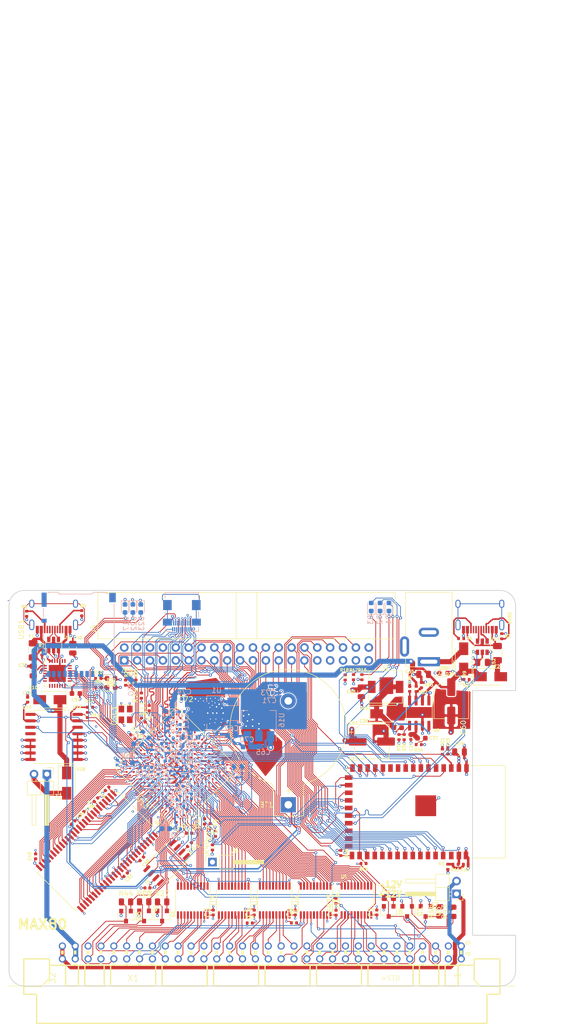
<source format=kicad_pcb>
(kicad_pcb (version 20171130) (host pcbnew 5.1.9-73d0e3b20d~88~ubuntu20.04.1)

  (general
    (thickness 1.6)
    (drawings 17)
    (tracks 5155)
    (zones 0)
    (modules 170)
    (nets 255)
  )

  (page A4)
  (title_block
    (title MAX80)
    (date 2021-01-31)
    (rev 0.01)
    (company "No name")
  )

  (layers
    (0 F.Cu signal)
    (1 In1.Cu power)
    (2 In2.Cu signal)
    (31 B.Cu signal)
    (32 B.Adhes user)
    (33 F.Adhes user)
    (34 B.Paste user)
    (35 F.Paste user)
    (36 B.SilkS user)
    (37 F.SilkS user)
    (38 B.Mask user)
    (39 F.Mask user)
    (40 Dwgs.User user)
    (41 Cmts.User user)
    (42 Eco1.User user)
    (43 Eco2.User user)
    (44 Edge.Cuts user)
    (45 Margin user)
    (46 B.CrtYd user)
    (47 F.CrtYd user)
    (48 B.Fab user hide)
    (49 F.Fab user hide)
  )

  (setup
    (last_trace_width 0.15)
    (user_trace_width 0.15)
    (user_trace_width 0.3)
    (user_trace_width 0.5)
    (trace_clearance 0.15)
    (zone_clearance 0.15)
    (zone_45_only no)
    (trace_min 0.15)
    (via_size 0.6)
    (via_drill 0.3)
    (via_min_size 0.45)
    (via_min_drill 0.2)
    (user_via 0.45 0.2)
    (uvia_size 0.3)
    (uvia_drill 0.1)
    (uvias_allowed yes)
    (uvia_min_size 0.2)
    (uvia_min_drill 0.1)
    (edge_width 0.15)
    (segment_width 0.3)
    (pcb_text_width 0.3)
    (pcb_text_size 1.5 1.5)
    (mod_edge_width 0.15)
    (mod_text_size 1 1)
    (mod_text_width 0.15)
    (pad_size 0.46 0.4)
    (pad_drill 0)
    (pad_to_mask_clearance 0)
    (aux_axis_origin 0 0)
    (visible_elements FFFFFF7F)
    (pcbplotparams
      (layerselection 0x010fc_ffffffff)
      (usegerberextensions false)
      (usegerberattributes true)
      (usegerberadvancedattributes true)
      (creategerberjobfile true)
      (excludeedgelayer true)
      (linewidth 0.100000)
      (plotframeref false)
      (viasonmask false)
      (mode 1)
      (useauxorigin false)
      (hpglpennumber 1)
      (hpglpenspeed 20)
      (hpglpendiameter 15.000000)
      (psnegative false)
      (psa4output false)
      (plotreference true)
      (plotvalue true)
      (plotinvisibletext false)
      (padsonsilk false)
      (subtractmaskfromsilk false)
      (outputformat 1)
      (mirror false)
      (drillshape 0)
      (scaleselection 1)
      (outputdirectory "abc80_gerber"))
  )

  (net 0 "")
  (net 1 GND)
  (net 2 +5V)
  (net 3 "Net-(R5-Pad2)")
  (net 4 "Net-(R6-Pad2)")
  (net 5 "Net-(R7-Pad1)")
  (net 6 "Net-(U10-Pad5)")
  (net 7 "Net-(U10-Pad4)")
  (net 8 "Net-(U9-Pad4)")
  (net 9 "Net-(U9-Pad6)")
  (net 10 "Net-(USB1-Pad13)")
  (net 11 "Net-(BT1-Pad1)")
  (net 12 /A4)
  (net 13 /A3)
  (net 14 /A2)
  (net 15 /A1)
  (net 16 /A0)
  (net 17 /IO0)
  (net 18 /IO3)
  (net 19 /IO4)
  (net 20 /IO5)
  (net 21 /IO6)
  (net 22 /IO7)
  (net 23 /A11)
  (net 24 /IO9)
  (net 25 /A8)
  (net 26 /A7)
  (net 27 /A6)
  (net 28 /A5)
  (net 29 /A9)
  (net 30 /A10)
  (net 31 /A12)
  (net 32 /IO8)
  (net 33 /IO10)
  (net 34 /IO11)
  (net 35 /IO12)
  (net 36 /IO13)
  (net 37 /IO14)
  (net 38 /IO15)
  (net 39 /abc80bus/D7)
  (net 40 /abc80bus/D6)
  (net 41 /abc80bus/D5)
  (net 42 /abc80bus/D4)
  (net 43 /abc80bus/D3)
  (net 44 /abc80bus/D2)
  (net 45 /abc80bus/D1)
  (net 46 /abc80bus/D0)
  (net 47 /abc80bus/A8)
  (net 48 /abc80bus/A9)
  (net 49 /abc80bus/A10)
  (net 50 /abc80bus/A11)
  (net 51 /abc80bus/A12)
  (net 52 /abc80bus/A13)
  (net 53 /abc80bus/A14)
  (net 54 /abc80bus/A15)
  (net 55 /abc80bus/A7)
  (net 56 /abc80bus/A6)
  (net 57 /abc80bus/A5)
  (net 58 /abc80bus/A4)
  (net 59 /abc80bus/A3)
  (net 60 /abc80bus/A2)
  (net 61 /abc80bus/A1)
  (net 62 /abc80bus/A0)
  (net 63 /IO1)
  (net 64 /IO2)
  (net 65 /32KHZ)
  (net 66 /RTC_INT)
  (net 67 /abc80bus/ABC5V)
  (net 68 /SD_DAT1)
  (net 69 /SD_DAT3)
  (net 70 /SD_CMD)
  (net 71 /SD_CLK)
  (net 72 /SD_DAT0)
  (net 73 FPGA_TDI)
  (net 74 FPGA_TMS)
  (net 75 FPGA_TDO)
  (net 76 FPGA_TCK)
  (net 77 ABC_CLK_5)
  (net 78 /FPGA_SCL)
  (net 79 /FPGA_SDA)
  (net 80 FPGA_SPI_CLK)
  (net 81 FGPA_SPI_CS_ESP32)
  (net 82 INT_ESP32)
  (net 83 "Net-(C53-Pad1)")
  (net 84 "Net-(F2-Pad2)")
  (net 85 ESP32_TDO)
  (net 86 ESP32_TCK)
  (net 87 ESP32_TMS)
  (net 88 ESP32_IO0)
  (net 89 ESP32_RXD)
  (net 90 ESP32_TXD)
  (net 91 ESP32_EN)
  (net 92 "Net-(R3-Pad2)")
  (net 93 "Net-(R4-Pad2)")
  (net 94 /ESP32/USB_D-)
  (net 95 /ESP32/USB_D+)
  (net 96 ESP32_TDI)
  (net 97 "Net-(U15-Pad6)")
  (net 98 "Net-(U15-Pad4)")
  (net 99 "Net-(USB2-Pad13)")
  (net 100 "Net-(D1-Pad2)")
  (net 101 "Net-(D1-Pad1)")
  (net 102 "Net-(D2-Pad2)")
  (net 103 "Net-(D2-Pad1)")
  (net 104 "Net-(D3-Pad2)")
  (net 105 "Net-(D3-Pad1)")
  (net 106 ESP32_SCL)
  (net 107 ESP32_SDA)
  (net 108 ESP32_CS2)
  (net 109 ESP32_CS0)
  (net 110 ESP32_MISO)
  (net 111 ESP32_SCK)
  (net 112 ESP32_MOSI)
  (net 113 ESP32_CS1)
  (net 114 /FPGA_USB_TXD)
  (net 115 /FPGA_USB_RXD)
  (net 116 /abc80bus/~CS)
  (net 117 /abc80bus/~C4)
  (net 118 /abc80bus/~C3)
  (net 119 /abc80bus/~C2)
  (net 120 /abc80bus/~C1)
  (net 121 /abc80bus/~OUT)
  (net 122 /abc80bus/~RST)
  (net 123 /abc80bus/~XMEMFL)
  (net 124 /abc80bus/~INP)
  (net 125 /abc80bus/~STATUS)
  (net 126 /abc80bus/~XINPSTB)
  (net 127 /abc80bus/~XOUTSTB)
  (net 128 AD0)
  (net 129 AD1)
  (net 130 AD2)
  (net 131 AD3)
  (net 132 AD4)
  (net 133 AD5)
  (net 134 AD6)
  (net 135 AD7)
  (net 136 /abc80bus/~RESIN)
  (net 137 /FPGA_LED1)
  (net 138 /FPGA_LED2)
  (net 139 /FPGA_LED3)
  (net 140 "Net-(D17-Pad2)")
  (net 141 "Net-(D22-Pad2)")
  (net 142 "Net-(D23-Pad2)")
  (net 143 FPGA_GPIO3)
  (net 144 FPGA_GPIO2)
  (net 145 FPGA_GPIO1)
  (net 146 FPGA_GPIO0)
  (net 147 FPGA_GPIO5)
  (net 148 FPGA_GPIO4)
  (net 149 "Net-(C36-Pad1)")
  (net 150 "Net-(C37-Pad2)")
  (net 151 "Net-(C37-Pad1)")
  (net 152 "Net-(C38-Pad2)")
  (net 153 "Net-(R32-Pad2)")
  (net 154 "Net-(R35-Pad2)")
  (net 155 "Net-(C38-Pad1)")
  (net 156 /abc80bus/READY)
  (net 157 /abc80bus/~NMI)
  (net 158 ~FPGA_READY)
  (net 159 FPGA_NMI)
  (net 160 "Net-(D26-Pad2)")
  (net 161 FPGA_RESIN)
  (net 162 /DQMH)
  (net 163 /CLK)
  (net 164 /CKE)
  (net 165 /BA1)
  (net 166 /BA0)
  (net 167 /DQML)
  (net 168 "Net-(D28-Pad2)")
  (net 169 "Net-(D25-Pad2)")
  (net 170 "Net-(F1-Pad2)")
  (net 171 /FPGA_USB_RTS)
  (net 172 /FPGA_USB_CTS)
  (net 173 "Net-(C39-Pad1)")
  (net 174 "Net-(C52-Pad1)")
  (net 175 /WE#)
  (net 176 /CAS#)
  (net 177 /RAS#)
  (net 178 /CS#)
  (net 179 "Net-(D29-Pad1)")
  (net 180 "Net-(D30-Pad1)")
  (net 181 +3V3)
  (net 182 +2V5)
  (net 183 +1V2)
  (net 184 "Net-(R13-Pad1)")
  (net 185 "Net-(R37-Pad2)")
  (net 186 "Net-(R38-Pad2)")
  (net 187 "Net-(R41-Pad2)")
  (net 188 DATA0)
  (net 189 ~CS_ABC_3V3)
  (net 190 ~OUT_ABC_3V3)
  (net 191 AD8)
  (net 192 ~C1_ABC_3V3)
  (net 193 AD9)
  (net 194 ~C2_ABC_3V3)
  (net 195 AD10)
  (net 196 ~C3_ABC_3V3)
  (net 197 ~C4_ABC_3V3)
  (net 198 AD11)
  (net 199 AD12)
  (net 200 AD13)
  (net 201 AD14)
  (net 202 AD15)
  (net 203 DLCK)
  (net 204 ASD0)
  (net 205 nCE0)
  (net 206 ~INP_ABC_3V3)
  (net 207 ~STATUS_ABC_3V3)
  (net 208 DD0)
  (net 209 DD1)
  (net 210 DD2)
  (net 211 DD3)
  (net 212 DD4)
  (net 213 DD5)
  (net 214 DD6)
  (net 215 DD7)
  (net 216 DD8)
  (net 217 ~XOUTSTB_ABC_3V3)
  (net 218 ~RST_ABC_3V3)
  (net 219 ~XMEMFL_ABC_3V3)
  (net 220 ~XINPSTB_ABC_3V3)
  (net 221 ABC_CLK_3V3)
  (net 222 DD9)
  (net 223 FPGA_SPI_MOSI)
  (net 224 FPGA_SPI_MISO)
  (net 225 /SD_DAT2)
  (net 226 CLK0n)
  (net 227 "Net-(J5-PadSH)")
  (net 228 HDMI_CK-)
  (net 229 HDMI_D0+)
  (net 230 HDMI_D1-)
  (net 231 HDMI_D2+)
  (net 232 HDMI_CK+)
  (net 233 HDMI_D0-)
  (net 234 HDMI_D1+)
  (net 235 HDMI_D2-)
  (net 236 HDMI_SDA)
  (net 237 HDMI_HPD)
  (net 238 HDMI_SCL)
  (net 239 FPGA_JTAGEN)
  (net 240 FLASH_CS#)
  (net 241 /abc80bus/~INT)
  (net 242 /abc80bus/~XMEMW800)
  (net 243 /abc80bus/~XMEMW80)
  (net 244 INT_ABC_3V3)
  (net 245 INT800_ABC_3V3)
  (net 246 ~XMEMW80_ABC_3V3)
  (net 247 ~XMEMW800_ABC_3V3)
  (net 248 /abc80bus/~XM)
  (net 249 XM_ABC_3V3)
  (net 250 "Net-(R25-Pad2)")
  (net 251 AD16)
  (net 252 DD10)
  (net 253 /abc80bus/ABC_-12V)
  (net 254 /abc80bus/ABC_12V)

  (net_class Default "This is the default net class."
    (clearance 0.15)
    (trace_width 0.15)
    (via_dia 0.6)
    (via_drill 0.3)
    (uvia_dia 0.3)
    (uvia_drill 0.1)
    (add_net +1V2)
    (add_net +2V5)
    (add_net +3V3)
    (add_net +5V)
    (add_net /32KHZ)
    (add_net /A0)
    (add_net /A1)
    (add_net /A10)
    (add_net /A11)
    (add_net /A12)
    (add_net /A2)
    (add_net /A3)
    (add_net /A4)
    (add_net /A5)
    (add_net /A6)
    (add_net /A7)
    (add_net /A8)
    (add_net /A9)
    (add_net /BA0)
    (add_net /BA1)
    (add_net /CAS#)
    (add_net /CKE)
    (add_net /CLK)
    (add_net /CS#)
    (add_net /DQMH)
    (add_net /DQML)
    (add_net /ESP32/USB_D+)
    (add_net /ESP32/USB_D-)
    (add_net /FPGA_LED1)
    (add_net /FPGA_LED2)
    (add_net /FPGA_LED3)
    (add_net /FPGA_SCL)
    (add_net /FPGA_SDA)
    (add_net /FPGA_USB_CTS)
    (add_net /FPGA_USB_DTR)
    (add_net /FPGA_USB_RTS)
    (add_net /FPGA_USB_RXD)
    (add_net /FPGA_USB_TXD)
    (add_net /IO0)
    (add_net /IO1)
    (add_net /IO10)
    (add_net /IO11)
    (add_net /IO12)
    (add_net /IO13)
    (add_net /IO14)
    (add_net /IO15)
    (add_net /IO2)
    (add_net /IO3)
    (add_net /IO4)
    (add_net /IO5)
    (add_net /IO6)
    (add_net /IO7)
    (add_net /IO8)
    (add_net /IO9)
    (add_net /RAS#)
    (add_net /RTC_INT)
    (add_net /SD_CLK)
    (add_net /SD_CMD)
    (add_net /SD_DAT0)
    (add_net /SD_DAT1)
    (add_net /SD_DAT2)
    (add_net /SD_DAT3)
    (add_net /WE#)
    (add_net /abc80bus/A0)
    (add_net /abc80bus/A1)
    (add_net /abc80bus/A10)
    (add_net /abc80bus/A11)
    (add_net /abc80bus/A12)
    (add_net /abc80bus/A13)
    (add_net /abc80bus/A14)
    (add_net /abc80bus/A15)
    (add_net /abc80bus/A2)
    (add_net /abc80bus/A3)
    (add_net /abc80bus/A4)
    (add_net /abc80bus/A5)
    (add_net /abc80bus/A6)
    (add_net /abc80bus/A7)
    (add_net /abc80bus/A8)
    (add_net /abc80bus/A9)
    (add_net /abc80bus/ABC5V)
    (add_net /abc80bus/ABC_-12V)
    (add_net /abc80bus/ABC_12V)
    (add_net /abc80bus/D0)
    (add_net /abc80bus/D1)
    (add_net /abc80bus/D2)
    (add_net /abc80bus/D3)
    (add_net /abc80bus/D4)
    (add_net /abc80bus/D5)
    (add_net /abc80bus/D6)
    (add_net /abc80bus/D7)
    (add_net /abc80bus/READY)
    (add_net /abc80bus/~C1)
    (add_net /abc80bus/~C2)
    (add_net /abc80bus/~C3)
    (add_net /abc80bus/~C4)
    (add_net /abc80bus/~CS)
    (add_net /abc80bus/~INP)
    (add_net /abc80bus/~INT)
    (add_net /abc80bus/~NMI)
    (add_net /abc80bus/~OUT)
    (add_net /abc80bus/~RESIN)
    (add_net /abc80bus/~RST)
    (add_net /abc80bus/~STATUS)
    (add_net /abc80bus/~XINPSTB)
    (add_net /abc80bus/~XM)
    (add_net /abc80bus/~XMEMFL)
    (add_net /abc80bus/~XMEMW80)
    (add_net /abc80bus/~XMEMW800)
    (add_net /abc80bus/~XOUTSTB)
    (add_net ABC_CLK_3V3)
    (add_net ABC_CLK_5)
    (add_net AD0)
    (add_net AD1)
    (add_net AD10)
    (add_net AD11)
    (add_net AD12)
    (add_net AD13)
    (add_net AD14)
    (add_net AD15)
    (add_net AD16)
    (add_net AD2)
    (add_net AD3)
    (add_net AD4)
    (add_net AD5)
    (add_net AD6)
    (add_net AD7)
    (add_net AD8)
    (add_net AD9)
    (add_net ASD0)
    (add_net CLK0n)
    (add_net DATA0)
    (add_net DD0)
    (add_net DD1)
    (add_net DD10)
    (add_net DD2)
    (add_net DD3)
    (add_net DD4)
    (add_net DD5)
    (add_net DD6)
    (add_net DD7)
    (add_net DD8)
    (add_net DD9)
    (add_net DLCK)
    (add_net ESP32_CS0)
    (add_net ESP32_CS1)
    (add_net ESP32_CS2)
    (add_net ESP32_EN)
    (add_net ESP32_IO0)
    (add_net ESP32_MISO)
    (add_net ESP32_MOSI)
    (add_net ESP32_RXD)
    (add_net ESP32_SCK)
    (add_net ESP32_SCL)
    (add_net ESP32_SDA)
    (add_net ESP32_TCK)
    (add_net ESP32_TDI)
    (add_net ESP32_TDO)
    (add_net ESP32_TMS)
    (add_net ESP32_TXD)
    (add_net FGPA_SPI_CS_ESP32)
    (add_net FLASH_CS#)
    (add_net FPGA_GPIO0)
    (add_net FPGA_GPIO1)
    (add_net FPGA_GPIO2)
    (add_net FPGA_GPIO3)
    (add_net FPGA_GPIO4)
    (add_net FPGA_GPIO5)
    (add_net FPGA_JTAGEN)
    (add_net FPGA_NMI)
    (add_net FPGA_RESIN)
    (add_net FPGA_SPI_CLK)
    (add_net FPGA_SPI_MISO)
    (add_net FPGA_SPI_MOSI)
    (add_net FPGA_TCK)
    (add_net FPGA_TDI)
    (add_net FPGA_TDO)
    (add_net FPGA_TMS)
    (add_net GND)
    (add_net HDMI_CK+)
    (add_net HDMI_CK-)
    (add_net HDMI_D0+)
    (add_net HDMI_D0-)
    (add_net HDMI_D1+)
    (add_net HDMI_D1-)
    (add_net HDMI_D2+)
    (add_net HDMI_D2-)
    (add_net HDMI_HPD)
    (add_net HDMI_SCL)
    (add_net HDMI_SDA)
    (add_net INT800_ABC_3V3)
    (add_net INT_ABC_3V3)
    (add_net INT_ESP32)
    (add_net "Net-(BT1-Pad1)")
    (add_net "Net-(C36-Pad1)")
    (add_net "Net-(C37-Pad1)")
    (add_net "Net-(C37-Pad2)")
    (add_net "Net-(C38-Pad1)")
    (add_net "Net-(C38-Pad2)")
    (add_net "Net-(C39-Pad1)")
    (add_net "Net-(C52-Pad1)")
    (add_net "Net-(C53-Pad1)")
    (add_net "Net-(D1-Pad1)")
    (add_net "Net-(D1-Pad2)")
    (add_net "Net-(D17-Pad2)")
    (add_net "Net-(D2-Pad1)")
    (add_net "Net-(D2-Pad2)")
    (add_net "Net-(D22-Pad2)")
    (add_net "Net-(D23-Pad2)")
    (add_net "Net-(D25-Pad2)")
    (add_net "Net-(D26-Pad2)")
    (add_net "Net-(D28-Pad2)")
    (add_net "Net-(D29-Pad1)")
    (add_net "Net-(D3-Pad1)")
    (add_net "Net-(D3-Pad2)")
    (add_net "Net-(D30-Pad1)")
    (add_net "Net-(F1-Pad2)")
    (add_net "Net-(F2-Pad2)")
    (add_net "Net-(J4-Pad40)")
    (add_net "Net-(J4-Pad6)")
    (add_net "Net-(J4-Pad8)")
    (add_net "Net-(J5-Pad10)")
    (add_net "Net-(J5-Pad14)")
    (add_net "Net-(J5-Pad17)")
    (add_net "Net-(J5-PadSH)")
    (add_net "Net-(J6-Pad1)")
    (add_net "Net-(R13-Pad1)")
    (add_net "Net-(R25-Pad2)")
    (add_net "Net-(R3-Pad2)")
    (add_net "Net-(R32-Pad2)")
    (add_net "Net-(R35-Pad2)")
    (add_net "Net-(R37-Pad2)")
    (add_net "Net-(R38-Pad2)")
    (add_net "Net-(R4-Pad2)")
    (add_net "Net-(R41-Pad2)")
    (add_net "Net-(R5-Pad2)")
    (add_net "Net-(R6-Pad2)")
    (add_net "Net-(R7-Pad1)")
    (add_net "Net-(U10-Pad1)")
    (add_net "Net-(U10-Pad10)")
    (add_net "Net-(U10-Pad11)")
    (add_net "Net-(U10-Pad12)")
    (add_net "Net-(U10-Pad13)")
    (add_net "Net-(U10-Pad14)")
    (add_net "Net-(U10-Pad15)")
    (add_net "Net-(U10-Pad16)")
    (add_net "Net-(U10-Pad17)")
    (add_net "Net-(U10-Pad18)")
    (add_net "Net-(U10-Pad19)")
    (add_net "Net-(U10-Pad2)")
    (add_net "Net-(U10-Pad20)")
    (add_net "Net-(U10-Pad21)")
    (add_net "Net-(U10-Pad22)")
    (add_net "Net-(U10-Pad27)")
    (add_net "Net-(U10-Pad4)")
    (add_net "Net-(U10-Pad5)")
    (add_net "Net-(U11-Pad10)")
    (add_net "Net-(U11-Pad11)")
    (add_net "Net-(U11-Pad25)")
    (add_net "Net-(U11-Pad40)")
    (add_net "Net-(U12-Pad4)")
    (add_net "Net-(U13-PadC3)")
    (add_net "Net-(U13-PadE8)")
    (add_net "Net-(U13-PadJ12)")
    (add_net "Net-(U13-PadJ13)")
    (add_net "Net-(U13-PadK10)")
    (add_net "Net-(U13-PadK12)")
    (add_net "Net-(U13-PadK9)")
    (add_net "Net-(U13-PadL10)")
    (add_net "Net-(U13-PadL11)")
    (add_net "Net-(U13-PadL14)")
    (add_net "Net-(U13-PadL9)")
    (add_net "Net-(U13-PadM10)")
    (add_net "Net-(U13-PadM11)")
    (add_net "Net-(U13-PadM9)")
    (add_net "Net-(U13-PadN11)")
    (add_net "Net-(U13-PadN12)")
    (add_net "Net-(U13-PadN14)")
    (add_net "Net-(U13-PadN9)")
    (add_net "Net-(U13-PadP11)")
    (add_net "Net-(U13-PadP14)")
    (add_net "Net-(U13-PadP15)")
    (add_net "Net-(U13-PadP9)")
    (add_net "Net-(U13-PadR10)")
    (add_net "Net-(U13-PadR11)")
    (add_net "Net-(U13-PadR12)")
    (add_net "Net-(U13-PadR13)")
    (add_net "Net-(U13-PadR14)")
    (add_net "Net-(U13-PadR9)")
    (add_net "Net-(U13-PadT10)")
    (add_net "Net-(U13-PadT12)")
    (add_net "Net-(U13-PadT13)")
    (add_net "Net-(U13-PadT14)")
    (add_net "Net-(U14-Pad15)")
    (add_net "Net-(U14-Pad5)")
    (add_net "Net-(U15-Pad4)")
    (add_net "Net-(U15-Pad6)")
    (add_net "Net-(U6-Pad40)")
    (add_net "Net-(U9-Pad4)")
    (add_net "Net-(U9-Pad6)")
    (add_net "Net-(USB1-Pad13)")
    (add_net "Net-(USB1-Pad3)")
    (add_net "Net-(USB1-Pad5)")
    (add_net "Net-(USB1-Pad8)")
    (add_net "Net-(USB1-Pad9)")
    (add_net "Net-(USB2-Pad13)")
    (add_net "Net-(USB2-Pad3)")
    (add_net "Net-(USB2-Pad5)")
    (add_net "Net-(USB2-Pad8)")
    (add_net "Net-(USB2-Pad9)")
    (add_net "Net-(X1-PadA14)")
    (add_net "Net-(X1-PadA25)")
    (add_net "Net-(X1-PadA29)")
    (add_net "Net-(X1-PadB10)")
    (add_net "Net-(X1-PadB11)")
    (add_net "Net-(X1-PadB12)")
    (add_net "Net-(X1-PadB30)")
    (add_net "Net-(X1-PadB6)")
    (add_net "Net-(X1-PadB7)")
    (add_net "Net-(X1-PadB8)")
    (add_net "Net-(X1-PadB9)")
    (add_net XM_ABC_3V3)
    (add_net nCE0)
    (add_net ~C1_ABC_3V3)
    (add_net ~C2_ABC_3V3)
    (add_net ~C3_ABC_3V3)
    (add_net ~C4_ABC_3V3)
    (add_net ~CS_ABC_3V3)
    (add_net ~FPGA_READY)
    (add_net ~INP_ABC_3V3)
    (add_net ~OUT_ABC_3V3)
    (add_net ~RST_ABC_3V3)
    (add_net ~STATUS_ABC_3V3)
    (add_net ~XINPSTB_ABC_3V3)
    (add_net ~XMEMFL_ABC_3V3)
    (add_net ~XMEMW800_ABC_3V3)
    (add_net ~XMEMW80_ABC_3V3)
    (add_net ~XOUTSTB_ABC_3V3)
  )

  (module Connector_PinHeader_2.54mm:PinHeader_1x01_P2.54mm_Horizontal (layer F.Cu) (tedit 59FED5CB) (tstamp 6043450D)
    (at 92.65 154.575)
    (descr "Through hole angled pin header, 1x01, 2.54mm pitch, 6mm pin length, single row")
    (tags "Through hole angled pin header THT 1x01 2.54mm single row")
    (path /6013B380/60CC7EFE)
    (fp_text reference J6 (at 4.385 -2.27) (layer F.SilkS)
      (effects (font (size 1 1) (thickness 0.15)))
    )
    (fp_text value Conn_01x01_Male (at 4.385 2.27) (layer F.Fab)
      (effects (font (size 1 1) (thickness 0.15)))
    )
    (fp_text user %R (at 2.77 0 90) (layer F.Fab)
      (effects (font (size 1 1) (thickness 0.15)))
    )
    (fp_line (start 2.135 -1.27) (end 4.04 -1.27) (layer F.Fab) (width 0.1))
    (fp_line (start 4.04 -1.27) (end 4.04 1.27) (layer F.Fab) (width 0.1))
    (fp_line (start 4.04 1.27) (end 1.5 1.27) (layer F.Fab) (width 0.1))
    (fp_line (start 1.5 1.27) (end 1.5 -0.635) (layer F.Fab) (width 0.1))
    (fp_line (start 1.5 -0.635) (end 2.135 -1.27) (layer F.Fab) (width 0.1))
    (fp_line (start -0.32 -0.32) (end 1.5 -0.32) (layer F.Fab) (width 0.1))
    (fp_line (start -0.32 -0.32) (end -0.32 0.32) (layer F.Fab) (width 0.1))
    (fp_line (start -0.32 0.32) (end 1.5 0.32) (layer F.Fab) (width 0.1))
    (fp_line (start 4.04 -0.32) (end 10.04 -0.32) (layer F.Fab) (width 0.1))
    (fp_line (start 10.04 -0.32) (end 10.04 0.32) (layer F.Fab) (width 0.1))
    (fp_line (start 4.04 0.32) (end 10.04 0.32) (layer F.Fab) (width 0.1))
    (fp_line (start 1.44 -1.33) (end 1.44 1.33) (layer F.SilkS) (width 0.12))
    (fp_line (start 1.44 1.33) (end 4.1 1.33) (layer F.SilkS) (width 0.12))
    (fp_line (start 4.1 1.33) (end 4.1 -1.33) (layer F.SilkS) (width 0.12))
    (fp_line (start 4.1 -1.33) (end 1.44 -1.33) (layer F.SilkS) (width 0.12))
    (fp_line (start 4.1 -0.38) (end 10.1 -0.38) (layer F.SilkS) (width 0.12))
    (fp_line (start 10.1 -0.38) (end 10.1 0.38) (layer F.SilkS) (width 0.12))
    (fp_line (start 10.1 0.38) (end 4.1 0.38) (layer F.SilkS) (width 0.12))
    (fp_line (start 4.1 -0.32) (end 10.1 -0.32) (layer F.SilkS) (width 0.12))
    (fp_line (start 4.1 -0.2) (end 10.1 -0.2) (layer F.SilkS) (width 0.12))
    (fp_line (start 4.1 -0.08) (end 10.1 -0.08) (layer F.SilkS) (width 0.12))
    (fp_line (start 4.1 0.04) (end 10.1 0.04) (layer F.SilkS) (width 0.12))
    (fp_line (start 4.1 0.16) (end 10.1 0.16) (layer F.SilkS) (width 0.12))
    (fp_line (start 4.1 0.28) (end 10.1 0.28) (layer F.SilkS) (width 0.12))
    (fp_line (start 1.11 -0.38) (end 1.44 -0.38) (layer F.SilkS) (width 0.12))
    (fp_line (start 1.11 0.38) (end 1.44 0.38) (layer F.SilkS) (width 0.12))
    (fp_line (start -1.27 0) (end -1.27 -1.27) (layer F.SilkS) (width 0.12))
    (fp_line (start -1.27 -1.27) (end 0 -1.27) (layer F.SilkS) (width 0.12))
    (fp_line (start -1.8 -1.8) (end -1.8 1.8) (layer F.CrtYd) (width 0.05))
    (fp_line (start -1.8 1.8) (end 10.55 1.8) (layer F.CrtYd) (width 0.05))
    (fp_line (start 10.55 1.8) (end 10.55 -1.8) (layer F.CrtYd) (width 0.05))
    (fp_line (start 10.55 -1.8) (end -1.8 -1.8) (layer F.CrtYd) (width 0.05))
    (pad 1 thru_hole rect (at 0 0) (size 1.7 1.7) (drill 1) (layers *.Cu *.Mask)
      (net 1 GND))
    (model ${KISYS3DMOD}/Connector_PinHeader_2.54mm.3dshapes/PinHeader_1x01_P2.54mm_Horizontal.wrl
      (at (xyz 0 0 0))
      (scale (xyz 1 1 1))
      (rotate (xyz 0 0 0))
    )
  )

  (module Resistor_SMD:R_0805_2012Metric (layer F.Cu) (tedit 5F68FEEE) (tstamp 60427883)
    (at 137.525 164.3 90)
    (descr "Resistor SMD 0805 (2012 Metric), square (rectangular) end terminal, IPC_7351 nominal, (Body size source: IPC-SM-782 page 72, https://www.pcb-3d.com/wordpress/wp-content/uploads/ipc-sm-782a_amendment_1_and_2.pdf), generated with kicad-footprint-generator")
    (tags resistor)
    (path /6013B380/60B3A85D)
    (attr smd)
    (fp_text reference R45 (at 0 -1.65 90) (layer F.SilkS)
      (effects (font (size 1 1) (thickness 0.15)))
    )
    (fp_text value 0 (at 0 1.65 90) (layer F.Fab)
      (effects (font (size 1 1) (thickness 0.15)))
    )
    (fp_text user %R (at 0 0 90) (layer F.Fab)
      (effects (font (size 0.5 0.5) (thickness 0.08)))
    )
    (fp_line (start -1 0.625) (end -1 -0.625) (layer F.Fab) (width 0.1))
    (fp_line (start -1 -0.625) (end 1 -0.625) (layer F.Fab) (width 0.1))
    (fp_line (start 1 -0.625) (end 1 0.625) (layer F.Fab) (width 0.1))
    (fp_line (start 1 0.625) (end -1 0.625) (layer F.Fab) (width 0.1))
    (fp_line (start -0.227064 -0.735) (end 0.227064 -0.735) (layer F.SilkS) (width 0.12))
    (fp_line (start -0.227064 0.735) (end 0.227064 0.735) (layer F.SilkS) (width 0.12))
    (fp_line (start -1.68 0.95) (end -1.68 -0.95) (layer F.CrtYd) (width 0.05))
    (fp_line (start -1.68 -0.95) (end 1.68 -0.95) (layer F.CrtYd) (width 0.05))
    (fp_line (start 1.68 -0.95) (end 1.68 0.95) (layer F.CrtYd) (width 0.05))
    (fp_line (start 1.68 0.95) (end -1.68 0.95) (layer F.CrtYd) (width 0.05))
    (pad 2 smd roundrect (at 0.9125 0 90) (size 1.025 1.4) (layers F.Cu F.Paste F.Mask) (roundrect_rratio 0.243902)
      (net 245 INT800_ABC_3V3))
    (pad 1 smd roundrect (at -0.9125 0 90) (size 1.025 1.4) (layers F.Cu F.Paste F.Mask) (roundrect_rratio 0.243902)
      (net 243 /abc80bus/~XMEMW80))
    (model ${KISYS3DMOD}/Resistor_SMD.3dshapes/R_0805_2012Metric.wrl
      (at (xyz 0 0 0))
      (scale (xyz 1 1 1))
      (rotate (xyz 0 0 0))
    )
  )

  (module Resistor_SMD:R_0805_2012Metric (layer F.Cu) (tedit 5F68FEEE) (tstamp 60427872)
    (at 75.6 162.425)
    (descr "Resistor SMD 0805 (2012 Metric), square (rectangular) end terminal, IPC_7351 nominal, (Body size source: IPC-SM-782 page 72, https://www.pcb-3d.com/wordpress/wp-content/uploads/ipc-sm-782a_amendment_1_and_2.pdf), generated with kicad-footprint-generator")
    (tags resistor)
    (path /6013B380/60B3CF12)
    (attr smd)
    (fp_text reference R44 (at 0 -1.65) (layer F.SilkS)
      (effects (font (size 1 1) (thickness 0.15)))
    )
    (fp_text value 0 (at 0 1.65) (layer F.Fab)
      (effects (font (size 1 1) (thickness 0.15)))
    )
    (fp_text user %R (at 0 0) (layer F.Fab)
      (effects (font (size 0.5 0.5) (thickness 0.08)))
    )
    (fp_line (start -1 0.625) (end -1 -0.625) (layer F.Fab) (width 0.1))
    (fp_line (start -1 -0.625) (end 1 -0.625) (layer F.Fab) (width 0.1))
    (fp_line (start 1 -0.625) (end 1 0.625) (layer F.Fab) (width 0.1))
    (fp_line (start 1 0.625) (end -1 0.625) (layer F.Fab) (width 0.1))
    (fp_line (start -0.227064 -0.735) (end 0.227064 -0.735) (layer F.SilkS) (width 0.12))
    (fp_line (start -0.227064 0.735) (end 0.227064 0.735) (layer F.SilkS) (width 0.12))
    (fp_line (start -1.68 0.95) (end -1.68 -0.95) (layer F.CrtYd) (width 0.05))
    (fp_line (start -1.68 -0.95) (end 1.68 -0.95) (layer F.CrtYd) (width 0.05))
    (fp_line (start 1.68 -0.95) (end 1.68 0.95) (layer F.CrtYd) (width 0.05))
    (fp_line (start 1.68 0.95) (end -1.68 0.95) (layer F.CrtYd) (width 0.05))
    (pad 2 smd roundrect (at 0.9125 0) (size 1.025 1.4) (layers F.Cu F.Paste F.Mask) (roundrect_rratio 0.243902)
      (net 249 XM_ABC_3V3))
    (pad 1 smd roundrect (at -0.9125 0) (size 1.025 1.4) (layers F.Cu F.Paste F.Mask) (roundrect_rratio 0.243902)
      (net 248 /abc80bus/~XM))
    (model ${KISYS3DMOD}/Resistor_SMD.3dshapes/R_0805_2012Metric.wrl
      (at (xyz 0 0 0))
      (scale (xyz 1 1 1))
      (rotate (xyz 0 0 0))
    )
  )

  (module Resistor_SMD:R_0805_2012Metric (layer F.Cu) (tedit 5F68FEEE) (tstamp 60427861)
    (at 140.125 164.375 90)
    (descr "Resistor SMD 0805 (2012 Metric), square (rectangular) end terminal, IPC_7351 nominal, (Body size source: IPC-SM-782 page 72, https://www.pcb-3d.com/wordpress/wp-content/uploads/ipc-sm-782a_amendment_1_and_2.pdf), generated with kicad-footprint-generator")
    (tags resistor)
    (path /6013B380/60B38966)
    (attr smd)
    (fp_text reference R43 (at 0 -1.65 90) (layer F.SilkS)
      (effects (font (size 1 1) (thickness 0.15)))
    )
    (fp_text value 0 (at 0 1.65 90) (layer F.Fab)
      (effects (font (size 1 1) (thickness 0.15)))
    )
    (fp_text user %R (at 0 0 90) (layer F.Fab)
      (effects (font (size 0.5 0.5) (thickness 0.08)))
    )
    (fp_line (start -1 0.625) (end -1 -0.625) (layer F.Fab) (width 0.1))
    (fp_line (start -1 -0.625) (end 1 -0.625) (layer F.Fab) (width 0.1))
    (fp_line (start 1 -0.625) (end 1 0.625) (layer F.Fab) (width 0.1))
    (fp_line (start 1 0.625) (end -1 0.625) (layer F.Fab) (width 0.1))
    (fp_line (start -0.227064 -0.735) (end 0.227064 -0.735) (layer F.SilkS) (width 0.12))
    (fp_line (start -0.227064 0.735) (end 0.227064 0.735) (layer F.SilkS) (width 0.12))
    (fp_line (start -1.68 0.95) (end -1.68 -0.95) (layer F.CrtYd) (width 0.05))
    (fp_line (start -1.68 -0.95) (end 1.68 -0.95) (layer F.CrtYd) (width 0.05))
    (fp_line (start 1.68 -0.95) (end 1.68 0.95) (layer F.CrtYd) (width 0.05))
    (fp_line (start 1.68 0.95) (end -1.68 0.95) (layer F.CrtYd) (width 0.05))
    (pad 2 smd roundrect (at 0.9125 0 90) (size 1.025 1.4) (layers F.Cu F.Paste F.Mask) (roundrect_rratio 0.243902)
      (net 244 INT_ABC_3V3))
    (pad 1 smd roundrect (at -0.9125 0 90) (size 1.025 1.4) (layers F.Cu F.Paste F.Mask) (roundrect_rratio 0.243902)
      (net 241 /abc80bus/~INT))
    (model ${KISYS3DMOD}/Resistor_SMD.3dshapes/R_0805_2012Metric.wrl
      (at (xyz 0 0 0))
      (scale (xyz 1 1 1))
      (rotate (xyz 0 0 0))
    )
  )

  (module Resistor_SMD:R_0805_2012Metric (layer F.Cu) (tedit 5F68FEEE) (tstamp 60427690)
    (at 127.475 161.55)
    (descr "Resistor SMD 0805 (2012 Metric), square (rectangular) end terminal, IPC_7351 nominal, (Body size source: IPC-SM-782 page 72, https://www.pcb-3d.com/wordpress/wp-content/uploads/ipc-sm-782a_amendment_1_and_2.pdf), generated with kicad-footprint-generator")
    (tags resistor)
    (path /6013B380/60B37C47)
    (attr smd)
    (fp_text reference R28 (at 0 -1.65) (layer F.SilkS)
      (effects (font (size 1 1) (thickness 0.15)))
    )
    (fp_text value 0 (at 0 1.65) (layer F.Fab)
      (effects (font (size 1 1) (thickness 0.15)))
    )
    (fp_text user %R (at 0 0) (layer F.Fab)
      (effects (font (size 0.5 0.5) (thickness 0.08)))
    )
    (fp_line (start -1 0.625) (end -1 -0.625) (layer F.Fab) (width 0.1))
    (fp_line (start -1 -0.625) (end 1 -0.625) (layer F.Fab) (width 0.1))
    (fp_line (start 1 -0.625) (end 1 0.625) (layer F.Fab) (width 0.1))
    (fp_line (start 1 0.625) (end -1 0.625) (layer F.Fab) (width 0.1))
    (fp_line (start -0.227064 -0.735) (end 0.227064 -0.735) (layer F.SilkS) (width 0.12))
    (fp_line (start -0.227064 0.735) (end 0.227064 0.735) (layer F.SilkS) (width 0.12))
    (fp_line (start -1.68 0.95) (end -1.68 -0.95) (layer F.CrtYd) (width 0.05))
    (fp_line (start -1.68 -0.95) (end 1.68 -0.95) (layer F.CrtYd) (width 0.05))
    (fp_line (start 1.68 -0.95) (end 1.68 0.95) (layer F.CrtYd) (width 0.05))
    (fp_line (start 1.68 0.95) (end -1.68 0.95) (layer F.CrtYd) (width 0.05))
    (pad 2 smd roundrect (at 0.9125 0) (size 1.025 1.4) (layers F.Cu F.Paste F.Mask) (roundrect_rratio 0.243902)
      (net 161 FPGA_RESIN))
    (pad 1 smd roundrect (at -0.9125 0) (size 1.025 1.4) (layers F.Cu F.Paste F.Mask) (roundrect_rratio 0.243902)
      (net 136 /abc80bus/~RESIN))
    (model ${KISYS3DMOD}/Resistor_SMD.3dshapes/R_0805_2012Metric.wrl
      (at (xyz 0 0 0))
      (scale (xyz 1 1 1))
      (rotate (xyz 0 0 0))
    )
  )

  (module Resistor_SMD:R_0805_2012Metric (layer F.Cu) (tedit 5F68FEEE) (tstamp 6042767F)
    (at 82.725 162.425)
    (descr "Resistor SMD 0805 (2012 Metric), square (rectangular) end terminal, IPC_7351 nominal, (Body size source: IPC-SM-782 page 72, https://www.pcb-3d.com/wordpress/wp-content/uploads/ipc-sm-782a_amendment_1_and_2.pdf), generated with kicad-footprint-generator")
    (tags resistor)
    (path /6013B380/60B36F20)
    (attr smd)
    (fp_text reference R27 (at 0 -1.65) (layer F.SilkS)
      (effects (font (size 1 1) (thickness 0.15)))
    )
    (fp_text value 0 (at 0 1.65) (layer F.Fab)
      (effects (font (size 1 1) (thickness 0.15)))
    )
    (fp_text user %R (at 0 0) (layer F.Fab)
      (effects (font (size 0.5 0.5) (thickness 0.08)))
    )
    (fp_line (start -1 0.625) (end -1 -0.625) (layer F.Fab) (width 0.1))
    (fp_line (start -1 -0.625) (end 1 -0.625) (layer F.Fab) (width 0.1))
    (fp_line (start 1 -0.625) (end 1 0.625) (layer F.Fab) (width 0.1))
    (fp_line (start 1 0.625) (end -1 0.625) (layer F.Fab) (width 0.1))
    (fp_line (start -0.227064 -0.735) (end 0.227064 -0.735) (layer F.SilkS) (width 0.12))
    (fp_line (start -0.227064 0.735) (end 0.227064 0.735) (layer F.SilkS) (width 0.12))
    (fp_line (start -1.68 0.95) (end -1.68 -0.95) (layer F.CrtYd) (width 0.05))
    (fp_line (start -1.68 -0.95) (end 1.68 -0.95) (layer F.CrtYd) (width 0.05))
    (fp_line (start 1.68 -0.95) (end 1.68 0.95) (layer F.CrtYd) (width 0.05))
    (fp_line (start 1.68 0.95) (end -1.68 0.95) (layer F.CrtYd) (width 0.05))
    (pad 2 smd roundrect (at 0.9125 0) (size 1.025 1.4) (layers F.Cu F.Paste F.Mask) (roundrect_rratio 0.243902)
      (net 159 FPGA_NMI))
    (pad 1 smd roundrect (at -0.9125 0) (size 1.025 1.4) (layers F.Cu F.Paste F.Mask) (roundrect_rratio 0.243902)
      (net 157 /abc80bus/~NMI))
    (model ${KISYS3DMOD}/Resistor_SMD.3dshapes/R_0805_2012Metric.wrl
      (at (xyz 0 0 0))
      (scale (xyz 1 1 1))
      (rotate (xyz 0 0 0))
    )
  )

  (module Resistor_SMD:R_0805_2012Metric (layer F.Cu) (tedit 5F68FEEE) (tstamp 60428257)
    (at 79.175 162.4)
    (descr "Resistor SMD 0805 (2012 Metric), square (rectangular) end terminal, IPC_7351 nominal, (Body size source: IPC-SM-782 page 72, https://www.pcb-3d.com/wordpress/wp-content/uploads/ipc-sm-782a_amendment_1_and_2.pdf), generated with kicad-footprint-generator")
    (tags resistor)
    (path /6013B380/60B354D0)
    (attr smd)
    (fp_text reference R26 (at 0 -1.65) (layer F.SilkS)
      (effects (font (size 1 1) (thickness 0.15)))
    )
    (fp_text value 0 (at 0 1.65) (layer F.Fab)
      (effects (font (size 1 1) (thickness 0.15)))
    )
    (fp_text user %R (at 0 0) (layer F.Fab)
      (effects (font (size 0.5 0.5) (thickness 0.08)))
    )
    (fp_line (start -1 0.625) (end -1 -0.625) (layer F.Fab) (width 0.1))
    (fp_line (start -1 -0.625) (end 1 -0.625) (layer F.Fab) (width 0.1))
    (fp_line (start 1 -0.625) (end 1 0.625) (layer F.Fab) (width 0.1))
    (fp_line (start 1 0.625) (end -1 0.625) (layer F.Fab) (width 0.1))
    (fp_line (start -0.227064 -0.735) (end 0.227064 -0.735) (layer F.SilkS) (width 0.12))
    (fp_line (start -0.227064 0.735) (end 0.227064 0.735) (layer F.SilkS) (width 0.12))
    (fp_line (start -1.68 0.95) (end -1.68 -0.95) (layer F.CrtYd) (width 0.05))
    (fp_line (start -1.68 -0.95) (end 1.68 -0.95) (layer F.CrtYd) (width 0.05))
    (fp_line (start 1.68 -0.95) (end 1.68 0.95) (layer F.CrtYd) (width 0.05))
    (fp_line (start 1.68 0.95) (end -1.68 0.95) (layer F.CrtYd) (width 0.05))
    (pad 2 smd roundrect (at 0.9125 0) (size 1.025 1.4) (layers F.Cu F.Paste F.Mask) (roundrect_rratio 0.243902)
      (net 158 ~FPGA_READY))
    (pad 1 smd roundrect (at -0.9125 0) (size 1.025 1.4) (layers F.Cu F.Paste F.Mask) (roundrect_rratio 0.243902)
      (net 156 /abc80bus/READY))
    (model ${KISYS3DMOD}/Resistor_SMD.3dshapes/R_0805_2012Metric.wrl
      (at (xyz 0 0 0))
      (scale (xyz 1 1 1))
      (rotate (xyz 0 0 0))
    )
  )

  (module Connector_PinHeader_2.54mm:PinHeader_1x02_P2.54mm_Horizontal (layer F.Cu) (tedit 59FED5CB) (tstamp 604192A4)
    (at 140.84 160.85 180)
    (descr "Through hole angled pin header, 1x02, 2.54mm pitch, 6mm pin length, single row")
    (tags "Through hole angled pin header THT 1x02 2.54mm single row")
    (path /6013B380/609B79F6)
    (fp_text reference J7 (at 4.385 -2.27) (layer F.SilkS)
      (effects (font (size 1 1) (thickness 0.15)))
    )
    (fp_text value Conn_01x02_Male (at 4.385 4.81) (layer F.Fab)
      (effects (font (size 1 1) (thickness 0.15)))
    )
    (fp_line (start 10.55 -1.8) (end -1.8 -1.8) (layer F.CrtYd) (width 0.05))
    (fp_line (start 10.55 4.35) (end 10.55 -1.8) (layer F.CrtYd) (width 0.05))
    (fp_line (start -1.8 4.35) (end 10.55 4.35) (layer F.CrtYd) (width 0.05))
    (fp_line (start -1.8 -1.8) (end -1.8 4.35) (layer F.CrtYd) (width 0.05))
    (fp_line (start -1.27 -1.27) (end 0 -1.27) (layer F.SilkS) (width 0.12))
    (fp_line (start -1.27 0) (end -1.27 -1.27) (layer F.SilkS) (width 0.12))
    (fp_line (start 1.042929 2.92) (end 1.44 2.92) (layer F.SilkS) (width 0.12))
    (fp_line (start 1.042929 2.16) (end 1.44 2.16) (layer F.SilkS) (width 0.12))
    (fp_line (start 10.1 2.92) (end 4.1 2.92) (layer F.SilkS) (width 0.12))
    (fp_line (start 10.1 2.16) (end 10.1 2.92) (layer F.SilkS) (width 0.12))
    (fp_line (start 4.1 2.16) (end 10.1 2.16) (layer F.SilkS) (width 0.12))
    (fp_line (start 1.44 1.27) (end 4.1 1.27) (layer F.SilkS) (width 0.12))
    (fp_line (start 1.11 0.38) (end 1.44 0.38) (layer F.SilkS) (width 0.12))
    (fp_line (start 1.11 -0.38) (end 1.44 -0.38) (layer F.SilkS) (width 0.12))
    (fp_line (start 4.1 0.28) (end 10.1 0.28) (layer F.SilkS) (width 0.12))
    (fp_line (start 4.1 0.16) (end 10.1 0.16) (layer F.SilkS) (width 0.12))
    (fp_line (start 4.1 0.04) (end 10.1 0.04) (layer F.SilkS) (width 0.12))
    (fp_line (start 4.1 -0.08) (end 10.1 -0.08) (layer F.SilkS) (width 0.12))
    (fp_line (start 4.1 -0.2) (end 10.1 -0.2) (layer F.SilkS) (width 0.12))
    (fp_line (start 4.1 -0.32) (end 10.1 -0.32) (layer F.SilkS) (width 0.12))
    (fp_line (start 10.1 0.38) (end 4.1 0.38) (layer F.SilkS) (width 0.12))
    (fp_line (start 10.1 -0.38) (end 10.1 0.38) (layer F.SilkS) (width 0.12))
    (fp_line (start 4.1 -0.38) (end 10.1 -0.38) (layer F.SilkS) (width 0.12))
    (fp_line (start 4.1 -1.33) (end 1.44 -1.33) (layer F.SilkS) (width 0.12))
    (fp_line (start 4.1 3.87) (end 4.1 -1.33) (layer F.SilkS) (width 0.12))
    (fp_line (start 1.44 3.87) (end 4.1 3.87) (layer F.SilkS) (width 0.12))
    (fp_line (start 1.44 -1.33) (end 1.44 3.87) (layer F.SilkS) (width 0.12))
    (fp_line (start 4.04 2.86) (end 10.04 2.86) (layer F.Fab) (width 0.1))
    (fp_line (start 10.04 2.22) (end 10.04 2.86) (layer F.Fab) (width 0.1))
    (fp_line (start 4.04 2.22) (end 10.04 2.22) (layer F.Fab) (width 0.1))
    (fp_line (start -0.32 2.86) (end 1.5 2.86) (layer F.Fab) (width 0.1))
    (fp_line (start -0.32 2.22) (end -0.32 2.86) (layer F.Fab) (width 0.1))
    (fp_line (start -0.32 2.22) (end 1.5 2.22) (layer F.Fab) (width 0.1))
    (fp_line (start 4.04 0.32) (end 10.04 0.32) (layer F.Fab) (width 0.1))
    (fp_line (start 10.04 -0.32) (end 10.04 0.32) (layer F.Fab) (width 0.1))
    (fp_line (start 4.04 -0.32) (end 10.04 -0.32) (layer F.Fab) (width 0.1))
    (fp_line (start -0.32 0.32) (end 1.5 0.32) (layer F.Fab) (width 0.1))
    (fp_line (start -0.32 -0.32) (end -0.32 0.32) (layer F.Fab) (width 0.1))
    (fp_line (start -0.32 -0.32) (end 1.5 -0.32) (layer F.Fab) (width 0.1))
    (fp_line (start 1.5 -0.635) (end 2.135 -1.27) (layer F.Fab) (width 0.1))
    (fp_line (start 1.5 3.81) (end 1.5 -0.635) (layer F.Fab) (width 0.1))
    (fp_line (start 4.04 3.81) (end 1.5 3.81) (layer F.Fab) (width 0.1))
    (fp_line (start 4.04 -1.27) (end 4.04 3.81) (layer F.Fab) (width 0.1))
    (fp_line (start 2.135 -1.27) (end 4.04 -1.27) (layer F.Fab) (width 0.1))
    (fp_text user %R (at 2.77 1.27 90) (layer F.Fab)
      (effects (font (size 1 1) (thickness 0.15)))
    )
    (pad 2 thru_hole oval (at 0 2.54 180) (size 1.7 1.7) (drill 1) (layers *.Cu *.Mask)
      (net 253 /abc80bus/ABC_-12V))
    (pad 1 thru_hole rect (at 0 0 180) (size 1.7 1.7) (drill 1) (layers *.Cu *.Mask)
      (net 254 /abc80bus/ABC_12V))
    (model ${KISYS3DMOD}/Connector_PinHeader_2.54mm.3dshapes/PinHeader_1x02_P2.54mm_Horizontal.wrl
      (at (xyz 0 0 0))
      (scale (xyz 1 1 1))
      (rotate (xyz 0 0 0))
    )
  )

  (module Capacitor_SMD:C_0603_1608Metric (layer B.Cu) (tedit 5F68FEEE) (tstamp 60801197)
    (at 79.42 129.51 135)
    (descr "Capacitor SMD 0603 (1608 Metric), square (rectangular) end terminal, IPC_7351 nominal, (Body size source: IPC-SM-782 page 76, https://www.pcb-3d.com/wordpress/wp-content/uploads/ipc-sm-782a_amendment_1_and_2.pdf), generated with kicad-footprint-generator")
    (tags capacitor)
    (path /604B2191/65C73D10)
    (zone_connect 2)
    (attr smd)
    (fp_text reference C62 (at 0 1.43 315) (layer B.SilkS)
      (effects (font (size 1 1) (thickness 0.15)) (justify mirror))
    )
    (fp_text value 47uF (at 0 -1.43 315) (layer B.Fab)
      (effects (font (size 1 1) (thickness 0.15)) (justify mirror))
    )
    (fp_line (start 1.48 -0.73) (end -1.48 -0.73) (layer B.CrtYd) (width 0.05))
    (fp_line (start 1.48 0.73) (end 1.48 -0.73) (layer B.CrtYd) (width 0.05))
    (fp_line (start -1.48 0.73) (end 1.48 0.73) (layer B.CrtYd) (width 0.05))
    (fp_line (start -1.48 -0.73) (end -1.48 0.73) (layer B.CrtYd) (width 0.05))
    (fp_line (start -0.14058 -0.51) (end 0.14058 -0.51) (layer B.SilkS) (width 0.12))
    (fp_line (start -0.14058 0.51) (end 0.14058 0.51) (layer B.SilkS) (width 0.12))
    (fp_line (start 0.8 -0.4) (end -0.8 -0.4) (layer B.Fab) (width 0.1))
    (fp_line (start 0.8 0.4) (end 0.8 -0.4) (layer B.Fab) (width 0.1))
    (fp_line (start -0.8 0.4) (end 0.8 0.4) (layer B.Fab) (width 0.1))
    (fp_line (start -0.8 -0.4) (end -0.8 0.4) (layer B.Fab) (width 0.1))
    (fp_text user %R (at 0 0 315) (layer B.Fab)
      (effects (font (size 0.4 0.4) (thickness 0.06)) (justify mirror))
    )
    (pad 2 smd roundrect (at 0.775 0 135) (size 0.9 0.95) (layers B.Cu B.Paste B.Mask) (roundrect_rratio 0.25)
      (net 1 GND) (zone_connect 2))
    (pad 1 smd roundrect (at -0.775 0 135) (size 0.9 0.95) (layers B.Cu B.Paste B.Mask) (roundrect_rratio 0.25)
      (net 183 +1V2) (zone_connect 2))
    (model ${KISYS3DMOD}/Capacitor_SMD.3dshapes/C_0603_1608Metric.wrl
      (at (xyz 0 0 0))
      (scale (xyz 1 1 1))
      (rotate (xyz 0 0 0))
    )
  )

  (module Resistor_SMD:R_0402_1005Metric (layer F.Cu) (tedit 5F68FEEE) (tstamp 603D5A54)
    (at 117.025 162.225 90)
    (descr "Resistor SMD 0402 (1005 Metric), square (rectangular) end terminal, IPC_7351 nominal, (Body size source: IPC-SM-782 page 72, https://www.pcb-3d.com/wordpress/wp-content/uploads/ipc-sm-782a_amendment_1_and_2.pdf), generated with kicad-footprint-generator")
    (tags resistor)
    (path /6013B380/6049E6B8)
    (attr smd)
    (fp_text reference R25 (at 0 -1.17 90) (layer F.SilkS)
      (effects (font (size 1 1) (thickness 0.15)))
    )
    (fp_text value 10k (at 0 1.17 90) (layer F.Fab)
      (effects (font (size 1 1) (thickness 0.15)))
    )
    (fp_line (start 0.93 0.47) (end -0.93 0.47) (layer F.CrtYd) (width 0.05))
    (fp_line (start 0.93 -0.47) (end 0.93 0.47) (layer F.CrtYd) (width 0.05))
    (fp_line (start -0.93 -0.47) (end 0.93 -0.47) (layer F.CrtYd) (width 0.05))
    (fp_line (start -0.93 0.47) (end -0.93 -0.47) (layer F.CrtYd) (width 0.05))
    (fp_line (start -0.153641 0.38) (end 0.153641 0.38) (layer F.SilkS) (width 0.12))
    (fp_line (start -0.153641 -0.38) (end 0.153641 -0.38) (layer F.SilkS) (width 0.12))
    (fp_line (start 0.525 0.27) (end -0.525 0.27) (layer F.Fab) (width 0.1))
    (fp_line (start 0.525 -0.27) (end 0.525 0.27) (layer F.Fab) (width 0.1))
    (fp_line (start -0.525 -0.27) (end 0.525 -0.27) (layer F.Fab) (width 0.1))
    (fp_line (start -0.525 0.27) (end -0.525 -0.27) (layer F.Fab) (width 0.1))
    (fp_text user %R (at 0 0 90) (layer F.Fab)
      (effects (font (size 0.26 0.26) (thickness 0.04)))
    )
    (pad 2 smd roundrect (at 0.51 0 90) (size 0.54 0.64) (layers F.Cu F.Paste F.Mask) (roundrect_rratio 0.25)
      (net 250 "Net-(R25-Pad2)"))
    (pad 1 smd roundrect (at -0.51 0 90) (size 0.54 0.64) (layers F.Cu F.Paste F.Mask) (roundrect_rratio 0.25)
      (net 243 /abc80bus/~XMEMW80))
    (model ${KISYS3DMOD}/Resistor_SMD.3dshapes/R_0402_1005Metric.wrl
      (at (xyz 0 0 0))
      (scale (xyz 1 1 1))
      (rotate (xyz 0 0 0))
    )
  )

  (module Package_TO_SOT_SMD:SOT-23 (layer F.Cu) (tedit 5A02FF57) (tstamp 603D5743)
    (at 75.6 165.24 270)
    (descr "SOT-23, Standard")
    (tags SOT-23)
    (path /6013B380/6042861D)
    (attr smd)
    (fp_text reference Q6 (at 0 -2.5 90) (layer F.SilkS)
      (effects (font (size 1 1) (thickness 0.15)))
    )
    (fp_text value AO3400A (at 0 2.5 90) (layer F.Fab)
      (effects (font (size 1 1) (thickness 0.15)))
    )
    (fp_line (start 0.76 1.58) (end -0.7 1.58) (layer F.SilkS) (width 0.12))
    (fp_line (start 0.76 -1.58) (end -1.4 -1.58) (layer F.SilkS) (width 0.12))
    (fp_line (start -1.7 1.75) (end -1.7 -1.75) (layer F.CrtYd) (width 0.05))
    (fp_line (start 1.7 1.75) (end -1.7 1.75) (layer F.CrtYd) (width 0.05))
    (fp_line (start 1.7 -1.75) (end 1.7 1.75) (layer F.CrtYd) (width 0.05))
    (fp_line (start -1.7 -1.75) (end 1.7 -1.75) (layer F.CrtYd) (width 0.05))
    (fp_line (start 0.76 -1.58) (end 0.76 -0.65) (layer F.SilkS) (width 0.12))
    (fp_line (start 0.76 1.58) (end 0.76 0.65) (layer F.SilkS) (width 0.12))
    (fp_line (start -0.7 1.52) (end 0.7 1.52) (layer F.Fab) (width 0.1))
    (fp_line (start 0.7 -1.52) (end 0.7 1.52) (layer F.Fab) (width 0.1))
    (fp_line (start -0.7 -0.95) (end -0.15 -1.52) (layer F.Fab) (width 0.1))
    (fp_line (start -0.15 -1.52) (end 0.7 -1.52) (layer F.Fab) (width 0.1))
    (fp_line (start -0.7 -0.95) (end -0.7 1.5) (layer F.Fab) (width 0.1))
    (fp_text user %R (at 0 0) (layer F.Fab)
      (effects (font (size 0.5 0.5) (thickness 0.075)))
    )
    (pad 3 smd rect (at 1 0 270) (size 0.9 0.8) (layers F.Cu F.Paste F.Mask)
      (net 248 /abc80bus/~XM))
    (pad 2 smd rect (at -1 0.95 270) (size 0.9 0.8) (layers F.Cu F.Paste F.Mask)
      (net 1 GND))
    (pad 1 smd rect (at -1 -0.95 270) (size 0.9 0.8) (layers F.Cu F.Paste F.Mask)
      (net 249 XM_ABC_3V3))
    (model ${KISYS3DMOD}/Package_TO_SOT_SMD.3dshapes/SOT-23.wrl
      (at (xyz 0 0 0))
      (scale (xyz 1 1 1))
      (rotate (xyz 0 0 0))
    )
  )

  (module Package_TO_SOT_SMD:SOT-223-3_TabPin2 (layer B.Cu) (tedit 5A02FF57) (tstamp 608BAB44)
    (at 101.83 126.59 90)
    (descr "module CMS SOT223 4 pins")
    (tags "CMS SOT")
    (path /604B2191/672CF238)
    (zone_connect 2)
    (attr smd)
    (fp_text reference U16 (at 0 4.5 90) (layer B.SilkS)
      (effects (font (size 1 1) (thickness 0.15)) (justify mirror))
    )
    (fp_text value AMS1117-2.5 (at 0 -4.5 90) (layer B.Fab)
      (effects (font (size 1 1) (thickness 0.15)) (justify mirror))
    )
    (fp_line (start 1.91 -3.41) (end 1.91 -2.15) (layer B.SilkS) (width 0.12))
    (fp_line (start 1.91 3.41) (end 1.91 2.15) (layer B.SilkS) (width 0.12))
    (fp_line (start 4.4 3.6) (end -4.4 3.6) (layer B.CrtYd) (width 0.05))
    (fp_line (start 4.4 -3.6) (end 4.4 3.6) (layer B.CrtYd) (width 0.05))
    (fp_line (start -4.4 -3.6) (end 4.4 -3.6) (layer B.CrtYd) (width 0.05))
    (fp_line (start -4.4 3.6) (end -4.4 -3.6) (layer B.CrtYd) (width 0.05))
    (fp_line (start -1.85 2.35) (end -0.85 3.35) (layer B.Fab) (width 0.1))
    (fp_line (start -1.85 2.35) (end -1.85 -3.35) (layer B.Fab) (width 0.1))
    (fp_line (start -1.85 -3.41) (end 1.91 -3.41) (layer B.SilkS) (width 0.12))
    (fp_line (start -0.85 3.35) (end 1.85 3.35) (layer B.Fab) (width 0.1))
    (fp_line (start -4.1 3.41) (end 1.91 3.41) (layer B.SilkS) (width 0.12))
    (fp_line (start -1.85 -3.35) (end 1.85 -3.35) (layer B.Fab) (width 0.1))
    (fp_line (start 1.85 3.35) (end 1.85 -3.35) (layer B.Fab) (width 0.1))
    (fp_text user %R (at 0 0 180) (layer B.Fab)
      (effects (font (size 0.8 0.8) (thickness 0.12)) (justify mirror))
    )
    (pad 1 smd rect (at -3.15 2.3 90) (size 2 1.5) (layers B.Cu B.Paste B.Mask)
      (net 1 GND) (zone_connect 2))
    (pad 3 smd rect (at -3.15 -2.3 90) (size 2 1.5) (layers B.Cu B.Paste B.Mask)
      (net 181 +3V3) (zone_connect 2))
    (pad 2 smd rect (at -3.15 0 90) (size 2 1.5) (layers B.Cu B.Paste B.Mask)
      (net 182 +2V5) (zone_connect 2))
    (pad 2 smd rect (at 3.15 0 90) (size 2 3.8) (layers B.Cu B.Paste B.Mask)
      (net 182 +2V5) (zone_connect 2))
    (model ${KISYS3DMOD}/Package_TO_SOT_SMD.3dshapes/SOT-223.wrl
      (at (xyz 0 0 0))
      (scale (xyz 1 1 1))
      (rotate (xyz 0 0 0))
    )
  )

  (module Package_TO_SOT_SMD:SOT-223-3_TabPin2 (layer B.Cu) (tedit 5A02FF57) (tstamp 608BA4CA)
    (at 93.46 125.19 180)
    (descr "module CMS SOT223 4 pins")
    (tags "CMS SOT")
    (path /604B2191/672CD418)
    (zone_connect 2)
    (attr smd)
    (fp_text reference U1 (at 0 4.5) (layer B.SilkS)
      (effects (font (size 1 1) (thickness 0.15)) (justify mirror))
    )
    (fp_text value AMS1117-1.2 (at 0 -4.5) (layer B.Fab)
      (effects (font (size 1 1) (thickness 0.15)) (justify mirror))
    )
    (fp_line (start 1.91 -3.41) (end 1.91 -2.15) (layer B.SilkS) (width 0.12))
    (fp_line (start 1.91 3.41) (end 1.91 2.15) (layer B.SilkS) (width 0.12))
    (fp_line (start 4.4 3.6) (end -4.4 3.6) (layer B.CrtYd) (width 0.05))
    (fp_line (start 4.4 -3.6) (end 4.4 3.6) (layer B.CrtYd) (width 0.05))
    (fp_line (start -4.4 -3.6) (end 4.4 -3.6) (layer B.CrtYd) (width 0.05))
    (fp_line (start -4.4 3.6) (end -4.4 -3.6) (layer B.CrtYd) (width 0.05))
    (fp_line (start -1.85 2.35) (end -0.85 3.35) (layer B.Fab) (width 0.1))
    (fp_line (start -1.85 2.35) (end -1.85 -3.35) (layer B.Fab) (width 0.1))
    (fp_line (start -1.85 -3.41) (end 1.91 -3.41) (layer B.SilkS) (width 0.12))
    (fp_line (start -0.85 3.35) (end 1.85 3.35) (layer B.Fab) (width 0.1))
    (fp_line (start -4.1 3.41) (end 1.91 3.41) (layer B.SilkS) (width 0.12))
    (fp_line (start -1.85 -3.35) (end 1.85 -3.35) (layer B.Fab) (width 0.1))
    (fp_line (start 1.85 3.35) (end 1.85 -3.35) (layer B.Fab) (width 0.1))
    (fp_text user %R (at 0 0 270) (layer B.Fab)
      (effects (font (size 0.8 0.8) (thickness 0.12)) (justify mirror))
    )
    (pad 1 smd rect (at -3.15 2.3 180) (size 2 1.5) (layers B.Cu B.Paste B.Mask)
      (net 1 GND) (zone_connect 2))
    (pad 3 smd rect (at -3.15 -2.3 180) (size 2 1.5) (layers B.Cu B.Paste B.Mask)
      (net 181 +3V3) (zone_connect 2))
    (pad 2 smd rect (at -3.15 0 180) (size 2 1.5) (layers B.Cu B.Paste B.Mask)
      (net 183 +1V2) (zone_connect 2))
    (pad 2 smd rect (at 3.15 0 180) (size 2 3.8) (layers B.Cu B.Paste B.Mask)
      (net 183 +1V2) (zone_connect 2))
    (model ${KISYS3DMOD}/Package_TO_SOT_SMD.3dshapes/SOT-223.wrl
      (at (xyz 0 0 0))
      (scale (xyz 1 1 1))
      (rotate (xyz 0 0 0))
    )
  )

  (module Capacitor_SMD:C_0402_1005Metric (layer B.Cu) (tedit 5F68FEEE) (tstamp 608B994E)
    (at 87.1 122.15 180)
    (descr "Capacitor SMD 0402 (1005 Metric), square (rectangular) end terminal, IPC_7351 nominal, (Body size source: IPC-SM-782 page 76, https://www.pcb-3d.com/wordpress/wp-content/uploads/ipc-sm-782a_amendment_1_and_2.pdf), generated with kicad-footprint-generator")
    (tags capacitor)
    (path /604B2191/672F7260)
    (zone_connect 2)
    (attr smd)
    (fp_text reference C74 (at 0 1.16) (layer B.SilkS)
      (effects (font (size 1 1) (thickness 0.15)) (justify mirror))
    )
    (fp_text value 100nF (at 0 -1.16) (layer B.Fab)
      (effects (font (size 1 1) (thickness 0.15)) (justify mirror))
    )
    (fp_line (start -0.5 -0.25) (end -0.5 0.25) (layer B.Fab) (width 0.1))
    (fp_line (start -0.5 0.25) (end 0.5 0.25) (layer B.Fab) (width 0.1))
    (fp_line (start 0.5 0.25) (end 0.5 -0.25) (layer B.Fab) (width 0.1))
    (fp_line (start 0.5 -0.25) (end -0.5 -0.25) (layer B.Fab) (width 0.1))
    (fp_line (start -0.107836 0.36) (end 0.107836 0.36) (layer B.SilkS) (width 0.12))
    (fp_line (start -0.107836 -0.36) (end 0.107836 -0.36) (layer B.SilkS) (width 0.12))
    (fp_line (start -0.91 -0.46) (end -0.91 0.46) (layer B.CrtYd) (width 0.05))
    (fp_line (start -0.91 0.46) (end 0.91 0.46) (layer B.CrtYd) (width 0.05))
    (fp_line (start 0.91 0.46) (end 0.91 -0.46) (layer B.CrtYd) (width 0.05))
    (fp_line (start 0.91 -0.46) (end -0.91 -0.46) (layer B.CrtYd) (width 0.05))
    (fp_text user %R (at 0 0) (layer B.Fab)
      (effects (font (size 0.25 0.25) (thickness 0.04)) (justify mirror))
    )
    (pad 2 smd roundrect (at 0.48 0 180) (size 0.56 0.62) (layers B.Cu B.Paste B.Mask) (roundrect_rratio 0.25)
      (net 1 GND) (zone_connect 2))
    (pad 1 smd roundrect (at -0.48 0 180) (size 0.56 0.62) (layers B.Cu B.Paste B.Mask) (roundrect_rratio 0.25)
      (net 183 +1V2) (zone_connect 2))
    (model ${KISYS3DMOD}/Capacitor_SMD.3dshapes/C_0402_1005Metric.wrl
      (at (xyz 0 0 0))
      (scale (xyz 1 1 1))
      (rotate (xyz 0 0 0))
    )
  )

  (module Capacitor_SMD:C_0402_1005Metric (layer B.Cu) (tedit 5F68FEEE) (tstamp 608B993D)
    (at 103.6 120.02)
    (descr "Capacitor SMD 0402 (1005 Metric), square (rectangular) end terminal, IPC_7351 nominal, (Body size source: IPC-SM-782 page 76, https://www.pcb-3d.com/wordpress/wp-content/uploads/ipc-sm-782a_amendment_1_and_2.pdf), generated with kicad-footprint-generator")
    (tags capacitor)
    (path /604B2191/67327311)
    (zone_connect 2)
    (attr smd)
    (fp_text reference C73 (at 0 1.16) (layer B.SilkS)
      (effects (font (size 1 1) (thickness 0.15)) (justify mirror))
    )
    (fp_text value 100nF (at 0 -1.16) (layer B.Fab)
      (effects (font (size 1 1) (thickness 0.15)) (justify mirror))
    )
    (fp_line (start -0.5 -0.25) (end -0.5 0.25) (layer B.Fab) (width 0.1))
    (fp_line (start -0.5 0.25) (end 0.5 0.25) (layer B.Fab) (width 0.1))
    (fp_line (start 0.5 0.25) (end 0.5 -0.25) (layer B.Fab) (width 0.1))
    (fp_line (start 0.5 -0.25) (end -0.5 -0.25) (layer B.Fab) (width 0.1))
    (fp_line (start -0.107836 0.36) (end 0.107836 0.36) (layer B.SilkS) (width 0.12))
    (fp_line (start -0.107836 -0.36) (end 0.107836 -0.36) (layer B.SilkS) (width 0.12))
    (fp_line (start -0.91 -0.46) (end -0.91 0.46) (layer B.CrtYd) (width 0.05))
    (fp_line (start -0.91 0.46) (end 0.91 0.46) (layer B.CrtYd) (width 0.05))
    (fp_line (start 0.91 0.46) (end 0.91 -0.46) (layer B.CrtYd) (width 0.05))
    (fp_line (start 0.91 -0.46) (end -0.91 -0.46) (layer B.CrtYd) (width 0.05))
    (fp_text user %R (at 0 0) (layer B.Fab)
      (effects (font (size 0.25 0.25) (thickness 0.04)) (justify mirror))
    )
    (pad 2 smd roundrect (at 0.48 0) (size 0.56 0.62) (layers B.Cu B.Paste B.Mask) (roundrect_rratio 0.25)
      (net 1 GND) (zone_connect 2))
    (pad 1 smd roundrect (at -0.48 0) (size 0.56 0.62) (layers B.Cu B.Paste B.Mask) (roundrect_rratio 0.25)
      (net 182 +2V5) (zone_connect 2))
    (model ${KISYS3DMOD}/Capacitor_SMD.3dshapes/C_0402_1005Metric.wrl
      (at (xyz 0 0 0))
      (scale (xyz 1 1 1))
      (rotate (xyz 0 0 0))
    )
  )

  (module Capacitor_SMD:C_0603_1608Metric (layer F.Cu) (tedit 5F68FEEE) (tstamp 608B992C)
    (at 87.43 121.04 180)
    (descr "Capacitor SMD 0603 (1608 Metric), square (rectangular) end terminal, IPC_7351 nominal, (Body size source: IPC-SM-782 page 76, https://www.pcb-3d.com/wordpress/wp-content/uploads/ipc-sm-782a_amendment_1_and_2.pdf), generated with kicad-footprint-generator")
    (tags capacitor)
    (path /604B2191/672F463E)
    (zone_connect 2)
    (attr smd)
    (fp_text reference C72 (at 0 -1.43) (layer F.SilkS)
      (effects (font (size 1 1) (thickness 0.15)))
    )
    (fp_text value 47uF (at 0 1.43) (layer F.Fab)
      (effects (font (size 1 1) (thickness 0.15)))
    )
    (fp_line (start -0.8 0.4) (end -0.8 -0.4) (layer F.Fab) (width 0.1))
    (fp_line (start -0.8 -0.4) (end 0.8 -0.4) (layer F.Fab) (width 0.1))
    (fp_line (start 0.8 -0.4) (end 0.8 0.4) (layer F.Fab) (width 0.1))
    (fp_line (start 0.8 0.4) (end -0.8 0.4) (layer F.Fab) (width 0.1))
    (fp_line (start -0.14058 -0.51) (end 0.14058 -0.51) (layer F.SilkS) (width 0.12))
    (fp_line (start -0.14058 0.51) (end 0.14058 0.51) (layer F.SilkS) (width 0.12))
    (fp_line (start -1.48 0.73) (end -1.48 -0.73) (layer F.CrtYd) (width 0.05))
    (fp_line (start -1.48 -0.73) (end 1.48 -0.73) (layer F.CrtYd) (width 0.05))
    (fp_line (start 1.48 -0.73) (end 1.48 0.73) (layer F.CrtYd) (width 0.05))
    (fp_line (start 1.48 0.73) (end -1.48 0.73) (layer F.CrtYd) (width 0.05))
    (fp_text user %R (at 0 0) (layer F.Fab)
      (effects (font (size 0.4 0.4) (thickness 0.06)))
    )
    (pad 2 smd roundrect (at 0.775 0 180) (size 0.9 0.95) (layers F.Cu F.Paste F.Mask) (roundrect_rratio 0.25)
      (net 1 GND) (zone_connect 2))
    (pad 1 smd roundrect (at -0.775 0 180) (size 0.9 0.95) (layers F.Cu F.Paste F.Mask) (roundrect_rratio 0.25)
      (net 183 +1V2) (zone_connect 2))
    (model ${KISYS3DMOD}/Capacitor_SMD.3dshapes/C_0603_1608Metric.wrl
      (at (xyz 0 0 0))
      (scale (xyz 1 1 1))
      (rotate (xyz 0 0 0))
    )
  )

  (module Capacitor_SMD:C_0603_1608Metric (layer B.Cu) (tedit 5F68FEEE) (tstamp 608B991B)
    (at 103.88 121.28)
    (descr "Capacitor SMD 0603 (1608 Metric), square (rectangular) end terminal, IPC_7351 nominal, (Body size source: IPC-SM-782 page 76, https://www.pcb-3d.com/wordpress/wp-content/uploads/ipc-sm-782a_amendment_1_and_2.pdf), generated with kicad-footprint-generator")
    (tags capacitor)
    (path /604B2191/67326D2C)
    (zone_connect 2)
    (attr smd)
    (fp_text reference C71 (at 0 1.43) (layer B.SilkS)
      (effects (font (size 1 1) (thickness 0.15)) (justify mirror))
    )
    (fp_text value 47uF (at 0 -1.43) (layer B.Fab)
      (effects (font (size 1 1) (thickness 0.15)) (justify mirror))
    )
    (fp_line (start -0.8 -0.4) (end -0.8 0.4) (layer B.Fab) (width 0.1))
    (fp_line (start -0.8 0.4) (end 0.8 0.4) (layer B.Fab) (width 0.1))
    (fp_line (start 0.8 0.4) (end 0.8 -0.4) (layer B.Fab) (width 0.1))
    (fp_line (start 0.8 -0.4) (end -0.8 -0.4) (layer B.Fab) (width 0.1))
    (fp_line (start -0.14058 0.51) (end 0.14058 0.51) (layer B.SilkS) (width 0.12))
    (fp_line (start -0.14058 -0.51) (end 0.14058 -0.51) (layer B.SilkS) (width 0.12))
    (fp_line (start -1.48 -0.73) (end -1.48 0.73) (layer B.CrtYd) (width 0.05))
    (fp_line (start -1.48 0.73) (end 1.48 0.73) (layer B.CrtYd) (width 0.05))
    (fp_line (start 1.48 0.73) (end 1.48 -0.73) (layer B.CrtYd) (width 0.05))
    (fp_line (start 1.48 -0.73) (end -1.48 -0.73) (layer B.CrtYd) (width 0.05))
    (fp_text user %R (at 0 0) (layer B.Fab)
      (effects (font (size 0.4 0.4) (thickness 0.06)) (justify mirror))
    )
    (pad 2 smd roundrect (at 0.775 0) (size 0.9 0.95) (layers B.Cu B.Paste B.Mask) (roundrect_rratio 0.25)
      (net 1 GND) (zone_connect 2))
    (pad 1 smd roundrect (at -0.775 0) (size 0.9 0.95) (layers B.Cu B.Paste B.Mask) (roundrect_rratio 0.25)
      (net 182 +2V5) (zone_connect 2))
    (model ${KISYS3DMOD}/Capacitor_SMD.3dshapes/C_0603_1608Metric.wrl
      (at (xyz 0 0 0))
      (scale (xyz 1 1 1))
      (rotate (xyz 0 0 0))
    )
  )

  (module Capacitor_SMD:C_0603_1608Metric (layer B.Cu) (tedit 5F68FEEE) (tstamp 608B990A)
    (at 99.47 131.86 180)
    (descr "Capacitor SMD 0603 (1608 Metric), square (rectangular) end terminal, IPC_7351 nominal, (Body size source: IPC-SM-782 page 76, https://www.pcb-3d.com/wordpress/wp-content/uploads/ipc-sm-782a_amendment_1_and_2.pdf), generated with kicad-footprint-generator")
    (tags capacitor)
    (path /604B2191/672FA54F)
    (attr smd)
    (fp_text reference C70 (at 0 1.43) (layer B.SilkS)
      (effects (font (size 1 1) (thickness 0.15)) (justify mirror))
    )
    (fp_text value 47uF (at 0 -1.43) (layer B.Fab)
      (effects (font (size 1 1) (thickness 0.15)) (justify mirror))
    )
    (fp_line (start -0.8 -0.4) (end -0.8 0.4) (layer B.Fab) (width 0.1))
    (fp_line (start -0.8 0.4) (end 0.8 0.4) (layer B.Fab) (width 0.1))
    (fp_line (start 0.8 0.4) (end 0.8 -0.4) (layer B.Fab) (width 0.1))
    (fp_line (start 0.8 -0.4) (end -0.8 -0.4) (layer B.Fab) (width 0.1))
    (fp_line (start -0.14058 0.51) (end 0.14058 0.51) (layer B.SilkS) (width 0.12))
    (fp_line (start -0.14058 -0.51) (end 0.14058 -0.51) (layer B.SilkS) (width 0.12))
    (fp_line (start -1.48 -0.73) (end -1.48 0.73) (layer B.CrtYd) (width 0.05))
    (fp_line (start -1.48 0.73) (end 1.48 0.73) (layer B.CrtYd) (width 0.05))
    (fp_line (start 1.48 0.73) (end 1.48 -0.73) (layer B.CrtYd) (width 0.05))
    (fp_line (start 1.48 -0.73) (end -1.48 -0.73) (layer B.CrtYd) (width 0.05))
    (fp_text user %R (at 0 0) (layer B.Fab)
      (effects (font (size 0.4 0.4) (thickness 0.06)) (justify mirror))
    )
    (pad 2 smd roundrect (at 0.775 0 180) (size 0.9 0.95) (layers B.Cu B.Paste B.Mask) (roundrect_rratio 0.25)
      (net 1 GND))
    (pad 1 smd roundrect (at -0.775 0 180) (size 0.9 0.95) (layers B.Cu B.Paste B.Mask) (roundrect_rratio 0.25)
      (net 181 +3V3))
    (model ${KISYS3DMOD}/Capacitor_SMD.3dshapes/C_0603_1608Metric.wrl
      (at (xyz 0 0 0))
      (scale (xyz 1 1 1))
      (rotate (xyz 0 0 0))
    )
  )

  (module Capacitor_SMD:C_0603_1608Metric (layer B.Cu) (tedit 5F68FEEE) (tstamp 608B98B9)
    (at 96.41 129.63 180)
    (descr "Capacitor SMD 0603 (1608 Metric), square (rectangular) end terminal, IPC_7351 nominal, (Body size source: IPC-SM-782 page 76, https://www.pcb-3d.com/wordpress/wp-content/uploads/ipc-sm-782a_amendment_1_and_2.pdf), generated with kicad-footprint-generator")
    (tags capacitor)
    (path /604B2191/672F37BB)
    (attr smd)
    (fp_text reference C67 (at 0 1.43) (layer B.SilkS)
      (effects (font (size 1 1) (thickness 0.15)) (justify mirror))
    )
    (fp_text value 47uF (at 0 -1.43) (layer B.Fab)
      (effects (font (size 1 1) (thickness 0.15)) (justify mirror))
    )
    (fp_line (start -0.8 -0.4) (end -0.8 0.4) (layer B.Fab) (width 0.1))
    (fp_line (start -0.8 0.4) (end 0.8 0.4) (layer B.Fab) (width 0.1))
    (fp_line (start 0.8 0.4) (end 0.8 -0.4) (layer B.Fab) (width 0.1))
    (fp_line (start 0.8 -0.4) (end -0.8 -0.4) (layer B.Fab) (width 0.1))
    (fp_line (start -0.14058 0.51) (end 0.14058 0.51) (layer B.SilkS) (width 0.12))
    (fp_line (start -0.14058 -0.51) (end 0.14058 -0.51) (layer B.SilkS) (width 0.12))
    (fp_line (start -1.48 -0.73) (end -1.48 0.73) (layer B.CrtYd) (width 0.05))
    (fp_line (start -1.48 0.73) (end 1.48 0.73) (layer B.CrtYd) (width 0.05))
    (fp_line (start 1.48 0.73) (end 1.48 -0.73) (layer B.CrtYd) (width 0.05))
    (fp_line (start 1.48 -0.73) (end -1.48 -0.73) (layer B.CrtYd) (width 0.05))
    (fp_text user %R (at 0 0) (layer B.Fab)
      (effects (font (size 0.4 0.4) (thickness 0.06)) (justify mirror))
    )
    (pad 2 smd roundrect (at 0.775 0 180) (size 0.9 0.95) (layers B.Cu B.Paste B.Mask) (roundrect_rratio 0.25)
      (net 1 GND))
    (pad 1 smd roundrect (at -0.775 0 180) (size 0.9 0.95) (layers B.Cu B.Paste B.Mask) (roundrect_rratio 0.25)
      (net 181 +3V3))
    (model ${KISYS3DMOD}/Capacitor_SMD.3dshapes/C_0603_1608Metric.wrl
      (at (xyz 0 0 0))
      (scale (xyz 1 1 1))
      (rotate (xyz 0 0 0))
    )
  )

  (module Capacitor_SMD:C_0402_1005Metric (layer B.Cu) (tedit 5F68FEEE) (tstamp 608B9888)
    (at 102.68 131.74)
    (descr "Capacitor SMD 0402 (1005 Metric), square (rectangular) end terminal, IPC_7351 nominal, (Body size source: IPC-SM-782 page 76, https://www.pcb-3d.com/wordpress/wp-content/uploads/ipc-sm-782a_amendment_1_and_2.pdf), generated with kicad-footprint-generator")
    (tags capacitor)
    (path /604B2191/672FAB10)
    (attr smd)
    (fp_text reference C65 (at 0 1.16) (layer B.SilkS)
      (effects (font (size 1 1) (thickness 0.15)) (justify mirror))
    )
    (fp_text value 100nF (at 0 -1.16) (layer B.Fab)
      (effects (font (size 1 1) (thickness 0.15)) (justify mirror))
    )
    (fp_line (start -0.5 -0.25) (end -0.5 0.25) (layer B.Fab) (width 0.1))
    (fp_line (start -0.5 0.25) (end 0.5 0.25) (layer B.Fab) (width 0.1))
    (fp_line (start 0.5 0.25) (end 0.5 -0.25) (layer B.Fab) (width 0.1))
    (fp_line (start 0.5 -0.25) (end -0.5 -0.25) (layer B.Fab) (width 0.1))
    (fp_line (start -0.107836 0.36) (end 0.107836 0.36) (layer B.SilkS) (width 0.12))
    (fp_line (start -0.107836 -0.36) (end 0.107836 -0.36) (layer B.SilkS) (width 0.12))
    (fp_line (start -0.91 -0.46) (end -0.91 0.46) (layer B.CrtYd) (width 0.05))
    (fp_line (start -0.91 0.46) (end 0.91 0.46) (layer B.CrtYd) (width 0.05))
    (fp_line (start 0.91 0.46) (end 0.91 -0.46) (layer B.CrtYd) (width 0.05))
    (fp_line (start 0.91 -0.46) (end -0.91 -0.46) (layer B.CrtYd) (width 0.05))
    (fp_text user %R (at 0 0) (layer B.Fab)
      (effects (font (size 0.25 0.25) (thickness 0.04)) (justify mirror))
    )
    (pad 2 smd roundrect (at 0.48 0) (size 0.56 0.62) (layers B.Cu B.Paste B.Mask) (roundrect_rratio 0.25)
      (net 1 GND))
    (pad 1 smd roundrect (at -0.48 0) (size 0.56 0.62) (layers B.Cu B.Paste B.Mask) (roundrect_rratio 0.25)
      (net 181 +3V3))
    (model ${KISYS3DMOD}/Capacitor_SMD.3dshapes/C_0402_1005Metric.wrl
      (at (xyz 0 0 0))
      (scale (xyz 1 1 1))
      (rotate (xyz 0 0 0))
    )
  )

  (module Capacitor_SMD:C_0402_1005Metric (layer B.Cu) (tedit 5F68FEEE) (tstamp 608B9877)
    (at 93.95 129.39)
    (descr "Capacitor SMD 0402 (1005 Metric), square (rectangular) end terminal, IPC_7351 nominal, (Body size source: IPC-SM-782 page 76, https://www.pcb-3d.com/wordpress/wp-content/uploads/ipc-sm-782a_amendment_1_and_2.pdf), generated with kicad-footprint-generator")
    (tags capacitor)
    (path /604B2191/672F65A1)
    (attr smd)
    (fp_text reference C64 (at 0 1.16) (layer B.SilkS)
      (effects (font (size 1 1) (thickness 0.15)) (justify mirror))
    )
    (fp_text value 100nF (at 0 -1.16) (layer B.Fab)
      (effects (font (size 1 1) (thickness 0.15)) (justify mirror))
    )
    (fp_line (start -0.5 -0.25) (end -0.5 0.25) (layer B.Fab) (width 0.1))
    (fp_line (start -0.5 0.25) (end 0.5 0.25) (layer B.Fab) (width 0.1))
    (fp_line (start 0.5 0.25) (end 0.5 -0.25) (layer B.Fab) (width 0.1))
    (fp_line (start 0.5 -0.25) (end -0.5 -0.25) (layer B.Fab) (width 0.1))
    (fp_line (start -0.107836 0.36) (end 0.107836 0.36) (layer B.SilkS) (width 0.12))
    (fp_line (start -0.107836 -0.36) (end 0.107836 -0.36) (layer B.SilkS) (width 0.12))
    (fp_line (start -0.91 -0.46) (end -0.91 0.46) (layer B.CrtYd) (width 0.05))
    (fp_line (start -0.91 0.46) (end 0.91 0.46) (layer B.CrtYd) (width 0.05))
    (fp_line (start 0.91 0.46) (end 0.91 -0.46) (layer B.CrtYd) (width 0.05))
    (fp_line (start 0.91 -0.46) (end -0.91 -0.46) (layer B.CrtYd) (width 0.05))
    (fp_text user %R (at 0 0) (layer B.Fab)
      (effects (font (size 0.25 0.25) (thickness 0.04)) (justify mirror))
    )
    (pad 2 smd roundrect (at 0.48 0) (size 0.56 0.62) (layers B.Cu B.Paste B.Mask) (roundrect_rratio 0.25)
      (net 1 GND))
    (pad 1 smd roundrect (at -0.48 0) (size 0.56 0.62) (layers B.Cu B.Paste B.Mask) (roundrect_rratio 0.25)
      (net 181 +3V3))
    (model ${KISYS3DMOD}/Capacitor_SMD.3dshapes/C_0402_1005Metric.wrl
      (at (xyz 0 0 0))
      (scale (xyz 1 1 1))
      (rotate (xyz 0 0 0))
    )
  )

  (module Resistor_SMD:R_0402_1005Metric (layer F.Cu) (tedit 5F68FEEE) (tstamp 608A5B37)
    (at 78.61 121.75 90)
    (descr "Resistor SMD 0402 (1005 Metric), square (rectangular) end terminal, IPC_7351 nominal, (Body size source: IPC-SM-782 page 72, https://www.pcb-3d.com/wordpress/wp-content/uploads/ipc-sm-782a_amendment_1_and_2.pdf), generated with kicad-footprint-generator")
    (tags resistor)
    (path /66F72E4D)
    (attr smd)
    (fp_text reference R24 (at 0 -1.17 90) (layer F.SilkS)
      (effects (font (size 1 1) (thickness 0.15)))
    )
    (fp_text value 10k (at 0 1.17 90) (layer F.Fab)
      (effects (font (size 1 1) (thickness 0.15)))
    )
    (fp_line (start -0.525 0.27) (end -0.525 -0.27) (layer F.Fab) (width 0.1))
    (fp_line (start -0.525 -0.27) (end 0.525 -0.27) (layer F.Fab) (width 0.1))
    (fp_line (start 0.525 -0.27) (end 0.525 0.27) (layer F.Fab) (width 0.1))
    (fp_line (start 0.525 0.27) (end -0.525 0.27) (layer F.Fab) (width 0.1))
    (fp_line (start -0.153641 -0.38) (end 0.153641 -0.38) (layer F.SilkS) (width 0.12))
    (fp_line (start -0.153641 0.38) (end 0.153641 0.38) (layer F.SilkS) (width 0.12))
    (fp_line (start -0.93 0.47) (end -0.93 -0.47) (layer F.CrtYd) (width 0.05))
    (fp_line (start -0.93 -0.47) (end 0.93 -0.47) (layer F.CrtYd) (width 0.05))
    (fp_line (start 0.93 -0.47) (end 0.93 0.47) (layer F.CrtYd) (width 0.05))
    (fp_line (start 0.93 0.47) (end -0.93 0.47) (layer F.CrtYd) (width 0.05))
    (fp_text user %R (at 0 0 90) (layer F.Fab)
      (effects (font (size 0.26 0.26) (thickness 0.04)))
    )
    (pad 2 smd roundrect (at 0.51 0 90) (size 0.54 0.64) (layers F.Cu F.Paste F.Mask) (roundrect_rratio 0.25)
      (net 239 FPGA_JTAGEN))
    (pad 1 smd roundrect (at -0.51 0 90) (size 0.54 0.64) (layers F.Cu F.Paste F.Mask) (roundrect_rratio 0.25)
      (net 1 GND))
    (model ${KISYS3DMOD}/Resistor_SMD.3dshapes/R_0402_1005Metric.wrl
      (at (xyz 0 0 0))
      (scale (xyz 1 1 1))
      (rotate (xyz 0 0 0))
    )
  )

  (module Package_SO:TSSOP-20_4.4x6.5mm_P0.65mm (layer F.Cu) (tedit 5E476F32) (tstamp 6055C49A)
    (at 113.02 162.15 270)
    (descr "TSSOP, 20 Pin (JEDEC MO-153 Var AC https://www.jedec.org/document_search?search_api_views_fulltext=MO-153), generated with kicad-footprint-generator ipc_gullwing_generator.py")
    (tags "TSSOP SO")
    (path /6013B380/6277D5D4)
    (attr smd)
    (fp_text reference U14 (at 0 -4.2 90) (layer F.SilkS)
      (effects (font (size 1 1) (thickness 0.15)))
    )
    (fp_text value 74HC245 (at 0 4.2 90) (layer F.Fab)
      (effects (font (size 1 1) (thickness 0.15)))
    )
    (fp_line (start 3.85 -3.5) (end -3.85 -3.5) (layer F.CrtYd) (width 0.05))
    (fp_line (start 3.85 3.5) (end 3.85 -3.5) (layer F.CrtYd) (width 0.05))
    (fp_line (start -3.85 3.5) (end 3.85 3.5) (layer F.CrtYd) (width 0.05))
    (fp_line (start -3.85 -3.5) (end -3.85 3.5) (layer F.CrtYd) (width 0.05))
    (fp_line (start -2.2 -2.25) (end -1.2 -3.25) (layer F.Fab) (width 0.1))
    (fp_line (start -2.2 3.25) (end -2.2 -2.25) (layer F.Fab) (width 0.1))
    (fp_line (start 2.2 3.25) (end -2.2 3.25) (layer F.Fab) (width 0.1))
    (fp_line (start 2.2 -3.25) (end 2.2 3.25) (layer F.Fab) (width 0.1))
    (fp_line (start -1.2 -3.25) (end 2.2 -3.25) (layer F.Fab) (width 0.1))
    (fp_line (start 0 -3.385) (end -3.6 -3.385) (layer F.SilkS) (width 0.12))
    (fp_line (start 0 -3.385) (end 2.2 -3.385) (layer F.SilkS) (width 0.12))
    (fp_line (start 0 3.385) (end -2.2 3.385) (layer F.SilkS) (width 0.12))
    (fp_line (start 0 3.385) (end 2.2 3.385) (layer F.SilkS) (width 0.12))
    (fp_text user %R (at 0 0 90) (layer F.Fab)
      (effects (font (size 1 1) (thickness 0.15)))
    )
    (pad 20 smd roundrect (at 2.8625 -2.925 270) (size 1.475 0.4) (layers F.Cu F.Paste F.Mask) (roundrect_rratio 0.25)
      (net 181 +3V3))
    (pad 19 smd roundrect (at 2.8625 -2.275 270) (size 1.475 0.4) (layers F.Cu F.Paste F.Mask) (roundrect_rratio 0.25)
      (net 1 GND))
    (pad 18 smd roundrect (at 2.8625 -1.625 270) (size 1.475 0.4) (layers F.Cu F.Paste F.Mask) (roundrect_rratio 0.25)
      (net 123 /abc80bus/~XMEMFL))
    (pad 17 smd roundrect (at 2.8625 -0.975 270) (size 1.475 0.4) (layers F.Cu F.Paste F.Mask) (roundrect_rratio 0.25)
      (net 250 "Net-(R25-Pad2)"))
    (pad 16 smd roundrect (at 2.8625 -0.325 270) (size 1.475 0.4) (layers F.Cu F.Paste F.Mask) (roundrect_rratio 0.25)
      (net 242 /abc80bus/~XMEMW800))
    (pad 15 smd roundrect (at 2.8625 0.325 270) (size 1.475 0.4) (layers F.Cu F.Paste F.Mask) (roundrect_rratio 0.25))
    (pad 14 smd roundrect (at 2.8625 0.975 270) (size 1.475 0.4) (layers F.Cu F.Paste F.Mask) (roundrect_rratio 0.25)
      (net 77 ABC_CLK_5))
    (pad 13 smd roundrect (at 2.8625 1.625 270) (size 1.475 0.4) (layers F.Cu F.Paste F.Mask) (roundrect_rratio 0.25)
      (net 122 /abc80bus/~RST))
    (pad 12 smd roundrect (at 2.8625 2.275 270) (size 1.475 0.4) (layers F.Cu F.Paste F.Mask) (roundrect_rratio 0.25)
      (net 126 /abc80bus/~XINPSTB))
    (pad 11 smd roundrect (at 2.8625 2.925 270) (size 1.475 0.4) (layers F.Cu F.Paste F.Mask) (roundrect_rratio 0.25)
      (net 127 /abc80bus/~XOUTSTB))
    (pad 10 smd roundrect (at -2.8625 2.925 270) (size 1.475 0.4) (layers F.Cu F.Paste F.Mask) (roundrect_rratio 0.25)
      (net 1 GND))
    (pad 9 smd roundrect (at -2.8625 2.275 270) (size 1.475 0.4) (layers F.Cu F.Paste F.Mask) (roundrect_rratio 0.25)
      (net 217 ~XOUTSTB_ABC_3V3))
    (pad 8 smd roundrect (at -2.8625 1.625 270) (size 1.475 0.4) (layers F.Cu F.Paste F.Mask) (roundrect_rratio 0.25)
      (net 220 ~XINPSTB_ABC_3V3))
    (pad 7 smd roundrect (at -2.8625 0.975 270) (size 1.475 0.4) (layers F.Cu F.Paste F.Mask) (roundrect_rratio 0.25)
      (net 218 ~RST_ABC_3V3))
    (pad 6 smd roundrect (at -2.8625 0.325 270) (size 1.475 0.4) (layers F.Cu F.Paste F.Mask) (roundrect_rratio 0.25)
      (net 221 ABC_CLK_3V3))
    (pad 5 smd roundrect (at -2.8625 -0.325 270) (size 1.475 0.4) (layers F.Cu F.Paste F.Mask) (roundrect_rratio 0.25))
    (pad 4 smd roundrect (at -2.8625 -0.975 270) (size 1.475 0.4) (layers F.Cu F.Paste F.Mask) (roundrect_rratio 0.25)
      (net 247 ~XMEMW800_ABC_3V3))
    (pad 3 smd roundrect (at -2.8625 -1.625 270) (size 1.475 0.4) (layers F.Cu F.Paste F.Mask) (roundrect_rratio 0.25)
      (net 246 ~XMEMW80_ABC_3V3))
    (pad 2 smd roundrect (at -2.8625 -2.275 270) (size 1.475 0.4) (layers F.Cu F.Paste F.Mask) (roundrect_rratio 0.25)
      (net 219 ~XMEMFL_ABC_3V3))
    (pad 1 smd roundrect (at -2.8625 -2.925 270) (size 1.475 0.4) (layers F.Cu F.Paste F.Mask) (roundrect_rratio 0.25)
      (net 252 DD10))
    (model ${KISYS3DMOD}/Package_SO.3dshapes/TSSOP-20_4.4x6.5mm_P0.65mm.wrl
      (at (xyz 0 0 0))
      (scale (xyz 1 1 1))
      (rotate (xyz 0 0 0))
    )
  )

  (module Package_TO_SOT_SMD:SOT-23 (layer F.Cu) (tedit 5A02FF57) (tstamp 6089C3FD)
    (at 134.72 164.3 270)
    (descr "SOT-23, Standard")
    (tags SOT-23)
    (path /6013B380/66CDB068)
    (attr smd)
    (fp_text reference Q5 (at 0 -2.5 90) (layer F.SilkS)
      (effects (font (size 1 1) (thickness 0.15)))
    )
    (fp_text value AO3400A (at 0 2.5 90) (layer F.Fab)
      (effects (font (size 1 1) (thickness 0.15)))
    )
    (fp_line (start -0.7 -0.95) (end -0.7 1.5) (layer F.Fab) (width 0.1))
    (fp_line (start -0.15 -1.52) (end 0.7 -1.52) (layer F.Fab) (width 0.1))
    (fp_line (start -0.7 -0.95) (end -0.15 -1.52) (layer F.Fab) (width 0.1))
    (fp_line (start 0.7 -1.52) (end 0.7 1.52) (layer F.Fab) (width 0.1))
    (fp_line (start -0.7 1.52) (end 0.7 1.52) (layer F.Fab) (width 0.1))
    (fp_line (start 0.76 1.58) (end 0.76 0.65) (layer F.SilkS) (width 0.12))
    (fp_line (start 0.76 -1.58) (end 0.76 -0.65) (layer F.SilkS) (width 0.12))
    (fp_line (start -1.7 -1.75) (end 1.7 -1.75) (layer F.CrtYd) (width 0.05))
    (fp_line (start 1.7 -1.75) (end 1.7 1.75) (layer F.CrtYd) (width 0.05))
    (fp_line (start 1.7 1.75) (end -1.7 1.75) (layer F.CrtYd) (width 0.05))
    (fp_line (start -1.7 1.75) (end -1.7 -1.75) (layer F.CrtYd) (width 0.05))
    (fp_line (start 0.76 -1.58) (end -1.4 -1.58) (layer F.SilkS) (width 0.12))
    (fp_line (start 0.76 1.58) (end -0.7 1.58) (layer F.SilkS) (width 0.12))
    (fp_text user %R (at 0 0) (layer F.Fab)
      (effects (font (size 0.5 0.5) (thickness 0.075)))
    )
    (pad 3 smd rect (at 1 0 270) (size 0.9 0.8) (layers F.Cu F.Paste F.Mask)
      (net 243 /abc80bus/~XMEMW80))
    (pad 2 smd rect (at -1 0.95 270) (size 0.9 0.8) (layers F.Cu F.Paste F.Mask)
      (net 1 GND))
    (pad 1 smd rect (at -1 -0.95 270) (size 0.9 0.8) (layers F.Cu F.Paste F.Mask)
      (net 245 INT800_ABC_3V3))
    (model ${KISYS3DMOD}/Package_TO_SOT_SMD.3dshapes/SOT-23.wrl
      (at (xyz 0 0 0))
      (scale (xyz 1 1 1))
      (rotate (xyz 0 0 0))
    )
  )

  (module Package_TO_SOT_SMD:SOT-23 (layer F.Cu) (tedit 5A02FF57) (tstamp 6089C370)
    (at 131.08 164.3 270)
    (descr "SOT-23, Standard")
    (tags SOT-23)
    (path /6013B380/66D2EFA8)
    (attr smd)
    (fp_text reference Q1 (at 0 -2.5 90) (layer F.SilkS)
      (effects (font (size 1 1) (thickness 0.15)))
    )
    (fp_text value AO3400A (at 0 2.5 90) (layer F.Fab)
      (effects (font (size 1 1) (thickness 0.15)))
    )
    (fp_line (start -0.7 -0.95) (end -0.7 1.5) (layer F.Fab) (width 0.1))
    (fp_line (start -0.15 -1.52) (end 0.7 -1.52) (layer F.Fab) (width 0.1))
    (fp_line (start -0.7 -0.95) (end -0.15 -1.52) (layer F.Fab) (width 0.1))
    (fp_line (start 0.7 -1.52) (end 0.7 1.52) (layer F.Fab) (width 0.1))
    (fp_line (start -0.7 1.52) (end 0.7 1.52) (layer F.Fab) (width 0.1))
    (fp_line (start 0.76 1.58) (end 0.76 0.65) (layer F.SilkS) (width 0.12))
    (fp_line (start 0.76 -1.58) (end 0.76 -0.65) (layer F.SilkS) (width 0.12))
    (fp_line (start -1.7 -1.75) (end 1.7 -1.75) (layer F.CrtYd) (width 0.05))
    (fp_line (start 1.7 -1.75) (end 1.7 1.75) (layer F.CrtYd) (width 0.05))
    (fp_line (start 1.7 1.75) (end -1.7 1.75) (layer F.CrtYd) (width 0.05))
    (fp_line (start -1.7 1.75) (end -1.7 -1.75) (layer F.CrtYd) (width 0.05))
    (fp_line (start 0.76 -1.58) (end -1.4 -1.58) (layer F.SilkS) (width 0.12))
    (fp_line (start 0.76 1.58) (end -0.7 1.58) (layer F.SilkS) (width 0.12))
    (fp_text user %R (at 0 0) (layer F.Fab)
      (effects (font (size 0.5 0.5) (thickness 0.075)))
    )
    (pad 3 smd rect (at 1 0 270) (size 0.9 0.8) (layers F.Cu F.Paste F.Mask)
      (net 241 /abc80bus/~INT))
    (pad 2 smd rect (at -1 0.95 270) (size 0.9 0.8) (layers F.Cu F.Paste F.Mask)
      (net 1 GND))
    (pad 1 smd rect (at -1 -0.95 270) (size 0.9 0.8) (layers F.Cu F.Paste F.Mask)
      (net 244 INT_ABC_3V3))
    (model ${KISYS3DMOD}/Package_TO_SOT_SMD.3dshapes/SOT-23.wrl
      (at (xyz 0 0 0))
      (scale (xyz 1 1 1))
      (rotate (xyz 0 0 0))
    )
  )

  (module max80:Oscillator_SMD_Abracon_ASE-4Pin_3.2x2.5mm (layer F.Cu) (tedit 601D35AB) (tstamp 6025F54E)
    (at 75.51 125.45 270)
    (descr "Miniature Crystal Clock Oscillator Abracon ASE series, http://www.abracon.com/Oscillators/ASEseries.pdf, 3.2x2.5mm^2 package")
    (tags "SMD SMT crystal oscillator")
    (path /57BABF34)
    (attr smd)
    (fp_text reference OSC1 (at 0.201738 2.292794 270) (layer F.SilkS)
      (effects (font (size 1 1) (thickness 0.15)))
    )
    (fp_text value "EPSON Q33310 48 MHz" (at 0 2.450001 270) (layer F.Fab)
      (effects (font (size 1 1) (thickness 0.15)))
    )
    (fp_circle (center 0 0) (end 0.058333 0) (layer F.Adhes) (width 0.116667))
    (fp_circle (center 0 0) (end 0.133333 0) (layer F.Adhes) (width 0.083333))
    (fp_circle (center 0 0) (end 0.208333 0) (layer F.Adhes) (width 0.083333))
    (fp_circle (center 0 0) (end 0.25 0) (layer F.Adhes) (width 0.1))
    (fp_line (start 2 -1.7) (end -2 -1.7) (layer F.CrtYd) (width 0.05))
    (fp_line (start 2 1.7) (end 2 -1.7) (layer F.CrtYd) (width 0.05))
    (fp_line (start -2 1.7) (end 2 1.7) (layer F.CrtYd) (width 0.05))
    (fp_line (start -2 -1.7) (end -2 1.7) (layer F.CrtYd) (width 0.05))
    (fp_line (start -1.9 1.575) (end 1.9 1.575) (layer F.SilkS) (width 0.12))
    (fp_line (start -1.9 -1.575) (end -1.9 1.575) (layer F.SilkS) (width 0.12))
    (fp_line (start -1.6 0.25) (end -0.6 1.25) (layer F.Fab) (width 0.1))
    (fp_line (start -1.6 -1.15) (end -1.5 -1.25) (layer F.Fab) (width 0.1))
    (fp_line (start -1.6 1.15) (end -1.6 -1.15) (layer F.Fab) (width 0.1))
    (fp_line (start -1.5 1.25) (end -1.6 1.15) (layer F.Fab) (width 0.1))
    (fp_line (start 1.5 1.25) (end -1.5 1.25) (layer F.Fab) (width 0.1))
    (fp_line (start 1.6 1.15) (end 1.5 1.25) (layer F.Fab) (width 0.1))
    (fp_line (start 1.6 -1.15) (end 1.6 1.15) (layer F.Fab) (width 0.1))
    (fp_line (start 1.5 -1.25) (end 1.6 -1.15) (layer F.Fab) (width 0.1))
    (fp_line (start -1.5 -1.25) (end 1.5 -1.25) (layer F.Fab) (width 0.1))
    (fp_text user %R (at 0 0 270) (layer F.Fab)
      (effects (font (size 0.7 0.7) (thickness 0.105)))
    )
    (pad 4 smd rect (at -1.05 -0.825 270) (size 1.3 1.1) (layers F.Cu F.Paste F.Mask)
      (net 181 +3V3))
    (pad 3 smd rect (at 1.05 -0.825 270) (size 1.3 1.1) (layers F.Cu F.Paste F.Mask)
      (net 226 CLK0n))
    (pad 2 smd rect (at 1.05 0.825 270) (size 1.3 1.1) (layers F.Cu F.Paste F.Mask)
      (net 1 GND))
    (pad 1 smd rect (at -1.05 0.825 270) (size 1.3 1.1) (layers F.Cu F.Paste F.Mask)
      (net 181 +3V3))
    (model ${KISYS3DMOD}/Oscillator.3dshapes/Oscillator_SMD_Abracon_ASE-4Pin_3.2x2.5mm.wrl
      (at (xyz 0 0 0))
      (scale (xyz 1 1 1))
      (rotate (xyz 0 0 0))
    )
    (model "3d-models/3225 SMD Crystal Oscillator.STEP"
      (at (xyz 0 0 0))
      (scale (xyz 1 1 1))
      (rotate (xyz 90 180 180))
    )
  )

  (module Capacitor_SMD:C_0603_1608Metric (layer B.Cu) (tedit 5F68FEEE) (tstamp 6085A76A)
    (at 83.41 147.98 180)
    (descr "Capacitor SMD 0603 (1608 Metric), square (rectangular) end terminal, IPC_7351 nominal, (Body size source: IPC-SM-782 page 76, https://www.pcb-3d.com/wordpress/wp-content/uploads/ipc-sm-782a_amendment_1_and_2.pdf), generated with kicad-footprint-generator")
    (tags capacitor)
    (path /604B2191/65ECB149)
    (zone_connect 2)
    (attr smd)
    (fp_text reference C69 (at 0 1.43 180) (layer B.SilkS)
      (effects (font (size 1 1) (thickness 0.15)) (justify mirror))
    )
    (fp_text value 47uF (at 0 -1.43 180) (layer B.Fab)
      (effects (font (size 1 1) (thickness 0.15)) (justify mirror))
    )
    (fp_line (start 1.48 -0.73) (end -1.48 -0.73) (layer B.CrtYd) (width 0.05))
    (fp_line (start 1.48 0.73) (end 1.48 -0.73) (layer B.CrtYd) (width 0.05))
    (fp_line (start -1.48 0.73) (end 1.48 0.73) (layer B.CrtYd) (width 0.05))
    (fp_line (start -1.48 -0.73) (end -1.48 0.73) (layer B.CrtYd) (width 0.05))
    (fp_line (start -0.14058 -0.51) (end 0.14058 -0.51) (layer B.SilkS) (width 0.12))
    (fp_line (start -0.14058 0.51) (end 0.14058 0.51) (layer B.SilkS) (width 0.12))
    (fp_line (start 0.8 -0.4) (end -0.8 -0.4) (layer B.Fab) (width 0.1))
    (fp_line (start 0.8 0.4) (end 0.8 -0.4) (layer B.Fab) (width 0.1))
    (fp_line (start -0.8 0.4) (end 0.8 0.4) (layer B.Fab) (width 0.1))
    (fp_line (start -0.8 -0.4) (end -0.8 0.4) (layer B.Fab) (width 0.1))
    (fp_text user %R (at 0 0 180) (layer B.Fab)
      (effects (font (size 0.4 0.4) (thickness 0.06)) (justify mirror))
    )
    (pad 2 smd roundrect (at 0.775 0 180) (size 0.9 0.95) (layers B.Cu B.Paste B.Mask) (roundrect_rratio 0.25)
      (net 1 GND) (zone_connect 2))
    (pad 1 smd roundrect (at -0.775 0 180) (size 0.9 0.95) (layers B.Cu B.Paste B.Mask) (roundrect_rratio 0.25)
      (net 181 +3V3) (zone_connect 2))
    (model ${KISYS3DMOD}/Capacitor_SMD.3dshapes/C_0603_1608Metric.wrl
      (at (xyz 0 0 0))
      (scale (xyz 1 1 1))
      (rotate (xyz 0 0 0))
    )
  )

  (module Capacitor_SMD:C_0603_1608Metric (layer B.Cu) (tedit 5F68FEEE) (tstamp 6085A759)
    (at 76.07 134.97 180)
    (descr "Capacitor SMD 0603 (1608 Metric), square (rectangular) end terminal, IPC_7351 nominal, (Body size source: IPC-SM-782 page 76, https://www.pcb-3d.com/wordpress/wp-content/uploads/ipc-sm-782a_amendment_1_and_2.pdf), generated with kicad-footprint-generator")
    (tags capacitor)
    (path /604B2191/65ECB13E)
    (attr smd)
    (fp_text reference C68 (at 0 1.43) (layer B.SilkS)
      (effects (font (size 1 1) (thickness 0.15)) (justify mirror))
    )
    (fp_text value 47uF (at 0 -1.43) (layer B.Fab)
      (effects (font (size 1 1) (thickness 0.15)) (justify mirror))
    )
    (fp_line (start 1.48 -0.73) (end -1.48 -0.73) (layer B.CrtYd) (width 0.05))
    (fp_line (start 1.48 0.73) (end 1.48 -0.73) (layer B.CrtYd) (width 0.05))
    (fp_line (start -1.48 0.73) (end 1.48 0.73) (layer B.CrtYd) (width 0.05))
    (fp_line (start -1.48 -0.73) (end -1.48 0.73) (layer B.CrtYd) (width 0.05))
    (fp_line (start -0.14058 -0.51) (end 0.14058 -0.51) (layer B.SilkS) (width 0.12))
    (fp_line (start -0.14058 0.51) (end 0.14058 0.51) (layer B.SilkS) (width 0.12))
    (fp_line (start 0.8 -0.4) (end -0.8 -0.4) (layer B.Fab) (width 0.1))
    (fp_line (start 0.8 0.4) (end 0.8 -0.4) (layer B.Fab) (width 0.1))
    (fp_line (start -0.8 0.4) (end 0.8 0.4) (layer B.Fab) (width 0.1))
    (fp_line (start -0.8 -0.4) (end -0.8 0.4) (layer B.Fab) (width 0.1))
    (fp_text user %R (at 0 0) (layer B.Fab)
      (effects (font (size 0.4 0.4) (thickness 0.06)) (justify mirror))
    )
    (pad 2 smd roundrect (at 0.775 0 180) (size 0.9 0.95) (layers B.Cu B.Paste B.Mask) (roundrect_rratio 0.25)
      (net 1 GND))
    (pad 1 smd roundrect (at -0.775 0 180) (size 0.9 0.95) (layers B.Cu B.Paste B.Mask) (roundrect_rratio 0.25)
      (net 181 +3V3))
    (model ${KISYS3DMOD}/Capacitor_SMD.3dshapes/C_0603_1608Metric.wrl
      (at (xyz 0 0 0))
      (scale (xyz 1 1 1))
      (rotate (xyz 0 0 0))
    )
  )

  (module Capacitor_SMD:C_0603_1608Metric (layer B.Cu) (tedit 5F68FEEE) (tstamp 608635C9)
    (at 83.32 125.56 90)
    (descr "Capacitor SMD 0603 (1608 Metric), square (rectangular) end terminal, IPC_7351 nominal, (Body size source: IPC-SM-782 page 76, https://www.pcb-3d.com/wordpress/wp-content/uploads/ipc-sm-782a_amendment_1_and_2.pdf), generated with kicad-footprint-generator")
    (tags capacitor)
    (path /604B2191/65C7321F)
    (zone_connect 2)
    (attr smd)
    (fp_text reference C59 (at 0 1.43 270) (layer B.SilkS)
      (effects (font (size 1 1) (thickness 0.15)) (justify mirror))
    )
    (fp_text value 47uF (at 0 -1.43 270) (layer B.Fab)
      (effects (font (size 1 1) (thickness 0.15)) (justify mirror))
    )
    (fp_line (start 1.48 -0.73) (end -1.48 -0.73) (layer B.CrtYd) (width 0.05))
    (fp_line (start 1.48 0.73) (end 1.48 -0.73) (layer B.CrtYd) (width 0.05))
    (fp_line (start -1.48 0.73) (end 1.48 0.73) (layer B.CrtYd) (width 0.05))
    (fp_line (start -1.48 -0.73) (end -1.48 0.73) (layer B.CrtYd) (width 0.05))
    (fp_line (start -0.14058 -0.51) (end 0.14058 -0.51) (layer B.SilkS) (width 0.12))
    (fp_line (start -0.14058 0.51) (end 0.14058 0.51) (layer B.SilkS) (width 0.12))
    (fp_line (start 0.8 -0.4) (end -0.8 -0.4) (layer B.Fab) (width 0.1))
    (fp_line (start 0.8 0.4) (end 0.8 -0.4) (layer B.Fab) (width 0.1))
    (fp_line (start -0.8 0.4) (end 0.8 0.4) (layer B.Fab) (width 0.1))
    (fp_line (start -0.8 -0.4) (end -0.8 0.4) (layer B.Fab) (width 0.1))
    (fp_text user %R (at 0 0 270) (layer B.Fab)
      (effects (font (size 0.4 0.4) (thickness 0.06)) (justify mirror))
    )
    (pad 2 smd roundrect (at 0.775 0 90) (size 0.9 0.95) (layers B.Cu B.Paste B.Mask) (roundrect_rratio 0.25)
      (net 1 GND) (zone_connect 2))
    (pad 1 smd roundrect (at -0.775 0 90) (size 0.9 0.95) (layers B.Cu B.Paste B.Mask) (roundrect_rratio 0.25)
      (net 182 +2V5) (zone_connect 2))
    (model ${KISYS3DMOD}/Capacitor_SMD.3dshapes/C_0603_1608Metric.wrl
      (at (xyz 0 0 0))
      (scale (xyz 1 1 1))
      (rotate (xyz 0 0 0))
    )
  )

  (module Capacitor_SMD:C_0603_1608Metric (layer B.Cu) (tedit 5F68FEEE) (tstamp 60800FD9)
    (at 86.66 130.83 90)
    (descr "Capacitor SMD 0603 (1608 Metric), square (rectangular) end terminal, IPC_7351 nominal, (Body size source: IPC-SM-782 page 76, https://www.pcb-3d.com/wordpress/wp-content/uploads/ipc-sm-782a_amendment_1_and_2.pdf), generated with kicad-footprint-generator")
    (tags capacitor)
    (path /604B2191/65C7267E)
    (zone_connect 2)
    (attr smd)
    (fp_text reference C50 (at 0 1.43 270) (layer B.SilkS)
      (effects (font (size 1 1) (thickness 0.15)) (justify mirror))
    )
    (fp_text value 47uF (at 0 -1.43 270) (layer B.Fab)
      (effects (font (size 1 1) (thickness 0.15)) (justify mirror))
    )
    (fp_line (start 1.48 -0.73) (end -1.48 -0.73) (layer B.CrtYd) (width 0.05))
    (fp_line (start 1.48 0.73) (end 1.48 -0.73) (layer B.CrtYd) (width 0.05))
    (fp_line (start -1.48 0.73) (end 1.48 0.73) (layer B.CrtYd) (width 0.05))
    (fp_line (start -1.48 -0.73) (end -1.48 0.73) (layer B.CrtYd) (width 0.05))
    (fp_line (start -0.14058 -0.51) (end 0.14058 -0.51) (layer B.SilkS) (width 0.12))
    (fp_line (start -0.14058 0.51) (end 0.14058 0.51) (layer B.SilkS) (width 0.12))
    (fp_line (start 0.8 -0.4) (end -0.8 -0.4) (layer B.Fab) (width 0.1))
    (fp_line (start 0.8 0.4) (end 0.8 -0.4) (layer B.Fab) (width 0.1))
    (fp_line (start -0.8 0.4) (end 0.8 0.4) (layer B.Fab) (width 0.1))
    (fp_line (start -0.8 -0.4) (end -0.8 0.4) (layer B.Fab) (width 0.1))
    (fp_text user %R (at 0 0 180) (layer B.Fab)
      (effects (font (size 0.4 0.4) (thickness 0.06)) (justify mirror))
    )
    (pad 2 smd roundrect (at 0.775 0 90) (size 0.9 0.95) (layers B.Cu B.Paste B.Mask) (roundrect_rratio 0.25)
      (net 1 GND) (zone_connect 2))
    (pad 1 smd roundrect (at -0.775 0 90) (size 0.9 0.95) (layers B.Cu B.Paste B.Mask) (roundrect_rratio 0.25)
      (net 183 +1V2) (zone_connect 2))
    (model ${KISYS3DMOD}/Capacitor_SMD.3dshapes/C_0603_1608Metric.wrl
      (at (xyz 0 0 0))
      (scale (xyz 1 1 1))
      (rotate (xyz 0 0 0))
    )
  )

  (module Capacitor_SMD:C_0603_1608Metric (layer B.Cu) (tedit 5F68FEEE) (tstamp 60800F28)
    (at 89.03 129.96)
    (descr "Capacitor SMD 0603 (1608 Metric), square (rectangular) end terminal, IPC_7351 nominal, (Body size source: IPC-SM-782 page 76, https://www.pcb-3d.com/wordpress/wp-content/uploads/ipc-sm-782a_amendment_1_and_2.pdf), generated with kicad-footprint-generator")
    (tags capacitor)
    (path /604B2191/65C6F7D3)
    (zone_connect 2)
    (attr smd)
    (fp_text reference C44 (at 0 1.43) (layer B.SilkS)
      (effects (font (size 1 1) (thickness 0.15)) (justify mirror))
    )
    (fp_text value 47uF (at 0 -1.43) (layer B.Fab)
      (effects (font (size 1 1) (thickness 0.15)) (justify mirror))
    )
    (fp_line (start 1.48 -0.73) (end -1.48 -0.73) (layer B.CrtYd) (width 0.05))
    (fp_line (start 1.48 0.73) (end 1.48 -0.73) (layer B.CrtYd) (width 0.05))
    (fp_line (start -1.48 0.73) (end 1.48 0.73) (layer B.CrtYd) (width 0.05))
    (fp_line (start -1.48 -0.73) (end -1.48 0.73) (layer B.CrtYd) (width 0.05))
    (fp_line (start -0.14058 -0.51) (end 0.14058 -0.51) (layer B.SilkS) (width 0.12))
    (fp_line (start -0.14058 0.51) (end 0.14058 0.51) (layer B.SilkS) (width 0.12))
    (fp_line (start 0.8 -0.4) (end -0.8 -0.4) (layer B.Fab) (width 0.1))
    (fp_line (start 0.8 0.4) (end 0.8 -0.4) (layer B.Fab) (width 0.1))
    (fp_line (start -0.8 0.4) (end 0.8 0.4) (layer B.Fab) (width 0.1))
    (fp_line (start -0.8 -0.4) (end -0.8 0.4) (layer B.Fab) (width 0.1))
    (fp_text user %R (at 0 0) (layer B.Fab)
      (effects (font (size 0.4 0.4) (thickness 0.06)) (justify mirror))
    )
    (pad 2 smd roundrect (at 0.775 0) (size 0.9 0.95) (layers B.Cu B.Paste B.Mask) (roundrect_rratio 0.25)
      (net 1 GND) (zone_connect 2))
    (pad 1 smd roundrect (at -0.775 0) (size 0.9 0.95) (layers B.Cu B.Paste B.Mask) (roundrect_rratio 0.25)
      (net 183 +1V2) (zone_connect 2))
    (model ${KISYS3DMOD}/Capacitor_SMD.3dshapes/C_0603_1608Metric.wrl
      (at (xyz 0 0 0))
      (scale (xyz 1 1 1))
      (rotate (xyz 0 0 0))
    )
  )

  (module Capacitor_SMD:C_0603_1608Metric (layer B.Cu) (tedit 5F68FEEE) (tstamp 6085A1EC)
    (at 97.73 135.66)
    (descr "Capacitor SMD 0603 (1608 Metric), square (rectangular) end terminal, IPC_7351 nominal, (Body size source: IPC-SM-782 page 76, https://www.pcb-3d.com/wordpress/wp-content/uploads/ipc-sm-782a_amendment_1_and_2.pdf), generated with kicad-footprint-generator")
    (tags capacitor)
    (path /604B2191/65ECB133)
    (zone_connect 2)
    (attr smd)
    (fp_text reference C25 (at 0 1.43) (layer B.SilkS)
      (effects (font (size 1 1) (thickness 0.15)) (justify mirror))
    )
    (fp_text value 47uF (at 0 -1.43) (layer B.Fab)
      (effects (font (size 1 1) (thickness 0.15)) (justify mirror))
    )
    (fp_line (start 1.48 -0.73) (end -1.48 -0.73) (layer B.CrtYd) (width 0.05))
    (fp_line (start 1.48 0.73) (end 1.48 -0.73) (layer B.CrtYd) (width 0.05))
    (fp_line (start -1.48 0.73) (end 1.48 0.73) (layer B.CrtYd) (width 0.05))
    (fp_line (start -1.48 -0.73) (end -1.48 0.73) (layer B.CrtYd) (width 0.05))
    (fp_line (start -0.14058 -0.51) (end 0.14058 -0.51) (layer B.SilkS) (width 0.12))
    (fp_line (start -0.14058 0.51) (end 0.14058 0.51) (layer B.SilkS) (width 0.12))
    (fp_line (start 0.8 -0.4) (end -0.8 -0.4) (layer B.Fab) (width 0.1))
    (fp_line (start 0.8 0.4) (end 0.8 -0.4) (layer B.Fab) (width 0.1))
    (fp_line (start -0.8 0.4) (end 0.8 0.4) (layer B.Fab) (width 0.1))
    (fp_line (start -0.8 -0.4) (end -0.8 0.4) (layer B.Fab) (width 0.1))
    (fp_text user %R (at 0 0) (layer B.Fab)
      (effects (font (size 0.4 0.4) (thickness 0.06)) (justify mirror))
    )
    (pad 2 smd roundrect (at 0.775 0) (size 0.9 0.95) (layers B.Cu B.Paste B.Mask) (roundrect_rratio 0.25)
      (net 1 GND) (zone_connect 2))
    (pad 1 smd roundrect (at -0.775 0) (size 0.9 0.95) (layers B.Cu B.Paste B.Mask) (roundrect_rratio 0.25)
      (net 181 +3V3) (zone_connect 2))
    (model ${KISYS3DMOD}/Capacitor_SMD.3dshapes/C_0603_1608Metric.wrl
      (at (xyz 0 0 0))
      (scale (xyz 1 1 1))
      (rotate (xyz 0 0 0))
    )
  )

  (module Capacitor_SMD:C_0603_1608Metric (layer B.Cu) (tedit 5F68FEEE) (tstamp 6085A0DB)
    (at 77.88 131.28 180)
    (descr "Capacitor SMD 0603 (1608 Metric), square (rectangular) end terminal, IPC_7351 nominal, (Body size source: IPC-SM-782 page 76, https://www.pcb-3d.com/wordpress/wp-content/uploads/ipc-sm-782a_amendment_1_and_2.pdf), generated with kicad-footprint-generator")
    (tags capacitor)
    (path /604B2191/65ECAF24)
    (zone_connect 2)
    (attr smd)
    (fp_text reference C16 (at 0 1.43) (layer B.SilkS)
      (effects (font (size 1 1) (thickness 0.15)) (justify mirror))
    )
    (fp_text value 47uF (at 0 -1.43) (layer B.Fab)
      (effects (font (size 1 1) (thickness 0.15)) (justify mirror))
    )
    (fp_line (start 1.48 -0.73) (end -1.48 -0.73) (layer B.CrtYd) (width 0.05))
    (fp_line (start 1.48 0.73) (end 1.48 -0.73) (layer B.CrtYd) (width 0.05))
    (fp_line (start -1.48 0.73) (end 1.48 0.73) (layer B.CrtYd) (width 0.05))
    (fp_line (start -1.48 -0.73) (end -1.48 0.73) (layer B.CrtYd) (width 0.05))
    (fp_line (start -0.14058 -0.51) (end 0.14058 -0.51) (layer B.SilkS) (width 0.12))
    (fp_line (start -0.14058 0.51) (end 0.14058 0.51) (layer B.SilkS) (width 0.12))
    (fp_line (start 0.8 -0.4) (end -0.8 -0.4) (layer B.Fab) (width 0.1))
    (fp_line (start 0.8 0.4) (end 0.8 -0.4) (layer B.Fab) (width 0.1))
    (fp_line (start -0.8 0.4) (end 0.8 0.4) (layer B.Fab) (width 0.1))
    (fp_line (start -0.8 -0.4) (end -0.8 0.4) (layer B.Fab) (width 0.1))
    (fp_text user %R (at 0 0) (layer B.Fab)
      (effects (font (size 0.4 0.4) (thickness 0.06)) (justify mirror))
    )
    (pad 2 smd roundrect (at 0.775 0 180) (size 0.9 0.95) (layers B.Cu B.Paste B.Mask) (roundrect_rratio 0.25)
      (net 1 GND) (zone_connect 2))
    (pad 1 smd roundrect (at -0.775 0 180) (size 0.9 0.95) (layers B.Cu B.Paste B.Mask) (roundrect_rratio 0.25)
      (net 181 +3V3) (zone_connect 2))
    (model ${KISYS3DMOD}/Capacitor_SMD.3dshapes/C_0603_1608Metric.wrl
      (at (xyz 0 0 0))
      (scale (xyz 1 1 1))
      (rotate (xyz 0 0 0))
    )
  )

  (module Capacitor_SMD:C_0402_1005Metric (layer B.Cu) (tedit 5F68FEEE) (tstamp 6083DED1)
    (at 85.999411 141.870589 225)
    (descr "Capacitor SMD 0402 (1005 Metric), square (rectangular) end terminal, IPC_7351 nominal, (Body size source: IPC-SM-782 page 76, https://www.pcb-3d.com/wordpress/wp-content/uploads/ipc-sm-782a_amendment_1_and_2.pdf), generated with kicad-footprint-generator")
    (tags capacitor)
    (path /604B2191/65AC4DDD)
    (attr smd)
    (fp_text reference C28 (at 0 1.16 45) (layer B.SilkS)
      (effects (font (size 1 1) (thickness 0.15)) (justify mirror))
    )
    (fp_text value 1uF (at 0 -1.16 45) (layer B.Fab)
      (effects (font (size 1 1) (thickness 0.15)) (justify mirror))
    )
    (fp_line (start 0.91 -0.46) (end -0.91 -0.46) (layer B.CrtYd) (width 0.05))
    (fp_line (start 0.91 0.46) (end 0.91 -0.46) (layer B.CrtYd) (width 0.05))
    (fp_line (start -0.91 0.46) (end 0.91 0.46) (layer B.CrtYd) (width 0.05))
    (fp_line (start -0.91 -0.46) (end -0.91 0.46) (layer B.CrtYd) (width 0.05))
    (fp_line (start -0.107836 -0.36) (end 0.107836 -0.36) (layer B.SilkS) (width 0.12))
    (fp_line (start -0.107836 0.36) (end 0.107836 0.36) (layer B.SilkS) (width 0.12))
    (fp_line (start 0.5 -0.25) (end -0.5 -0.25) (layer B.Fab) (width 0.1))
    (fp_line (start 0.5 0.25) (end 0.5 -0.25) (layer B.Fab) (width 0.1))
    (fp_line (start -0.5 0.25) (end 0.5 0.25) (layer B.Fab) (width 0.1))
    (fp_line (start -0.5 -0.25) (end -0.5 0.25) (layer B.Fab) (width 0.1))
    (fp_text user %R (at 0 0 45) (layer B.Fab)
      (effects (font (size 0.25 0.25) (thickness 0.04)) (justify mirror))
    )
    (pad 2 smd roundrect (at 0.48 0 225) (size 0.56 0.62) (layers B.Cu B.Paste B.Mask) (roundrect_rratio 0.25)
      (net 1 GND))
    (pad 1 smd roundrect (at -0.48 0 225) (size 0.56 0.62) (layers B.Cu B.Paste B.Mask) (roundrect_rratio 0.25)
      (net 181 +3V3))
    (model ${KISYS3DMOD}/Capacitor_SMD.3dshapes/C_0402_1005Metric.wrl
      (at (xyz 0 0 0))
      (scale (xyz 1 1 1))
      (rotate (xyz 0 0 0))
    )
  )

  (module Capacitor_SMD:C_0402_1005Metric (layer B.Cu) (tedit 5F68FEEE) (tstamp 607EE770)
    (at 80.65 136.33 90)
    (descr "Capacitor SMD 0402 (1005 Metric), square (rectangular) end terminal, IPC_7351 nominal, (Body size source: IPC-SM-782 page 76, https://www.pcb-3d.com/wordpress/wp-content/uploads/ipc-sm-782a_amendment_1_and_2.pdf), generated with kicad-footprint-generator")
    (tags capacitor)
    (path /604B2191/65B648F2)
    (attr smd)
    (fp_text reference C43 (at 0 1.16 90) (layer B.SilkS)
      (effects (font (size 1 1) (thickness 0.15)) (justify mirror))
    )
    (fp_text value 1uF (at 0 -1.16 90) (layer B.Fab)
      (effects (font (size 1 1) (thickness 0.15)) (justify mirror))
    )
    (fp_line (start 0.91 -0.46) (end -0.91 -0.46) (layer B.CrtYd) (width 0.05))
    (fp_line (start 0.91 0.46) (end 0.91 -0.46) (layer B.CrtYd) (width 0.05))
    (fp_line (start -0.91 0.46) (end 0.91 0.46) (layer B.CrtYd) (width 0.05))
    (fp_line (start -0.91 -0.46) (end -0.91 0.46) (layer B.CrtYd) (width 0.05))
    (fp_line (start -0.107836 -0.36) (end 0.107836 -0.36) (layer B.SilkS) (width 0.12))
    (fp_line (start -0.107836 0.36) (end 0.107836 0.36) (layer B.SilkS) (width 0.12))
    (fp_line (start 0.5 -0.25) (end -0.5 -0.25) (layer B.Fab) (width 0.1))
    (fp_line (start 0.5 0.25) (end 0.5 -0.25) (layer B.Fab) (width 0.1))
    (fp_line (start -0.5 0.25) (end 0.5 0.25) (layer B.Fab) (width 0.1))
    (fp_line (start -0.5 -0.25) (end -0.5 0.25) (layer B.Fab) (width 0.1))
    (fp_text user %R (at 0 0 90) (layer B.Fab)
      (effects (font (size 0.25 0.25) (thickness 0.04)) (justify mirror))
    )
    (pad 2 smd roundrect (at 0.48 0 90) (size 0.56 0.62) (layers B.Cu B.Paste B.Mask) (roundrect_rratio 0.25)
      (net 1 GND))
    (pad 1 smd roundrect (at -0.48 0 90) (size 0.56 0.62) (layers B.Cu B.Paste B.Mask) (roundrect_rratio 0.25)
      (net 182 +2V5))
    (model ${KISYS3DMOD}/Capacitor_SMD.3dshapes/C_0402_1005Metric.wrl
      (at (xyz 0 0 0))
      (scale (xyz 1 1 1))
      (rotate (xyz 0 0 0))
    )
  )

  (module Capacitor_SMD:C_0402_1005Metric (layer B.Cu) (tedit 5F68FEEE) (tstamp 607EE7D0)
    (at 88.58 136.16 90)
    (descr "Capacitor SMD 0402 (1005 Metric), square (rectangular) end terminal, IPC_7351 nominal, (Body size source: IPC-SM-782 page 76, https://www.pcb-3d.com/wordpress/wp-content/uploads/ipc-sm-782a_amendment_1_and_2.pdf), generated with kicad-footprint-generator")
    (tags capacitor)
    (path /604B2191/65B648D0)
    (attr smd)
    (fp_text reference C42 (at 0 1.16 90) (layer B.SilkS)
      (effects (font (size 1 1) (thickness 0.15)) (justify mirror))
    )
    (fp_text value 1uF (at 0 -1.16 90) (layer B.Fab)
      (effects (font (size 1 1) (thickness 0.15)) (justify mirror))
    )
    (fp_line (start 0.91 -0.46) (end -0.91 -0.46) (layer B.CrtYd) (width 0.05))
    (fp_line (start 0.91 0.46) (end 0.91 -0.46) (layer B.CrtYd) (width 0.05))
    (fp_line (start -0.91 0.46) (end 0.91 0.46) (layer B.CrtYd) (width 0.05))
    (fp_line (start -0.91 -0.46) (end -0.91 0.46) (layer B.CrtYd) (width 0.05))
    (fp_line (start -0.107836 -0.36) (end 0.107836 -0.36) (layer B.SilkS) (width 0.12))
    (fp_line (start -0.107836 0.36) (end 0.107836 0.36) (layer B.SilkS) (width 0.12))
    (fp_line (start 0.5 -0.25) (end -0.5 -0.25) (layer B.Fab) (width 0.1))
    (fp_line (start 0.5 0.25) (end 0.5 -0.25) (layer B.Fab) (width 0.1))
    (fp_line (start -0.5 0.25) (end 0.5 0.25) (layer B.Fab) (width 0.1))
    (fp_line (start -0.5 -0.25) (end -0.5 0.25) (layer B.Fab) (width 0.1))
    (fp_text user %R (at 0 0 90) (layer B.Fab)
      (effects (font (size 0.25 0.25) (thickness 0.04)) (justify mirror))
    )
    (pad 2 smd roundrect (at 0.48 0 90) (size 0.56 0.62) (layers B.Cu B.Paste B.Mask) (roundrect_rratio 0.25)
      (net 1 GND))
    (pad 1 smd roundrect (at -0.48 0 90) (size 0.56 0.62) (layers B.Cu B.Paste B.Mask) (roundrect_rratio 0.25)
      (net 182 +2V5))
    (model ${KISYS3DMOD}/Capacitor_SMD.3dshapes/C_0402_1005Metric.wrl
      (at (xyz 0 0 0))
      (scale (xyz 1 1 1))
      (rotate (xyz 0 0 0))
    )
  )

  (module Capacitor_SMD:C_0402_1005Metric (layer B.Cu) (tedit 5F68FEEE) (tstamp 607EE7A0)
    (at 86.46 139.94 45)
    (descr "Capacitor SMD 0402 (1005 Metric), square (rectangular) end terminal, IPC_7351 nominal, (Body size source: IPC-SM-782 page 76, https://www.pcb-3d.com/wordpress/wp-content/uploads/ipc-sm-782a_amendment_1_and_2.pdf), generated with kicad-footprint-generator")
    (tags capacitor)
    (path /604B2191/65B648DB)
    (attr smd)
    (fp_text reference C41 (at 0 1.16 45) (layer B.SilkS)
      (effects (font (size 1 1) (thickness 0.15)) (justify mirror))
    )
    (fp_text value 1uF (at 0 -1.16 45) (layer B.Fab)
      (effects (font (size 1 1) (thickness 0.15)) (justify mirror))
    )
    (fp_line (start 0.91 -0.46) (end -0.91 -0.46) (layer B.CrtYd) (width 0.05))
    (fp_line (start 0.91 0.46) (end 0.91 -0.46) (layer B.CrtYd) (width 0.05))
    (fp_line (start -0.91 0.46) (end 0.91 0.46) (layer B.CrtYd) (width 0.05))
    (fp_line (start -0.91 -0.46) (end -0.91 0.46) (layer B.CrtYd) (width 0.05))
    (fp_line (start -0.107836 -0.36) (end 0.107836 -0.36) (layer B.SilkS) (width 0.12))
    (fp_line (start -0.107836 0.36) (end 0.107836 0.36) (layer B.SilkS) (width 0.12))
    (fp_line (start 0.5 -0.25) (end -0.5 -0.25) (layer B.Fab) (width 0.1))
    (fp_line (start 0.5 0.25) (end 0.5 -0.25) (layer B.Fab) (width 0.1))
    (fp_line (start -0.5 0.25) (end 0.5 0.25) (layer B.Fab) (width 0.1))
    (fp_line (start -0.5 -0.25) (end -0.5 0.25) (layer B.Fab) (width 0.1))
    (fp_text user %R (at 0 0 45) (layer B.Fab)
      (effects (font (size 0.25 0.25) (thickness 0.04)) (justify mirror))
    )
    (pad 2 smd roundrect (at 0.48 0 45) (size 0.56 0.62) (layers B.Cu B.Paste B.Mask) (roundrect_rratio 0.25)
      (net 1 GND))
    (pad 1 smd roundrect (at -0.48 0 45) (size 0.56 0.62) (layers B.Cu B.Paste B.Mask) (roundrect_rratio 0.25)
      (net 182 +2V5))
    (model ${KISYS3DMOD}/Capacitor_SMD.3dshapes/C_0402_1005Metric.wrl
      (at (xyz 0 0 0))
      (scale (xyz 1 1 1))
      (rotate (xyz 0 0 0))
    )
  )

  (module Capacitor_SMD:C_0402_1005Metric (layer B.Cu) (tedit 5F68FEEE) (tstamp 607EE740)
    (at 84.91 130.63 90)
    (descr "Capacitor SMD 0402 (1005 Metric), square (rectangular) end terminal, IPC_7351 nominal, (Body size source: IPC-SM-782 page 76, https://www.pcb-3d.com/wordpress/wp-content/uploads/ipc-sm-782a_amendment_1_and_2.pdf), generated with kicad-footprint-generator")
    (tags capacitor)
    (path /604B2191/65B6444F)
    (attr smd)
    (fp_text reference C32 (at 0 1.16 90) (layer B.SilkS)
      (effects (font (size 1 1) (thickness 0.15)) (justify mirror))
    )
    (fp_text value 1uF (at 0 -1.16 90) (layer B.Fab)
      (effects (font (size 1 1) (thickness 0.15)) (justify mirror))
    )
    (fp_line (start 0.91 -0.46) (end -0.91 -0.46) (layer B.CrtYd) (width 0.05))
    (fp_line (start 0.91 0.46) (end 0.91 -0.46) (layer B.CrtYd) (width 0.05))
    (fp_line (start -0.91 0.46) (end 0.91 0.46) (layer B.CrtYd) (width 0.05))
    (fp_line (start -0.91 -0.46) (end -0.91 0.46) (layer B.CrtYd) (width 0.05))
    (fp_line (start -0.107836 -0.36) (end 0.107836 -0.36) (layer B.SilkS) (width 0.12))
    (fp_line (start -0.107836 0.36) (end 0.107836 0.36) (layer B.SilkS) (width 0.12))
    (fp_line (start 0.5 -0.25) (end -0.5 -0.25) (layer B.Fab) (width 0.1))
    (fp_line (start 0.5 0.25) (end 0.5 -0.25) (layer B.Fab) (width 0.1))
    (fp_line (start -0.5 0.25) (end 0.5 0.25) (layer B.Fab) (width 0.1))
    (fp_line (start -0.5 -0.25) (end -0.5 0.25) (layer B.Fab) (width 0.1))
    (fp_text user %R (at 0 0 90) (layer B.Fab)
      (effects (font (size 0.25 0.25) (thickness 0.04)) (justify mirror))
    )
    (pad 2 smd roundrect (at 0.48 0 90) (size 0.56 0.62) (layers B.Cu B.Paste B.Mask) (roundrect_rratio 0.25)
      (net 1 GND))
    (pad 1 smd roundrect (at -0.48 0 90) (size 0.56 0.62) (layers B.Cu B.Paste B.Mask) (roundrect_rratio 0.25)
      (net 182 +2V5))
    (model ${KISYS3DMOD}/Capacitor_SMD.3dshapes/C_0402_1005Metric.wrl
      (at (xyz 0 0 0))
      (scale (xyz 1 1 1))
      (rotate (xyz 0 0 0))
    )
  )

  (module Capacitor_SMD:C_0402_1005Metric (layer B.Cu) (tedit 5F68FEEE) (tstamp 607E93F3)
    (at 88.51 141.58 90)
    (descr "Capacitor SMD 0402 (1005 Metric), square (rectangular) end terminal, IPC_7351 nominal, (Body size source: IPC-SM-782 page 76, https://www.pcb-3d.com/wordpress/wp-content/uploads/ipc-sm-782a_amendment_1_and_2.pdf), generated with kicad-footprint-generator")
    (tags capacitor)
    (path /604B2191/65B40618)
    (attr smd)
    (fp_text reference C31 (at 0 1.16 90) (layer B.SilkS)
      (effects (font (size 1 1) (thickness 0.15)) (justify mirror))
    )
    (fp_text value 1uF (at 0 -1.16 90) (layer B.Fab)
      (effects (font (size 1 1) (thickness 0.15)) (justify mirror))
    )
    (fp_line (start 0.91 -0.46) (end -0.91 -0.46) (layer B.CrtYd) (width 0.05))
    (fp_line (start 0.91 0.46) (end 0.91 -0.46) (layer B.CrtYd) (width 0.05))
    (fp_line (start -0.91 0.46) (end 0.91 0.46) (layer B.CrtYd) (width 0.05))
    (fp_line (start -0.91 -0.46) (end -0.91 0.46) (layer B.CrtYd) (width 0.05))
    (fp_line (start -0.107836 -0.36) (end 0.107836 -0.36) (layer B.SilkS) (width 0.12))
    (fp_line (start -0.107836 0.36) (end 0.107836 0.36) (layer B.SilkS) (width 0.12))
    (fp_line (start 0.5 -0.25) (end -0.5 -0.25) (layer B.Fab) (width 0.1))
    (fp_line (start 0.5 0.25) (end 0.5 -0.25) (layer B.Fab) (width 0.1))
    (fp_line (start -0.5 0.25) (end 0.5 0.25) (layer B.Fab) (width 0.1))
    (fp_line (start -0.5 -0.25) (end -0.5 0.25) (layer B.Fab) (width 0.1))
    (fp_text user %R (at 0 0 90) (layer B.Fab)
      (effects (font (size 0.25 0.25) (thickness 0.04)) (justify mirror))
    )
    (pad 2 smd roundrect (at 0.48 0 90) (size 0.56 0.62) (layers B.Cu B.Paste B.Mask) (roundrect_rratio 0.25)
      (net 1 GND))
    (pad 1 smd roundrect (at -0.48 0 90) (size 0.56 0.62) (layers B.Cu B.Paste B.Mask) (roundrect_rratio 0.25)
      (net 181 +3V3))
    (model ${KISYS3DMOD}/Capacitor_SMD.3dshapes/C_0402_1005Metric.wrl
      (at (xyz 0 0 0))
      (scale (xyz 1 1 1))
      (rotate (xyz 0 0 0))
    )
  )

  (module Capacitor_SMD:C_0402_1005Metric (layer B.Cu) (tedit 5F68FEEE) (tstamp 607E3C86)
    (at 85.9 148.07)
    (descr "Capacitor SMD 0402 (1005 Metric), square (rectangular) end terminal, IPC_7351 nominal, (Body size source: IPC-SM-782 page 76, https://www.pcb-3d.com/wordpress/wp-content/uploads/ipc-sm-782a_amendment_1_and_2.pdf), generated with kicad-footprint-generator")
    (tags capacitor)
    (path /604B2191/65B1E160)
    (attr smd)
    (fp_text reference C30 (at 0 1.16) (layer B.SilkS)
      (effects (font (size 1 1) (thickness 0.15)) (justify mirror))
    )
    (fp_text value 1uF (at 0 -1.16) (layer B.Fab)
      (effects (font (size 1 1) (thickness 0.15)) (justify mirror))
    )
    (fp_line (start 0.91 -0.46) (end -0.91 -0.46) (layer B.CrtYd) (width 0.05))
    (fp_line (start 0.91 0.46) (end 0.91 -0.46) (layer B.CrtYd) (width 0.05))
    (fp_line (start -0.91 0.46) (end 0.91 0.46) (layer B.CrtYd) (width 0.05))
    (fp_line (start -0.91 -0.46) (end -0.91 0.46) (layer B.CrtYd) (width 0.05))
    (fp_line (start -0.107836 -0.36) (end 0.107836 -0.36) (layer B.SilkS) (width 0.12))
    (fp_line (start -0.107836 0.36) (end 0.107836 0.36) (layer B.SilkS) (width 0.12))
    (fp_line (start 0.5 -0.25) (end -0.5 -0.25) (layer B.Fab) (width 0.1))
    (fp_line (start 0.5 0.25) (end 0.5 -0.25) (layer B.Fab) (width 0.1))
    (fp_line (start -0.5 0.25) (end 0.5 0.25) (layer B.Fab) (width 0.1))
    (fp_line (start -0.5 -0.25) (end -0.5 0.25) (layer B.Fab) (width 0.1))
    (fp_text user %R (at 0 0) (layer B.Fab)
      (effects (font (size 0.25 0.25) (thickness 0.04)) (justify mirror))
    )
    (pad 2 smd roundrect (at 0.48 0) (size 0.56 0.62) (layers B.Cu B.Paste B.Mask) (roundrect_rratio 0.25)
      (net 1 GND))
    (pad 1 smd roundrect (at -0.48 0) (size 0.56 0.62) (layers B.Cu B.Paste B.Mask) (roundrect_rratio 0.25)
      (net 181 +3V3))
    (model ${KISYS3DMOD}/Capacitor_SMD.3dshapes/C_0402_1005Metric.wrl
      (at (xyz 0 0 0))
      (scale (xyz 1 1 1))
      (rotate (xyz 0 0 0))
    )
  )

  (module Capacitor_SMD:C_0402_1005Metric (layer B.Cu) (tedit 5F68FEEE) (tstamp 607E3C75)
    (at 87.296274 143.916274 315)
    (descr "Capacitor SMD 0402 (1005 Metric), square (rectangular) end terminal, IPC_7351 nominal, (Body size source: IPC-SM-782 page 76, https://www.pcb-3d.com/wordpress/wp-content/uploads/ipc-sm-782a_amendment_1_and_2.pdf), generated with kicad-footprint-generator")
    (tags capacitor)
    (path /604B2191/65B1E57B)
    (attr smd)
    (fp_text reference C29 (at 0 1.16 135) (layer B.SilkS)
      (effects (font (size 1 1) (thickness 0.15)) (justify mirror))
    )
    (fp_text value 1uF (at 0 -1.16 135) (layer B.Fab)
      (effects (font (size 1 1) (thickness 0.15)) (justify mirror))
    )
    (fp_line (start 0.91 -0.46) (end -0.91 -0.46) (layer B.CrtYd) (width 0.05))
    (fp_line (start 0.91 0.46) (end 0.91 -0.46) (layer B.CrtYd) (width 0.05))
    (fp_line (start -0.91 0.46) (end 0.91 0.46) (layer B.CrtYd) (width 0.05))
    (fp_line (start -0.91 -0.46) (end -0.91 0.46) (layer B.CrtYd) (width 0.05))
    (fp_line (start -0.107836 -0.36) (end 0.107836 -0.36) (layer B.SilkS) (width 0.12))
    (fp_line (start -0.107836 0.36) (end 0.107836 0.36) (layer B.SilkS) (width 0.12))
    (fp_line (start 0.5 -0.25) (end -0.5 -0.25) (layer B.Fab) (width 0.1))
    (fp_line (start 0.5 0.25) (end 0.5 -0.25) (layer B.Fab) (width 0.1))
    (fp_line (start -0.5 0.25) (end 0.5 0.25) (layer B.Fab) (width 0.1))
    (fp_line (start -0.5 -0.25) (end -0.5 0.25) (layer B.Fab) (width 0.1))
    (fp_text user %R (at 0 0 135) (layer B.Fab)
      (effects (font (size 0.25 0.25) (thickness 0.04)) (justify mirror))
    )
    (pad 2 smd roundrect (at 0.48 0 315) (size 0.56 0.62) (layers B.Cu B.Paste B.Mask) (roundrect_rratio 0.25)
      (net 1 GND))
    (pad 1 smd roundrect (at -0.48 0 315) (size 0.56 0.62) (layers B.Cu B.Paste B.Mask) (roundrect_rratio 0.25)
      (net 181 +3V3))
    (model ${KISYS3DMOD}/Capacitor_SMD.3dshapes/C_0402_1005Metric.wrl
      (at (xyz 0 0 0))
      (scale (xyz 1 1 1))
      (rotate (xyz 0 0 0))
    )
  )

  (module Capacitor_SMD:C_0402_1005Metric (layer B.Cu) (tedit 5F68FEEE) (tstamp 607A70A7)
    (at 80.586274 139.093726 45)
    (descr "Capacitor SMD 0402 (1005 Metric), square (rectangular) end terminal, IPC_7351 nominal, (Body size source: IPC-SM-782 page 76, https://www.pcb-3d.com/wordpress/wp-content/uploads/ipc-sm-782a_amendment_1_and_2.pdf), generated with kicad-footprint-generator")
    (tags capacitor)
    (path /604B2191/6584EC4A)
    (attr smd)
    (fp_text reference C27 (at 0 1.16 45) (layer B.SilkS)
      (effects (font (size 1 1) (thickness 0.15)) (justify mirror))
    )
    (fp_text value 1uF (at 0 -1.16 45) (layer B.Fab)
      (effects (font (size 1 1) (thickness 0.15)) (justify mirror))
    )
    (fp_line (start 0.91 -0.46) (end -0.91 -0.46) (layer B.CrtYd) (width 0.05))
    (fp_line (start 0.91 0.46) (end 0.91 -0.46) (layer B.CrtYd) (width 0.05))
    (fp_line (start -0.91 0.46) (end 0.91 0.46) (layer B.CrtYd) (width 0.05))
    (fp_line (start -0.91 -0.46) (end -0.91 0.46) (layer B.CrtYd) (width 0.05))
    (fp_line (start -0.107836 -0.36) (end 0.107836 -0.36) (layer B.SilkS) (width 0.12))
    (fp_line (start -0.107836 0.36) (end 0.107836 0.36) (layer B.SilkS) (width 0.12))
    (fp_line (start 0.5 -0.25) (end -0.5 -0.25) (layer B.Fab) (width 0.1))
    (fp_line (start 0.5 0.25) (end 0.5 -0.25) (layer B.Fab) (width 0.1))
    (fp_line (start -0.5 0.25) (end 0.5 0.25) (layer B.Fab) (width 0.1))
    (fp_line (start -0.5 -0.25) (end -0.5 0.25) (layer B.Fab) (width 0.1))
    (fp_text user %R (at 0 0 45) (layer B.Fab)
      (effects (font (size 0.25 0.25) (thickness 0.04)) (justify mirror))
    )
    (pad 2 smd roundrect (at 0.48 0 45) (size 0.56 0.62) (layers B.Cu B.Paste B.Mask) (roundrect_rratio 0.25)
      (net 1 GND))
    (pad 1 smd roundrect (at -0.48 0 45) (size 0.56 0.62) (layers B.Cu B.Paste B.Mask) (roundrect_rratio 0.25)
      (net 181 +3V3))
    (model ${KISYS3DMOD}/Capacitor_SMD.3dshapes/C_0402_1005Metric.wrl
      (at (xyz 0 0 0))
      (scale (xyz 1 1 1))
      (rotate (xyz 0 0 0))
    )
  )

  (module Capacitor_SMD:C_0402_1005Metric (layer B.Cu) (tedit 5F68FEEE) (tstamp 607D9A1C)
    (at 84.12 143.82 135)
    (descr "Capacitor SMD 0402 (1005 Metric), square (rectangular) end terminal, IPC_7351 nominal, (Body size source: IPC-SM-782 page 76, https://www.pcb-3d.com/wordpress/wp-content/uploads/ipc-sm-782a_amendment_1_and_2.pdf), generated with kicad-footprint-generator")
    (tags capacitor)
    (path /604B2191/65AC4F8F)
    (attr smd)
    (fp_text reference C26 (at 0 1.16 135) (layer B.SilkS)
      (effects (font (size 1 1) (thickness 0.15)) (justify mirror))
    )
    (fp_text value 1uF (at 0 -1.16 135) (layer B.Fab)
      (effects (font (size 1 1) (thickness 0.15)) (justify mirror))
    )
    (fp_line (start 0.91 -0.46) (end -0.91 -0.46) (layer B.CrtYd) (width 0.05))
    (fp_line (start 0.91 0.46) (end 0.91 -0.46) (layer B.CrtYd) (width 0.05))
    (fp_line (start -0.91 0.46) (end 0.91 0.46) (layer B.CrtYd) (width 0.05))
    (fp_line (start -0.91 -0.46) (end -0.91 0.46) (layer B.CrtYd) (width 0.05))
    (fp_line (start -0.107836 -0.36) (end 0.107836 -0.36) (layer B.SilkS) (width 0.12))
    (fp_line (start -0.107836 0.36) (end 0.107836 0.36) (layer B.SilkS) (width 0.12))
    (fp_line (start 0.5 -0.25) (end -0.5 -0.25) (layer B.Fab) (width 0.1))
    (fp_line (start 0.5 0.25) (end 0.5 -0.25) (layer B.Fab) (width 0.1))
    (fp_line (start -0.5 0.25) (end 0.5 0.25) (layer B.Fab) (width 0.1))
    (fp_line (start -0.5 -0.25) (end -0.5 0.25) (layer B.Fab) (width 0.1))
    (fp_text user %R (at 0 0 135) (layer B.Fab)
      (effects (font (size 0.25 0.25) (thickness 0.04)) (justify mirror))
    )
    (pad 2 smd roundrect (at 0.48 0 135) (size 0.56 0.62) (layers B.Cu B.Paste B.Mask) (roundrect_rratio 0.25)
      (net 1 GND))
    (pad 1 smd roundrect (at -0.48 0 135) (size 0.56 0.62) (layers B.Cu B.Paste B.Mask) (roundrect_rratio 0.25)
      (net 181 +3V3))
    (model ${KISYS3DMOD}/Capacitor_SMD.3dshapes/C_0402_1005Metric.wrl
      (at (xyz 0 0 0))
      (scale (xyz 1 1 1))
      (rotate (xyz 0 0 0))
    )
  )

  (module Capacitor_SMD:C_0402_1005Metric (layer B.Cu) (tedit 5F68FEEE) (tstamp 607A3F68)
    (at 94.21 134.97)
    (descr "Capacitor SMD 0402 (1005 Metric), square (rectangular) end terminal, IPC_7351 nominal, (Body size source: IPC-SM-782 page 76, https://www.pcb-3d.com/wordpress/wp-content/uploads/ipc-sm-782a_amendment_1_and_2.pdf), generated with kicad-footprint-generator")
    (tags capacitor)
    (path /604B2191/6584EC29)
    (zone_connect 2)
    (attr smd)
    (fp_text reference C24 (at 0 1.16) (layer B.SilkS)
      (effects (font (size 1 1) (thickness 0.15)) (justify mirror))
    )
    (fp_text value 1uF (at 0 -1.16) (layer B.Fab)
      (effects (font (size 1 1) (thickness 0.15)) (justify mirror))
    )
    (fp_line (start 0.91 -0.46) (end -0.91 -0.46) (layer B.CrtYd) (width 0.05))
    (fp_line (start 0.91 0.46) (end 0.91 -0.46) (layer B.CrtYd) (width 0.05))
    (fp_line (start -0.91 0.46) (end 0.91 0.46) (layer B.CrtYd) (width 0.05))
    (fp_line (start -0.91 -0.46) (end -0.91 0.46) (layer B.CrtYd) (width 0.05))
    (fp_line (start -0.107836 -0.36) (end 0.107836 -0.36) (layer B.SilkS) (width 0.12))
    (fp_line (start -0.107836 0.36) (end 0.107836 0.36) (layer B.SilkS) (width 0.12))
    (fp_line (start 0.5 -0.25) (end -0.5 -0.25) (layer B.Fab) (width 0.1))
    (fp_line (start 0.5 0.25) (end 0.5 -0.25) (layer B.Fab) (width 0.1))
    (fp_line (start -0.5 0.25) (end 0.5 0.25) (layer B.Fab) (width 0.1))
    (fp_line (start -0.5 -0.25) (end -0.5 0.25) (layer B.Fab) (width 0.1))
    (fp_text user %R (at 0 0) (layer B.Fab)
      (effects (font (size 0.25 0.25) (thickness 0.04)) (justify mirror))
    )
    (pad 2 smd roundrect (at 0.48 0) (size 0.56 0.62) (layers B.Cu B.Paste B.Mask) (roundrect_rratio 0.25)
      (net 1 GND) (zone_connect 2))
    (pad 1 smd roundrect (at -0.48 0) (size 0.56 0.62) (layers B.Cu B.Paste B.Mask) (roundrect_rratio 0.25)
      (net 181 +3V3) (zone_connect 2))
    (model ${KISYS3DMOD}/Capacitor_SMD.3dshapes/C_0402_1005Metric.wrl
      (at (xyz 0 0 0))
      (scale (xyz 1 1 1))
      (rotate (xyz 0 0 0))
    )
  )

  (module Capacitor_SMD:C_0402_1005Metric (layer B.Cu) (tedit 5F68FEEE) (tstamp 607A3F57)
    (at 81.91 136.78 270)
    (descr "Capacitor SMD 0402 (1005 Metric), square (rectangular) end terminal, IPC_7351 nominal, (Body size source: IPC-SM-782 page 76, https://www.pcb-3d.com/wordpress/wp-content/uploads/ipc-sm-782a_amendment_1_and_2.pdf), generated with kicad-footprint-generator")
    (tags capacitor)
    (path /604B2191/6584EC1E)
    (attr smd)
    (fp_text reference C23 (at 0 1.16 90) (layer B.SilkS)
      (effects (font (size 1 1) (thickness 0.15)) (justify mirror))
    )
    (fp_text value 1uF (at 0 -1.16 90) (layer B.Fab)
      (effects (font (size 1 1) (thickness 0.15)) (justify mirror))
    )
    (fp_line (start 0.91 -0.46) (end -0.91 -0.46) (layer B.CrtYd) (width 0.05))
    (fp_line (start 0.91 0.46) (end 0.91 -0.46) (layer B.CrtYd) (width 0.05))
    (fp_line (start -0.91 0.46) (end 0.91 0.46) (layer B.CrtYd) (width 0.05))
    (fp_line (start -0.91 -0.46) (end -0.91 0.46) (layer B.CrtYd) (width 0.05))
    (fp_line (start -0.107836 -0.36) (end 0.107836 -0.36) (layer B.SilkS) (width 0.12))
    (fp_line (start -0.107836 0.36) (end 0.107836 0.36) (layer B.SilkS) (width 0.12))
    (fp_line (start 0.5 -0.25) (end -0.5 -0.25) (layer B.Fab) (width 0.1))
    (fp_line (start 0.5 0.25) (end 0.5 -0.25) (layer B.Fab) (width 0.1))
    (fp_line (start -0.5 0.25) (end 0.5 0.25) (layer B.Fab) (width 0.1))
    (fp_line (start -0.5 -0.25) (end -0.5 0.25) (layer B.Fab) (width 0.1))
    (fp_text user %R (at 0 0 90) (layer B.Fab)
      (effects (font (size 0.25 0.25) (thickness 0.04)) (justify mirror))
    )
    (pad 2 smd roundrect (at 0.48 0 270) (size 0.56 0.62) (layers B.Cu B.Paste B.Mask) (roundrect_rratio 0.25)
      (net 1 GND))
    (pad 1 smd roundrect (at -0.48 0 270) (size 0.56 0.62) (layers B.Cu B.Paste B.Mask) (roundrect_rratio 0.25)
      (net 183 +1V2))
    (model ${KISYS3DMOD}/Capacitor_SMD.3dshapes/C_0402_1005Metric.wrl
      (at (xyz 0 0 0))
      (scale (xyz 1 1 1))
      (rotate (xyz 0 0 0))
    )
  )

  (module Capacitor_SMD:C_0402_1005Metric (layer B.Cu) (tedit 5F68FEEE) (tstamp 607A3F46)
    (at 88.59 131.23 180)
    (descr "Capacitor SMD 0402 (1005 Metric), square (rectangular) end terminal, IPC_7351 nominal, (Body size source: IPC-SM-782 page 76, https://www.pcb-3d.com/wordpress/wp-content/uploads/ipc-sm-782a_amendment_1_and_2.pdf), generated with kicad-footprint-generator")
    (tags capacitor)
    (path /604B2191/6584EC09)
    (attr smd)
    (fp_text reference C22 (at 0 1.16) (layer B.SilkS)
      (effects (font (size 1 1) (thickness 0.15)) (justify mirror))
    )
    (fp_text value 1uF (at 0 -1.16) (layer B.Fab)
      (effects (font (size 1 1) (thickness 0.15)) (justify mirror))
    )
    (fp_line (start 0.91 -0.46) (end -0.91 -0.46) (layer B.CrtYd) (width 0.05))
    (fp_line (start 0.91 0.46) (end 0.91 -0.46) (layer B.CrtYd) (width 0.05))
    (fp_line (start -0.91 0.46) (end 0.91 0.46) (layer B.CrtYd) (width 0.05))
    (fp_line (start -0.91 -0.46) (end -0.91 0.46) (layer B.CrtYd) (width 0.05))
    (fp_line (start -0.107836 -0.36) (end 0.107836 -0.36) (layer B.SilkS) (width 0.12))
    (fp_line (start -0.107836 0.36) (end 0.107836 0.36) (layer B.SilkS) (width 0.12))
    (fp_line (start 0.5 -0.25) (end -0.5 -0.25) (layer B.Fab) (width 0.1))
    (fp_line (start 0.5 0.25) (end 0.5 -0.25) (layer B.Fab) (width 0.1))
    (fp_line (start -0.5 0.25) (end 0.5 0.25) (layer B.Fab) (width 0.1))
    (fp_line (start -0.5 -0.25) (end -0.5 0.25) (layer B.Fab) (width 0.1))
    (fp_text user %R (at 0 0) (layer B.Fab)
      (effects (font (size 0.25 0.25) (thickness 0.04)) (justify mirror))
    )
    (pad 2 smd roundrect (at 0.48 0 180) (size 0.56 0.62) (layers B.Cu B.Paste B.Mask) (roundrect_rratio 0.25)
      (net 1 GND))
    (pad 1 smd roundrect (at -0.48 0 180) (size 0.56 0.62) (layers B.Cu B.Paste B.Mask) (roundrect_rratio 0.25)
      (net 181 +3V3))
    (model ${KISYS3DMOD}/Capacitor_SMD.3dshapes/C_0402_1005Metric.wrl
      (at (xyz 0 0 0))
      (scale (xyz 1 1 1))
      (rotate (xyz 0 0 0))
    )
  )

  (module Capacitor_SMD:C_0402_1005Metric (layer B.Cu) (tedit 5F68FEEE) (tstamp 607A3F35)
    (at 97.16 137.45 315)
    (descr "Capacitor SMD 0402 (1005 Metric), square (rectangular) end terminal, IPC_7351 nominal, (Body size source: IPC-SM-782 page 76, https://www.pcb-3d.com/wordpress/wp-content/uploads/ipc-sm-782a_amendment_1_and_2.pdf), generated with kicad-footprint-generator")
    (tags capacitor)
    (path /604B2191/6584E8B0)
    (attr smd)
    (fp_text reference C21 (at 0 1.16 135) (layer B.SilkS)
      (effects (font (size 1 1) (thickness 0.15)) (justify mirror))
    )
    (fp_text value 1uF (at 0 -1.16 135) (layer B.Fab)
      (effects (font (size 1 1) (thickness 0.15)) (justify mirror))
    )
    (fp_line (start 0.91 -0.46) (end -0.91 -0.46) (layer B.CrtYd) (width 0.05))
    (fp_line (start 0.91 0.46) (end 0.91 -0.46) (layer B.CrtYd) (width 0.05))
    (fp_line (start -0.91 0.46) (end 0.91 0.46) (layer B.CrtYd) (width 0.05))
    (fp_line (start -0.91 -0.46) (end -0.91 0.46) (layer B.CrtYd) (width 0.05))
    (fp_line (start -0.107836 -0.36) (end 0.107836 -0.36) (layer B.SilkS) (width 0.12))
    (fp_line (start -0.107836 0.36) (end 0.107836 0.36) (layer B.SilkS) (width 0.12))
    (fp_line (start 0.5 -0.25) (end -0.5 -0.25) (layer B.Fab) (width 0.1))
    (fp_line (start 0.5 0.25) (end 0.5 -0.25) (layer B.Fab) (width 0.1))
    (fp_line (start -0.5 0.25) (end 0.5 0.25) (layer B.Fab) (width 0.1))
    (fp_line (start -0.5 -0.25) (end -0.5 0.25) (layer B.Fab) (width 0.1))
    (fp_text user %R (at 0 0 135) (layer B.Fab)
      (effects (font (size 0.25 0.25) (thickness 0.04)) (justify mirror))
    )
    (pad 2 smd roundrect (at 0.48 0 315) (size 0.56 0.62) (layers B.Cu B.Paste B.Mask) (roundrect_rratio 0.25)
      (net 1 GND))
    (pad 1 smd roundrect (at -0.48 0 315) (size 0.56 0.62) (layers B.Cu B.Paste B.Mask) (roundrect_rratio 0.25)
      (net 181 +3V3))
    (model ${KISYS3DMOD}/Capacitor_SMD.3dshapes/C_0402_1005Metric.wrl
      (at (xyz 0 0 0))
      (scale (xyz 1 1 1))
      (rotate (xyz 0 0 0))
    )
  )

  (module Capacitor_SMD:C_0402_1005Metric (layer B.Cu) (tedit 5F68FEEE) (tstamp 6079E175)
    (at 85.94 139.04 45)
    (descr "Capacitor SMD 0402 (1005 Metric), square (rectangular) end terminal, IPC_7351 nominal, (Body size source: IPC-SM-782 page 76, https://www.pcb-3d.com/wordpress/wp-content/uploads/ipc-sm-782a_amendment_1_and_2.pdf), generated with kicad-footprint-generator")
    (tags capacitor)
    (path /604B2191/65825098)
    (attr smd)
    (fp_text reference C20 (at 0 1.16 45) (layer B.SilkS)
      (effects (font (size 1 1) (thickness 0.15)) (justify mirror))
    )
    (fp_text value 1uF (at 0 -1.16 45) (layer B.Fab)
      (effects (font (size 1 1) (thickness 0.15)) (justify mirror))
    )
    (fp_line (start 0.91 -0.46) (end -0.91 -0.46) (layer B.CrtYd) (width 0.05))
    (fp_line (start 0.91 0.46) (end 0.91 -0.46) (layer B.CrtYd) (width 0.05))
    (fp_line (start -0.91 0.46) (end 0.91 0.46) (layer B.CrtYd) (width 0.05))
    (fp_line (start -0.91 -0.46) (end -0.91 0.46) (layer B.CrtYd) (width 0.05))
    (fp_line (start -0.107836 -0.36) (end 0.107836 -0.36) (layer B.SilkS) (width 0.12))
    (fp_line (start -0.107836 0.36) (end 0.107836 0.36) (layer B.SilkS) (width 0.12))
    (fp_line (start 0.5 -0.25) (end -0.5 -0.25) (layer B.Fab) (width 0.1))
    (fp_line (start 0.5 0.25) (end 0.5 -0.25) (layer B.Fab) (width 0.1))
    (fp_line (start -0.5 0.25) (end 0.5 0.25) (layer B.Fab) (width 0.1))
    (fp_line (start -0.5 -0.25) (end -0.5 0.25) (layer B.Fab) (width 0.1))
    (fp_text user %R (at 0 0 45) (layer B.Fab)
      (effects (font (size 0.25 0.25) (thickness 0.04)) (justify mirror))
    )
    (pad 2 smd roundrect (at 0.48 0 45) (size 0.56 0.62) (layers B.Cu B.Paste B.Mask) (roundrect_rratio 0.25)
      (net 1 GND))
    (pad 1 smd roundrect (at -0.48 0 45) (size 0.56 0.62) (layers B.Cu B.Paste B.Mask) (roundrect_rratio 0.25)
      (net 183 +1V2))
    (model ${KISYS3DMOD}/Capacitor_SMD.3dshapes/C_0402_1005Metric.wrl
      (at (xyz 0 0 0))
      (scale (xyz 1 1 1))
      (rotate (xyz 0 0 0))
    )
  )

  (module Capacitor_SMD:C_0402_1005Metric (layer B.Cu) (tedit 5F68FEEE) (tstamp 6079E164)
    (at 83.76 134.65)
    (descr "Capacitor SMD 0402 (1005 Metric), square (rectangular) end terminal, IPC_7351 nominal, (Body size source: IPC-SM-782 page 76, https://www.pcb-3d.com/wordpress/wp-content/uploads/ipc-sm-782a_amendment_1_and_2.pdf), generated with kicad-footprint-generator")
    (tags capacitor)
    (path /604B2191/6582508D)
    (attr smd)
    (fp_text reference C19 (at 0 1.16) (layer B.SilkS)
      (effects (font (size 1 1) (thickness 0.15)) (justify mirror))
    )
    (fp_text value 1uF (at 0 -1.16) (layer B.Fab)
      (effects (font (size 1 1) (thickness 0.15)) (justify mirror))
    )
    (fp_line (start 0.91 -0.46) (end -0.91 -0.46) (layer B.CrtYd) (width 0.05))
    (fp_line (start 0.91 0.46) (end 0.91 -0.46) (layer B.CrtYd) (width 0.05))
    (fp_line (start -0.91 0.46) (end 0.91 0.46) (layer B.CrtYd) (width 0.05))
    (fp_line (start -0.91 -0.46) (end -0.91 0.46) (layer B.CrtYd) (width 0.05))
    (fp_line (start -0.107836 -0.36) (end 0.107836 -0.36) (layer B.SilkS) (width 0.12))
    (fp_line (start -0.107836 0.36) (end 0.107836 0.36) (layer B.SilkS) (width 0.12))
    (fp_line (start 0.5 -0.25) (end -0.5 -0.25) (layer B.Fab) (width 0.1))
    (fp_line (start 0.5 0.25) (end 0.5 -0.25) (layer B.Fab) (width 0.1))
    (fp_line (start -0.5 0.25) (end 0.5 0.25) (layer B.Fab) (width 0.1))
    (fp_line (start -0.5 -0.25) (end -0.5 0.25) (layer B.Fab) (width 0.1))
    (fp_text user %R (at 0 0) (layer B.Fab)
      (effects (font (size 0.25 0.25) (thickness 0.04)) (justify mirror))
    )
    (pad 2 smd roundrect (at 0.48 0) (size 0.56 0.62) (layers B.Cu B.Paste B.Mask) (roundrect_rratio 0.25)
      (net 1 GND))
    (pad 1 smd roundrect (at -0.48 0) (size 0.56 0.62) (layers B.Cu B.Paste B.Mask) (roundrect_rratio 0.25)
      (net 183 +1V2))
    (model ${KISYS3DMOD}/Capacitor_SMD.3dshapes/C_0402_1005Metric.wrl
      (at (xyz 0 0 0))
      (scale (xyz 1 1 1))
      (rotate (xyz 0 0 0))
    )
  )

  (module Capacitor_SMD:C_0402_1005Metric (layer B.Cu) (tedit 5F68FEEE) (tstamp 6079E153)
    (at 84.76 136.94 315)
    (descr "Capacitor SMD 0402 (1005 Metric), square (rectangular) end terminal, IPC_7351 nominal, (Body size source: IPC-SM-782 page 76, https://www.pcb-3d.com/wordpress/wp-content/uploads/ipc-sm-782a_amendment_1_and_2.pdf), generated with kicad-footprint-generator")
    (tags capacitor)
    (path /604B2191/65825082)
    (attr smd)
    (fp_text reference C18 (at 0 1.16 135) (layer B.SilkS)
      (effects (font (size 1 1) (thickness 0.15)) (justify mirror))
    )
    (fp_text value 1uF (at 0 -1.16 135) (layer B.Fab)
      (effects (font (size 1 1) (thickness 0.15)) (justify mirror))
    )
    (fp_line (start 0.91 -0.46) (end -0.91 -0.46) (layer B.CrtYd) (width 0.05))
    (fp_line (start 0.91 0.46) (end 0.91 -0.46) (layer B.CrtYd) (width 0.05))
    (fp_line (start -0.91 0.46) (end 0.91 0.46) (layer B.CrtYd) (width 0.05))
    (fp_line (start -0.91 -0.46) (end -0.91 0.46) (layer B.CrtYd) (width 0.05))
    (fp_line (start -0.107836 -0.36) (end 0.107836 -0.36) (layer B.SilkS) (width 0.12))
    (fp_line (start -0.107836 0.36) (end 0.107836 0.36) (layer B.SilkS) (width 0.12))
    (fp_line (start 0.5 -0.25) (end -0.5 -0.25) (layer B.Fab) (width 0.1))
    (fp_line (start 0.5 0.25) (end 0.5 -0.25) (layer B.Fab) (width 0.1))
    (fp_line (start -0.5 0.25) (end 0.5 0.25) (layer B.Fab) (width 0.1))
    (fp_line (start -0.5 -0.25) (end -0.5 0.25) (layer B.Fab) (width 0.1))
    (fp_text user %R (at 0 0 135) (layer B.Fab)
      (effects (font (size 0.25 0.25) (thickness 0.04)) (justify mirror))
    )
    (pad 2 smd roundrect (at 0.48 0 315) (size 0.56 0.62) (layers B.Cu B.Paste B.Mask) (roundrect_rratio 0.25)
      (net 1 GND))
    (pad 1 smd roundrect (at -0.48 0 315) (size 0.56 0.62) (layers B.Cu B.Paste B.Mask) (roundrect_rratio 0.25)
      (net 183 +1V2))
    (model ${KISYS3DMOD}/Capacitor_SMD.3dshapes/C_0402_1005Metric.wrl
      (at (xyz 0 0 0))
      (scale (xyz 1 1 1))
      (rotate (xyz 0 0 0))
    )
  )

  (module Capacitor_SMD:C_0402_1005Metric (layer B.Cu) (tedit 5F68FEEE) (tstamp 6079E142)
    (at 87.05 136.07 180)
    (descr "Capacitor SMD 0402 (1005 Metric), square (rectangular) end terminal, IPC_7351 nominal, (Body size source: IPC-SM-782 page 76, https://www.pcb-3d.com/wordpress/wp-content/uploads/ipc-sm-782a_amendment_1_and_2.pdf), generated with kicad-footprint-generator")
    (tags capacitor)
    (path /604B2191/65825077)
    (attr smd)
    (fp_text reference C17 (at 0 1.16) (layer B.SilkS)
      (effects (font (size 1 1) (thickness 0.15)) (justify mirror))
    )
    (fp_text value 1uF (at 0 -1.16) (layer B.Fab)
      (effects (font (size 1 1) (thickness 0.15)) (justify mirror))
    )
    (fp_line (start 0.91 -0.46) (end -0.91 -0.46) (layer B.CrtYd) (width 0.05))
    (fp_line (start 0.91 0.46) (end 0.91 -0.46) (layer B.CrtYd) (width 0.05))
    (fp_line (start -0.91 0.46) (end 0.91 0.46) (layer B.CrtYd) (width 0.05))
    (fp_line (start -0.91 -0.46) (end -0.91 0.46) (layer B.CrtYd) (width 0.05))
    (fp_line (start -0.107836 -0.36) (end 0.107836 -0.36) (layer B.SilkS) (width 0.12))
    (fp_line (start -0.107836 0.36) (end 0.107836 0.36) (layer B.SilkS) (width 0.12))
    (fp_line (start 0.5 -0.25) (end -0.5 -0.25) (layer B.Fab) (width 0.1))
    (fp_line (start 0.5 0.25) (end 0.5 -0.25) (layer B.Fab) (width 0.1))
    (fp_line (start -0.5 0.25) (end 0.5 0.25) (layer B.Fab) (width 0.1))
    (fp_line (start -0.5 -0.25) (end -0.5 0.25) (layer B.Fab) (width 0.1))
    (fp_text user %R (at 0 0) (layer B.Fab)
      (effects (font (size 0.25 0.25) (thickness 0.04)) (justify mirror))
    )
    (pad 2 smd roundrect (at 0.48 0 180) (size 0.56 0.62) (layers B.Cu B.Paste B.Mask) (roundrect_rratio 0.25)
      (net 1 GND))
    (pad 1 smd roundrect (at -0.48 0 180) (size 0.56 0.62) (layers B.Cu B.Paste B.Mask) (roundrect_rratio 0.25)
      (net 183 +1V2))
    (model ${KISYS3DMOD}/Capacitor_SMD.3dshapes/C_0402_1005Metric.wrl
      (at (xyz 0 0 0))
      (scale (xyz 1 1 1))
      (rotate (xyz 0 0 0))
    )
  )

  (module Capacitor_SMD:C_0402_1005Metric (layer B.Cu) (tedit 5F68FEEE) (tstamp 60798206)
    (at 83.09 131.17)
    (descr "Capacitor SMD 0402 (1005 Metric), square (rectangular) end terminal, IPC_7351 nominal, (Body size source: IPC-SM-782 page 76, https://www.pcb-3d.com/wordpress/wp-content/uploads/ipc-sm-782a_amendment_1_and_2.pdf), generated with kicad-footprint-generator")
    (tags capacitor)
    (path /604B2191/65769634)
    (attr smd)
    (fp_text reference C15 (at 0 1.16) (layer B.SilkS)
      (effects (font (size 1 1) (thickness 0.15)) (justify mirror))
    )
    (fp_text value 1uF (at 0 -1.16) (layer B.Fab)
      (effects (font (size 1 1) (thickness 0.15)) (justify mirror))
    )
    (fp_line (start 0.91 -0.46) (end -0.91 -0.46) (layer B.CrtYd) (width 0.05))
    (fp_line (start 0.91 0.46) (end 0.91 -0.46) (layer B.CrtYd) (width 0.05))
    (fp_line (start -0.91 0.46) (end 0.91 0.46) (layer B.CrtYd) (width 0.05))
    (fp_line (start -0.91 -0.46) (end -0.91 0.46) (layer B.CrtYd) (width 0.05))
    (fp_line (start -0.107836 -0.36) (end 0.107836 -0.36) (layer B.SilkS) (width 0.12))
    (fp_line (start -0.107836 0.36) (end 0.107836 0.36) (layer B.SilkS) (width 0.12))
    (fp_line (start 0.5 -0.25) (end -0.5 -0.25) (layer B.Fab) (width 0.1))
    (fp_line (start 0.5 0.25) (end 0.5 -0.25) (layer B.Fab) (width 0.1))
    (fp_line (start -0.5 0.25) (end 0.5 0.25) (layer B.Fab) (width 0.1))
    (fp_line (start -0.5 -0.25) (end -0.5 0.25) (layer B.Fab) (width 0.1))
    (fp_text user %R (at 0 0) (layer B.Fab)
      (effects (font (size 0.25 0.25) (thickness 0.04)) (justify mirror))
    )
    (pad 2 smd roundrect (at 0.48 0) (size 0.56 0.62) (layers B.Cu B.Paste B.Mask) (roundrect_rratio 0.25)
      (net 1 GND))
    (pad 1 smd roundrect (at -0.48 0) (size 0.56 0.62) (layers B.Cu B.Paste B.Mask) (roundrect_rratio 0.25)
      (net 182 +2V5))
    (model ${KISYS3DMOD}/Capacitor_SMD.3dshapes/C_0402_1005Metric.wrl
      (at (xyz 0 0 0))
      (scale (xyz 1 1 1))
      (rotate (xyz 0 0 0))
    )
  )

  (module Capacitor_SMD:C_0402_1005Metric (layer B.Cu) (tedit 5F68FEEE) (tstamp 607981F5)
    (at 86.28 127.9 90)
    (descr "Capacitor SMD 0402 (1005 Metric), square (rectangular) end terminal, IPC_7351 nominal, (Body size source: IPC-SM-782 page 76, https://www.pcb-3d.com/wordpress/wp-content/uploads/ipc-sm-782a_amendment_1_and_2.pdf), generated with kicad-footprint-generator")
    (tags capacitor)
    (path /604B2191/65768E03)
    (zone_connect 2)
    (attr smd)
    (fp_text reference C14 (at 0 1.16 90) (layer B.SilkS)
      (effects (font (size 1 1) (thickness 0.15)) (justify mirror))
    )
    (fp_text value 1uF (at 0 -1.16 90) (layer B.Fab)
      (effects (font (size 1 1) (thickness 0.15)) (justify mirror))
    )
    (fp_line (start 0.91 -0.46) (end -0.91 -0.46) (layer B.CrtYd) (width 0.05))
    (fp_line (start 0.91 0.46) (end 0.91 -0.46) (layer B.CrtYd) (width 0.05))
    (fp_line (start -0.91 0.46) (end 0.91 0.46) (layer B.CrtYd) (width 0.05))
    (fp_line (start -0.91 -0.46) (end -0.91 0.46) (layer B.CrtYd) (width 0.05))
    (fp_line (start -0.107836 -0.36) (end 0.107836 -0.36) (layer B.SilkS) (width 0.12))
    (fp_line (start -0.107836 0.36) (end 0.107836 0.36) (layer B.SilkS) (width 0.12))
    (fp_line (start 0.5 -0.25) (end -0.5 -0.25) (layer B.Fab) (width 0.1))
    (fp_line (start 0.5 0.25) (end 0.5 -0.25) (layer B.Fab) (width 0.1))
    (fp_line (start -0.5 0.25) (end 0.5 0.25) (layer B.Fab) (width 0.1))
    (fp_line (start -0.5 -0.25) (end -0.5 0.25) (layer B.Fab) (width 0.1))
    (fp_text user %R (at 0 0 90) (layer B.Fab)
      (effects (font (size 0.25 0.25) (thickness 0.04)) (justify mirror))
    )
    (pad 2 smd roundrect (at 0.48 0 90) (size 0.56 0.62) (layers B.Cu B.Paste B.Mask) (roundrect_rratio 0.25)
      (net 1 GND) (zone_connect 2))
    (pad 1 smd roundrect (at -0.48 0 90) (size 0.56 0.62) (layers B.Cu B.Paste B.Mask) (roundrect_rratio 0.25)
      (net 181 +3V3) (zone_connect 2))
    (model ${KISYS3DMOD}/Capacitor_SMD.3dshapes/C_0402_1005Metric.wrl
      (at (xyz 0 0 0))
      (scale (xyz 1 1 1))
      (rotate (xyz 0 0 0))
    )
  )

  (module Capacitor_SMD:C_0402_1005Metric (layer B.Cu) (tedit 5F68FEEE) (tstamp 607981E4)
    (at 73.87 134.95 90)
    (descr "Capacitor SMD 0402 (1005 Metric), square (rectangular) end terminal, IPC_7351 nominal, (Body size source: IPC-SM-782 page 76, https://www.pcb-3d.com/wordpress/wp-content/uploads/ipc-sm-782a_amendment_1_and_2.pdf), generated with kicad-footprint-generator")
    (tags capacitor)
    (path /604B2191/65766122)
    (attr smd)
    (fp_text reference C13 (at 0 1.16 90) (layer B.SilkS)
      (effects (font (size 1 1) (thickness 0.15)) (justify mirror))
    )
    (fp_text value 1uF (at 0 -1.16 90) (layer B.Fab)
      (effects (font (size 1 1) (thickness 0.15)) (justify mirror))
    )
    (fp_line (start 0.91 -0.46) (end -0.91 -0.46) (layer B.CrtYd) (width 0.05))
    (fp_line (start 0.91 0.46) (end 0.91 -0.46) (layer B.CrtYd) (width 0.05))
    (fp_line (start -0.91 0.46) (end 0.91 0.46) (layer B.CrtYd) (width 0.05))
    (fp_line (start -0.91 -0.46) (end -0.91 0.46) (layer B.CrtYd) (width 0.05))
    (fp_line (start -0.107836 -0.36) (end 0.107836 -0.36) (layer B.SilkS) (width 0.12))
    (fp_line (start -0.107836 0.36) (end 0.107836 0.36) (layer B.SilkS) (width 0.12))
    (fp_line (start 0.5 -0.25) (end -0.5 -0.25) (layer B.Fab) (width 0.1))
    (fp_line (start 0.5 0.25) (end 0.5 -0.25) (layer B.Fab) (width 0.1))
    (fp_line (start -0.5 0.25) (end 0.5 0.25) (layer B.Fab) (width 0.1))
    (fp_line (start -0.5 -0.25) (end -0.5 0.25) (layer B.Fab) (width 0.1))
    (fp_text user %R (at 0 0 90) (layer B.Fab)
      (effects (font (size 0.25 0.25) (thickness 0.04)) (justify mirror))
    )
    (pad 2 smd roundrect (at 0.48 0 90) (size 0.56 0.62) (layers B.Cu B.Paste B.Mask) (roundrect_rratio 0.25)
      (net 1 GND))
    (pad 1 smd roundrect (at -0.48 0 90) (size 0.56 0.62) (layers B.Cu B.Paste B.Mask) (roundrect_rratio 0.25)
      (net 181 +3V3))
    (model ${KISYS3DMOD}/Capacitor_SMD.3dshapes/C_0402_1005Metric.wrl
      (at (xyz 0 0 0))
      (scale (xyz 1 1 1))
      (rotate (xyz 0 0 0))
    )
  )

  (module Capacitor_SMD:C_0402_1005Metric (layer B.Cu) (tedit 5F68FEEE) (tstamp 60799EF8)
    (at 83.99 132.56 90)
    (descr "Capacitor SMD 0402 (1005 Metric), square (rectangular) end terminal, IPC_7351 nominal, (Body size source: IPC-SM-782 page 76, https://www.pcb-3d.com/wordpress/wp-content/uploads/ipc-sm-782a_amendment_1_and_2.pdf), generated with kicad-footprint-generator")
    (tags capacitor)
    (path /604B2191/65765AAD)
    (attr smd)
    (fp_text reference C12 (at 0 1.16 90) (layer B.SilkS)
      (effects (font (size 1 1) (thickness 0.15)) (justify mirror))
    )
    (fp_text value 1uF (at 0 -1.16 90) (layer B.Fab)
      (effects (font (size 1 1) (thickness 0.15)) (justify mirror))
    )
    (fp_line (start 0.91 -0.46) (end -0.91 -0.46) (layer B.CrtYd) (width 0.05))
    (fp_line (start 0.91 0.46) (end 0.91 -0.46) (layer B.CrtYd) (width 0.05))
    (fp_line (start -0.91 0.46) (end 0.91 0.46) (layer B.CrtYd) (width 0.05))
    (fp_line (start -0.91 -0.46) (end -0.91 0.46) (layer B.CrtYd) (width 0.05))
    (fp_line (start -0.107836 -0.36) (end 0.107836 -0.36) (layer B.SilkS) (width 0.12))
    (fp_line (start -0.107836 0.36) (end 0.107836 0.36) (layer B.SilkS) (width 0.12))
    (fp_line (start 0.5 -0.25) (end -0.5 -0.25) (layer B.Fab) (width 0.1))
    (fp_line (start 0.5 0.25) (end 0.5 -0.25) (layer B.Fab) (width 0.1))
    (fp_line (start -0.5 0.25) (end 0.5 0.25) (layer B.Fab) (width 0.1))
    (fp_line (start -0.5 -0.25) (end -0.5 0.25) (layer B.Fab) (width 0.1))
    (fp_text user %R (at 0 0 90) (layer B.Fab)
      (effects (font (size 0.25 0.25) (thickness 0.04)) (justify mirror))
    )
    (pad 2 smd roundrect (at 0.48 0 90) (size 0.56 0.62) (layers B.Cu B.Paste B.Mask) (roundrect_rratio 0.25)
      (net 1 GND))
    (pad 1 smd roundrect (at -0.48 0 90) (size 0.56 0.62) (layers B.Cu B.Paste B.Mask) (roundrect_rratio 0.25)
      (net 183 +1V2))
    (model ${KISYS3DMOD}/Capacitor_SMD.3dshapes/C_0402_1005Metric.wrl
      (at (xyz 0 0 0))
      (scale (xyz 1 1 1))
      (rotate (xyz 0 0 0))
    )
  )

  (module Capacitor_SMD:C_0402_1005Metric (layer B.Cu) (tedit 5F68FEEE) (tstamp 607981C2)
    (at 86.64 124.9)
    (descr "Capacitor SMD 0402 (1005 Metric), square (rectangular) end terminal, IPC_7351 nominal, (Body size source: IPC-SM-782 page 76, https://www.pcb-3d.com/wordpress/wp-content/uploads/ipc-sm-782a_amendment_1_and_2.pdf), generated with kicad-footprint-generator")
    (tags capacitor)
    (path /604B2191/6576514E)
    (attr smd)
    (fp_text reference C11 (at 0 1.16) (layer B.SilkS)
      (effects (font (size 1 1) (thickness 0.15)) (justify mirror))
    )
    (fp_text value 1uF (at 0 -1.16) (layer B.Fab)
      (effects (font (size 1 1) (thickness 0.15)) (justify mirror))
    )
    (fp_line (start 0.91 -0.46) (end -0.91 -0.46) (layer B.CrtYd) (width 0.05))
    (fp_line (start 0.91 0.46) (end 0.91 -0.46) (layer B.CrtYd) (width 0.05))
    (fp_line (start -0.91 0.46) (end 0.91 0.46) (layer B.CrtYd) (width 0.05))
    (fp_line (start -0.91 -0.46) (end -0.91 0.46) (layer B.CrtYd) (width 0.05))
    (fp_line (start -0.107836 -0.36) (end 0.107836 -0.36) (layer B.SilkS) (width 0.12))
    (fp_line (start -0.107836 0.36) (end 0.107836 0.36) (layer B.SilkS) (width 0.12))
    (fp_line (start 0.5 -0.25) (end -0.5 -0.25) (layer B.Fab) (width 0.1))
    (fp_line (start 0.5 0.25) (end 0.5 -0.25) (layer B.Fab) (width 0.1))
    (fp_line (start -0.5 0.25) (end 0.5 0.25) (layer B.Fab) (width 0.1))
    (fp_line (start -0.5 -0.25) (end -0.5 0.25) (layer B.Fab) (width 0.1))
    (fp_text user %R (at 0 0) (layer B.Fab)
      (effects (font (size 0.25 0.25) (thickness 0.04)) (justify mirror))
    )
    (pad 2 smd roundrect (at 0.48 0) (size 0.56 0.62) (layers B.Cu B.Paste B.Mask) (roundrect_rratio 0.25)
      (net 1 GND))
    (pad 1 smd roundrect (at -0.48 0) (size 0.56 0.62) (layers B.Cu B.Paste B.Mask) (roundrect_rratio 0.25)
      (net 181 +3V3))
    (model ${KISYS3DMOD}/Capacitor_SMD.3dshapes/C_0402_1005Metric.wrl
      (at (xyz 0 0 0))
      (scale (xyz 1 1 1))
      (rotate (xyz 0 0 0))
    )
  )

  (module Capacitor_SMD:C_0402_1005Metric (layer B.Cu) (tedit 5F68FEEE) (tstamp 607981B1)
    (at 78.83 135.92)
    (descr "Capacitor SMD 0402 (1005 Metric), square (rectangular) end terminal, IPC_7351 nominal, (Body size source: IPC-SM-782 page 76, https://www.pcb-3d.com/wordpress/wp-content/uploads/ipc-sm-782a_amendment_1_and_2.pdf), generated with kicad-footprint-generator")
    (tags capacitor)
    (path /604B2191/6576482F)
    (attr smd)
    (fp_text reference C10 (at 0 1.16) (layer B.SilkS)
      (effects (font (size 1 1) (thickness 0.15)) (justify mirror))
    )
    (fp_text value 1uF (at 0 -1.16) (layer B.Fab)
      (effects (font (size 1 1) (thickness 0.15)) (justify mirror))
    )
    (fp_line (start 0.91 -0.46) (end -0.91 -0.46) (layer B.CrtYd) (width 0.05))
    (fp_line (start 0.91 0.46) (end 0.91 -0.46) (layer B.CrtYd) (width 0.05))
    (fp_line (start -0.91 0.46) (end 0.91 0.46) (layer B.CrtYd) (width 0.05))
    (fp_line (start -0.91 -0.46) (end -0.91 0.46) (layer B.CrtYd) (width 0.05))
    (fp_line (start -0.107836 -0.36) (end 0.107836 -0.36) (layer B.SilkS) (width 0.12))
    (fp_line (start -0.107836 0.36) (end 0.107836 0.36) (layer B.SilkS) (width 0.12))
    (fp_line (start 0.5 -0.25) (end -0.5 -0.25) (layer B.Fab) (width 0.1))
    (fp_line (start 0.5 0.25) (end 0.5 -0.25) (layer B.Fab) (width 0.1))
    (fp_line (start -0.5 0.25) (end 0.5 0.25) (layer B.Fab) (width 0.1))
    (fp_line (start -0.5 -0.25) (end -0.5 0.25) (layer B.Fab) (width 0.1))
    (fp_text user %R (at 0 0) (layer B.Fab)
      (effects (font (size 0.25 0.25) (thickness 0.04)) (justify mirror))
    )
    (pad 2 smd roundrect (at 0.48 0) (size 0.56 0.62) (layers B.Cu B.Paste B.Mask) (roundrect_rratio 0.25)
      (net 1 GND))
    (pad 1 smd roundrect (at -0.48 0) (size 0.56 0.62) (layers B.Cu B.Paste B.Mask) (roundrect_rratio 0.25)
      (net 181 +3V3))
    (model ${KISYS3DMOD}/Capacitor_SMD.3dshapes/C_0402_1005Metric.wrl
      (at (xyz 0 0 0))
      (scale (xyz 1 1 1))
      (rotate (xyz 0 0 0))
    )
  )

  (module Capacitor_SMD:C_0402_1005Metric (layer B.Cu) (tedit 5F68FEEE) (tstamp 607981A0)
    (at 83.88 128.21 90)
    (descr "Capacitor SMD 0402 (1005 Metric), square (rectangular) end terminal, IPC_7351 nominal, (Body size source: IPC-SM-782 page 76, https://www.pcb-3d.com/wordpress/wp-content/uploads/ipc-sm-782a_amendment_1_and_2.pdf), generated with kicad-footprint-generator")
    (tags capacitor)
    (path /604B2191/6576B192)
    (attr smd)
    (fp_text reference C9 (at 0 1.16 90) (layer B.SilkS)
      (effects (font (size 1 1) (thickness 0.15)) (justify mirror))
    )
    (fp_text value 1uF (at 0 -1.16 90) (layer B.Fab)
      (effects (font (size 1 1) (thickness 0.15)) (justify mirror))
    )
    (fp_line (start 0.91 -0.46) (end -0.91 -0.46) (layer B.CrtYd) (width 0.05))
    (fp_line (start 0.91 0.46) (end 0.91 -0.46) (layer B.CrtYd) (width 0.05))
    (fp_line (start -0.91 0.46) (end 0.91 0.46) (layer B.CrtYd) (width 0.05))
    (fp_line (start -0.91 -0.46) (end -0.91 0.46) (layer B.CrtYd) (width 0.05))
    (fp_line (start -0.107836 -0.36) (end 0.107836 -0.36) (layer B.SilkS) (width 0.12))
    (fp_line (start -0.107836 0.36) (end 0.107836 0.36) (layer B.SilkS) (width 0.12))
    (fp_line (start 0.5 -0.25) (end -0.5 -0.25) (layer B.Fab) (width 0.1))
    (fp_line (start 0.5 0.25) (end 0.5 -0.25) (layer B.Fab) (width 0.1))
    (fp_line (start -0.5 0.25) (end 0.5 0.25) (layer B.Fab) (width 0.1))
    (fp_line (start -0.5 -0.25) (end -0.5 0.25) (layer B.Fab) (width 0.1))
    (fp_text user %R (at 0 0 90) (layer B.Fab)
      (effects (font (size 0.25 0.25) (thickness 0.04)) (justify mirror))
    )
    (pad 2 smd roundrect (at 0.48 0 90) (size 0.56 0.62) (layers B.Cu B.Paste B.Mask) (roundrect_rratio 0.25)
      (net 1 GND))
    (pad 1 smd roundrect (at -0.48 0 90) (size 0.56 0.62) (layers B.Cu B.Paste B.Mask) (roundrect_rratio 0.25)
      (net 182 +2V5))
    (model ${KISYS3DMOD}/Capacitor_SMD.3dshapes/C_0402_1005Metric.wrl
      (at (xyz 0 0 0))
      (scale (xyz 1 1 1))
      (rotate (xyz 0 0 0))
    )
  )

  (module Capacitor_SMD:C_0402_1005Metric (layer B.Cu) (tedit 5F68FEEE) (tstamp 6079818F)
    (at 80.65 131.93 90)
    (descr "Capacitor SMD 0402 (1005 Metric), square (rectangular) end terminal, IPC_7351 nominal, (Body size source: IPC-SM-782 page 76, https://www.pcb-3d.com/wordpress/wp-content/uploads/ipc-sm-782a_amendment_1_and_2.pdf), generated with kicad-footprint-generator")
    (tags capacitor)
    (path /604B2191/65761895)
    (attr smd)
    (fp_text reference C8 (at 0 1.16 90) (layer B.SilkS)
      (effects (font (size 1 1) (thickness 0.15)) (justify mirror))
    )
    (fp_text value 1uF (at 0 -1.16 90) (layer B.Fab)
      (effects (font (size 1 1) (thickness 0.15)) (justify mirror))
    )
    (fp_line (start 0.91 -0.46) (end -0.91 -0.46) (layer B.CrtYd) (width 0.05))
    (fp_line (start 0.91 0.46) (end 0.91 -0.46) (layer B.CrtYd) (width 0.05))
    (fp_line (start -0.91 0.46) (end 0.91 0.46) (layer B.CrtYd) (width 0.05))
    (fp_line (start -0.91 -0.46) (end -0.91 0.46) (layer B.CrtYd) (width 0.05))
    (fp_line (start -0.107836 -0.36) (end 0.107836 -0.36) (layer B.SilkS) (width 0.12))
    (fp_line (start -0.107836 0.36) (end 0.107836 0.36) (layer B.SilkS) (width 0.12))
    (fp_line (start 0.5 -0.25) (end -0.5 -0.25) (layer B.Fab) (width 0.1))
    (fp_line (start 0.5 0.25) (end 0.5 -0.25) (layer B.Fab) (width 0.1))
    (fp_line (start -0.5 0.25) (end 0.5 0.25) (layer B.Fab) (width 0.1))
    (fp_line (start -0.5 -0.25) (end -0.5 0.25) (layer B.Fab) (width 0.1))
    (fp_text user %R (at 0 0 90) (layer B.Fab)
      (effects (font (size 0.25 0.25) (thickness 0.04)) (justify mirror))
    )
    (pad 2 smd roundrect (at 0.48 0 90) (size 0.56 0.62) (layers B.Cu B.Paste B.Mask) (roundrect_rratio 0.25)
      (net 1 GND))
    (pad 1 smd roundrect (at -0.48 0 90) (size 0.56 0.62) (layers B.Cu B.Paste B.Mask) (roundrect_rratio 0.25)
      (net 181 +3V3))
    (model ${KISYS3DMOD}/Capacitor_SMD.3dshapes/C_0402_1005Metric.wrl
      (at (xyz 0 0 0))
      (scale (xyz 1 1 1))
      (rotate (xyz 0 0 0))
    )
  )

  (module Capacitor_SMD:C_0402_1005Metric (layer B.Cu) (tedit 5F68FEEE) (tstamp 6079DF61)
    (at 87.39 137.63 180)
    (descr "Capacitor SMD 0402 (1005 Metric), square (rectangular) end terminal, IPC_7351 nominal, (Body size source: IPC-SM-782 page 76, https://www.pcb-3d.com/wordpress/wp-content/uploads/ipc-sm-782a_amendment_1_and_2.pdf), generated with kicad-footprint-generator")
    (tags capacitor)
    (path /604B2191/65824DAA)
    (zone_connect 2)
    (attr smd)
    (fp_text reference C1 (at 0 1.16) (layer B.SilkS)
      (effects (font (size 1 1) (thickness 0.15)) (justify mirror))
    )
    (fp_text value 1uF (at 0 -1.16) (layer B.Fab)
      (effects (font (size 1 1) (thickness 0.15)) (justify mirror))
    )
    (fp_line (start 0.91 -0.46) (end -0.91 -0.46) (layer B.CrtYd) (width 0.05))
    (fp_line (start 0.91 0.46) (end 0.91 -0.46) (layer B.CrtYd) (width 0.05))
    (fp_line (start -0.91 0.46) (end 0.91 0.46) (layer B.CrtYd) (width 0.05))
    (fp_line (start -0.91 -0.46) (end -0.91 0.46) (layer B.CrtYd) (width 0.05))
    (fp_line (start -0.107836 -0.36) (end 0.107836 -0.36) (layer B.SilkS) (width 0.12))
    (fp_line (start -0.107836 0.36) (end 0.107836 0.36) (layer B.SilkS) (width 0.12))
    (fp_line (start 0.5 -0.25) (end -0.5 -0.25) (layer B.Fab) (width 0.1))
    (fp_line (start 0.5 0.25) (end 0.5 -0.25) (layer B.Fab) (width 0.1))
    (fp_line (start -0.5 0.25) (end 0.5 0.25) (layer B.Fab) (width 0.1))
    (fp_line (start -0.5 -0.25) (end -0.5 0.25) (layer B.Fab) (width 0.1))
    (fp_text user %R (at 0 0) (layer B.Fab)
      (effects (font (size 0.25 0.25) (thickness 0.04)) (justify mirror))
    )
    (pad 2 smd roundrect (at 0.48 0 180) (size 0.56 0.62) (layers B.Cu B.Paste B.Mask) (roundrect_rratio 0.25)
      (net 1 GND) (zone_connect 2))
    (pad 1 smd roundrect (at -0.48 0 180) (size 0.56 0.62) (layers B.Cu B.Paste B.Mask) (roundrect_rratio 0.25)
      (net 183 +1V2) (zone_connect 2))
    (model ${KISYS3DMOD}/Capacitor_SMD.3dshapes/C_0402_1005Metric.wrl
      (at (xyz 0 0 0))
      (scale (xyz 1 1 1))
      (rotate (xyz 0 0 0))
    )
  )

  (module Capacitor_SMD:C_0402_1005Metric (layer B.Cu) (tedit 5F68FEEE) (tstamp 608011DB)
    (at 86.03 133.73 270)
    (descr "Capacitor SMD 0402 (1005 Metric), square (rectangular) end terminal, IPC_7351 nominal, (Body size source: IPC-SM-782 page 76, https://www.pcb-3d.com/wordpress/wp-content/uploads/ipc-sm-782a_amendment_1_and_2.pdf), generated with kicad-footprint-generator")
    (tags capacitor)
    (path /604B2191/65C78210)
    (attr smd)
    (fp_text reference C66 (at 0 1.16 270) (layer B.SilkS)
      (effects (font (size 1 1) (thickness 0.15)) (justify mirror))
    )
    (fp_text value 100nF (at 0 -1.16 270) (layer B.Fab)
      (effects (font (size 1 1) (thickness 0.15)) (justify mirror))
    )
    (fp_line (start 0.91 -0.46) (end -0.91 -0.46) (layer B.CrtYd) (width 0.05))
    (fp_line (start 0.91 0.46) (end 0.91 -0.46) (layer B.CrtYd) (width 0.05))
    (fp_line (start -0.91 0.46) (end 0.91 0.46) (layer B.CrtYd) (width 0.05))
    (fp_line (start -0.91 -0.46) (end -0.91 0.46) (layer B.CrtYd) (width 0.05))
    (fp_line (start -0.107836 -0.36) (end 0.107836 -0.36) (layer B.SilkS) (width 0.12))
    (fp_line (start -0.107836 0.36) (end 0.107836 0.36) (layer B.SilkS) (width 0.12))
    (fp_line (start 0.5 -0.25) (end -0.5 -0.25) (layer B.Fab) (width 0.1))
    (fp_line (start 0.5 0.25) (end 0.5 -0.25) (layer B.Fab) (width 0.1))
    (fp_line (start -0.5 0.25) (end 0.5 0.25) (layer B.Fab) (width 0.1))
    (fp_line (start -0.5 -0.25) (end -0.5 0.25) (layer B.Fab) (width 0.1))
    (fp_text user %R (at 0 0 270) (layer B.Fab)
      (effects (font (size 0.25 0.25) (thickness 0.04)) (justify mirror))
    )
    (pad 2 smd roundrect (at 0.48 0 270) (size 0.56 0.62) (layers B.Cu B.Paste B.Mask) (roundrect_rratio 0.25)
      (net 1 GND))
    (pad 1 smd roundrect (at -0.48 0 270) (size 0.56 0.62) (layers B.Cu B.Paste B.Mask) (roundrect_rratio 0.25)
      (net 183 +1V2))
    (model ${KISYS3DMOD}/Capacitor_SMD.3dshapes/C_0402_1005Metric.wrl
      (at (xyz 0 0 0))
      (scale (xyz 1 1 1))
      (rotate (xyz 0 0 0))
    )
  )

  (module Capacitor_SMD:C_0402_1005Metric (layer B.Cu) (tedit 5F68FEEE) (tstamp 60864A95)
    (at 87.22 133.97 90)
    (descr "Capacitor SMD 0402 (1005 Metric), square (rectangular) end terminal, IPC_7351 nominal, (Body size source: IPC-SM-782 page 76, https://www.pcb-3d.com/wordpress/wp-content/uploads/ipc-sm-782a_amendment_1_and_2.pdf), generated with kicad-footprint-generator")
    (tags capacitor)
    (path /604B2191/65C7591B)
    (attr smd)
    (fp_text reference C63 (at 0 1.16 270) (layer B.SilkS)
      (effects (font (size 1 1) (thickness 0.15)) (justify mirror))
    )
    (fp_text value 100nF (at 0 -1.16 270) (layer B.Fab)
      (effects (font (size 1 1) (thickness 0.15)) (justify mirror))
    )
    (fp_line (start 0.91 -0.46) (end -0.91 -0.46) (layer B.CrtYd) (width 0.05))
    (fp_line (start 0.91 0.46) (end 0.91 -0.46) (layer B.CrtYd) (width 0.05))
    (fp_line (start -0.91 0.46) (end 0.91 0.46) (layer B.CrtYd) (width 0.05))
    (fp_line (start -0.91 -0.46) (end -0.91 0.46) (layer B.CrtYd) (width 0.05))
    (fp_line (start -0.107836 -0.36) (end 0.107836 -0.36) (layer B.SilkS) (width 0.12))
    (fp_line (start -0.107836 0.36) (end 0.107836 0.36) (layer B.SilkS) (width 0.12))
    (fp_line (start 0.5 -0.25) (end -0.5 -0.25) (layer B.Fab) (width 0.1))
    (fp_line (start 0.5 0.25) (end 0.5 -0.25) (layer B.Fab) (width 0.1))
    (fp_line (start -0.5 0.25) (end 0.5 0.25) (layer B.Fab) (width 0.1))
    (fp_line (start -0.5 -0.25) (end -0.5 0.25) (layer B.Fab) (width 0.1))
    (fp_text user %R (at 0 0 270) (layer B.Fab)
      (effects (font (size 0.25 0.25) (thickness 0.04)) (justify mirror))
    )
    (pad 2 smd roundrect (at 0.48 0 90) (size 0.56 0.62) (layers B.Cu B.Paste B.Mask) (roundrect_rratio 0.25)
      (net 1 GND))
    (pad 1 smd roundrect (at -0.48 0 90) (size 0.56 0.62) (layers B.Cu B.Paste B.Mask) (roundrect_rratio 0.25)
      (net 183 +1V2))
    (model ${KISYS3DMOD}/Capacitor_SMD.3dshapes/C_0402_1005Metric.wrl
      (at (xyz 0 0 0))
      (scale (xyz 1 1 1))
      (rotate (xyz 0 0 0))
    )
  )

  (module Connector_IDC:IDC-Header_2x20_P2.54mm_Horizontal (layer F.Cu) (tedit 5EAC9A08) (tstamp 6023ED55)
    (at 75.2511 114.8036 90)
    (descr "Through hole IDC box header, 2x20, 2.54mm pitch, DIN 41651 / IEC 60603-13, double rows, https://docs.google.com/spreadsheets/d/16SsEcesNF15N3Lb4niX7dcUr-NY5_MFPQhobNuNppn4/edit#gid=0")
    (tags "Through hole horizontal IDC box header THT 2x20 2.54mm double row")
    (path /60B94961/60B95FED)
    (fp_text reference J4 (at 6.215 -6.1 90) (layer F.SilkS)
      (effects (font (size 1 1) (thickness 0.15)))
    )
    (fp_text value Conn_02x20_Odd_Even (at 6.215 54.36 90) (layer F.Fab)
      (effects (font (size 1 1) (thickness 0.15)))
    )
    (fp_line (start 4.38 -4.1) (end 5.38 -5.1) (layer F.Fab) (width 0.1))
    (fp_line (start 4.38 22.08) (end 13.28 22.08) (layer F.Fab) (width 0.1))
    (fp_line (start 4.38 26.18) (end 13.28 26.18) (layer F.Fab) (width 0.1))
    (fp_line (start 4.27 22.08) (end 13.39 22.08) (layer F.SilkS) (width 0.12))
    (fp_line (start 4.27 26.18) (end 13.39 26.18) (layer F.SilkS) (width 0.12))
    (fp_line (start 4.38 -0.32) (end -0.32 -0.32) (layer F.Fab) (width 0.1))
    (fp_line (start -0.32 -0.32) (end -0.32 0.32) (layer F.Fab) (width 0.1))
    (fp_line (start -0.32 0.32) (end 4.38 0.32) (layer F.Fab) (width 0.1))
    (fp_line (start 4.38 2.22) (end -0.32 2.22) (layer F.Fab) (width 0.1))
    (fp_line (start -0.32 2.22) (end -0.32 2.86) (layer F.Fab) (width 0.1))
    (fp_line (start -0.32 2.86) (end 4.38 2.86) (layer F.Fab) (width 0.1))
    (fp_line (start 4.38 4.76) (end -0.32 4.76) (layer F.Fab) (width 0.1))
    (fp_line (start -0.32 4.76) (end -0.32 5.4) (layer F.Fab) (width 0.1))
    (fp_line (start -0.32 5.4) (end 4.38 5.4) (layer F.Fab) (width 0.1))
    (fp_line (start 4.38 7.3) (end -0.32 7.3) (layer F.Fab) (width 0.1))
    (fp_line (start -0.32 7.3) (end -0.32 7.94) (layer F.Fab) (width 0.1))
    (fp_line (start -0.32 7.94) (end 4.38 7.94) (layer F.Fab) (width 0.1))
    (fp_line (start 4.38 9.84) (end -0.32 9.84) (layer F.Fab) (width 0.1))
    (fp_line (start -0.32 9.84) (end -0.32 10.48) (layer F.Fab) (width 0.1))
    (fp_line (start -0.32 10.48) (end 4.38 10.48) (layer F.Fab) (width 0.1))
    (fp_line (start 4.38 12.38) (end -0.32 12.38) (layer F.Fab) (width 0.1))
    (fp_line (start -0.32 12.38) (end -0.32 13.02) (layer F.Fab) (width 0.1))
    (fp_line (start -0.32 13.02) (end 4.38 13.02) (layer F.Fab) (width 0.1))
    (fp_line (start 4.38 14.92) (end -0.32 14.92) (layer F.Fab) (width 0.1))
    (fp_line (start -0.32 14.92) (end -0.32 15.56) (layer F.Fab) (width 0.1))
    (fp_line (start -0.32 15.56) (end 4.38 15.56) (layer F.Fab) (width 0.1))
    (fp_line (start 4.38 17.46) (end -0.32 17.46) (layer F.Fab) (width 0.1))
    (fp_line (start -0.32 17.46) (end -0.32 18.1) (layer F.Fab) (width 0.1))
    (fp_line (start -0.32 18.1) (end 4.38 18.1) (layer F.Fab) (width 0.1))
    (fp_line (start 4.38 20) (end -0.32 20) (layer F.Fab) (width 0.1))
    (fp_line (start -0.32 20) (end -0.32 20.64) (layer F.Fab) (width 0.1))
    (fp_line (start -0.32 20.64) (end 4.38 20.64) (layer F.Fab) (width 0.1))
    (fp_line (start 4.38 22.54) (end -0.32 22.54) (layer F.Fab) (width 0.1))
    (fp_line (start -0.32 22.54) (end -0.32 23.18) (layer F.Fab) (width 0.1))
    (fp_line (start -0.32 23.18) (end 4.38 23.18) (layer F.Fab) (width 0.1))
    (fp_line (start 4.38 25.08) (end -0.32 25.08) (layer F.Fab) (width 0.1))
    (fp_line (start -0.32 25.08) (end -0.32 25.72) (layer F.Fab) (width 0.1))
    (fp_line (start -0.32 25.72) (end 4.38 25.72) (layer F.Fab) (width 0.1))
    (fp_line (start 4.38 27.62) (end -0.32 27.62) (layer F.Fab) (width 0.1))
    (fp_line (start -0.32 27.62) (end -0.32 28.26) (layer F.Fab) (width 0.1))
    (fp_line (start -0.32 28.26) (end 4.38 28.26) (layer F.Fab) (width 0.1))
    (fp_line (start 4.38 30.16) (end -0.32 30.16) (layer F.Fab) (width 0.1))
    (fp_line (start -0.32 30.16) (end -0.32 30.8) (layer F.Fab) (width 0.1))
    (fp_line (start -0.32 30.8) (end 4.38 30.8) (layer F.Fab) (width 0.1))
    (fp_line (start 4.38 32.7) (end -0.32 32.7) (layer F.Fab) (width 0.1))
    (fp_line (start -0.32 32.7) (end -0.32 33.34) (layer F.Fab) (width 0.1))
    (fp_line (start -0.32 33.34) (end 4.38 33.34) (layer F.Fab) (width 0.1))
    (fp_line (start 4.38 35.24) (end -0.32 35.24) (layer F.Fab) (width 0.1))
    (fp_line (start -0.32 35.24) (end -0.32 35.88) (layer F.Fab) (width 0.1))
    (fp_line (start -0.32 35.88) (end 4.38 35.88) (layer F.Fab) (width 0.1))
    (fp_line (start 4.38 37.78) (end -0.32 37.78) (layer F.Fab) (width 0.1))
    (fp_line (start -0.32 37.78) (end -0.32 38.42) (layer F.Fab) (width 0.1))
    (fp_line (start -0.32 38.42) (end 4.38 38.42) (layer F.Fab) (width 0.1))
    (fp_line (start 4.38 40.32) (end -0.32 40.32) (layer F.Fab) (width 0.1))
    (fp_line (start -0.32 40.32) (end -0.32 40.96) (layer F.Fab) (width 0.1))
    (fp_line (start -0.32 40.96) (end 4.38 40.96) (layer F.Fab) (width 0.1))
    (fp_line (start 4.38 42.86) (end -0.32 42.86) (layer F.Fab) (width 0.1))
    (fp_line (start -0.32 42.86) (end -0.32 43.5) (layer F.Fab) (width 0.1))
    (fp_line (start -0.32 43.5) (end 4.38 43.5) (layer F.Fab) (width 0.1))
    (fp_line (start 4.38 45.4) (end -0.32 45.4) (layer F.Fab) (width 0.1))
    (fp_line (start -0.32 45.4) (end -0.32 46.04) (layer F.Fab) (width 0.1))
    (fp_line (start -0.32 46.04) (end 4.38 46.04) (layer F.Fab) (width 0.1))
    (fp_line (start 4.38 47.94) (end -0.32 47.94) (layer F.Fab) (width 0.1))
    (fp_line (start -0.32 47.94) (end -0.32 48.58) (layer F.Fab) (width 0.1))
    (fp_line (start -0.32 48.58) (end 4.38 48.58) (layer F.Fab) (width 0.1))
    (fp_line (start 5.38 -5.1) (end 13.28 -5.1) (layer F.Fab) (width 0.1))
    (fp_line (start 13.28 -5.1) (end 13.28 53.36) (layer F.Fab) (width 0.1))
    (fp_line (start 13.28 53.36) (end 4.38 53.36) (layer F.Fab) (width 0.1))
    (fp_line (start 4.38 53.36) (end 4.38 -4.1) (layer F.Fab) (width 0.1))
    (fp_line (start 4.27 -5.21) (end 13.39 -5.21) (layer F.SilkS) (width 0.12))
    (fp_line (start 13.39 -5.21) (end 13.39 53.47) (layer F.SilkS) (width 0.12))
    (fp_line (start 13.39 53.47) (end 4.27 53.47) (layer F.SilkS) (width 0.12))
    (fp_line (start 4.27 53.47) (end 4.27 -5.21) (layer F.SilkS) (width 0.12))
    (fp_line (start -1.35 0) (end -2.35 -0.5) (layer F.SilkS) (width 0.12))
    (fp_line (start -2.35 -0.5) (end -2.35 0.5) (layer F.SilkS) (width 0.12))
    (fp_line (start -2.35 0.5) (end -1.35 0) (layer F.SilkS) (width 0.12))
    (fp_line (start -1.35 -5.6) (end -1.35 53.86) (layer F.CrtYd) (width 0.05))
    (fp_line (start -1.35 53.86) (end 13.78 53.86) (layer F.CrtYd) (width 0.05))
    (fp_line (start 13.78 53.86) (end 13.78 -5.6) (layer F.CrtYd) (width 0.05))
    (fp_line (start 13.78 -5.6) (end -1.35 -5.6) (layer F.CrtYd) (width 0.05))
    (fp_text user %R (at 8.83 24.13) (layer F.Fab)
      (effects (font (size 1 1) (thickness 0.15)))
    )
    (pad 40 thru_hole circle (at 2.54 48.26 90) (size 1.7 1.7) (drill 1) (layers *.Cu *.Mask))
    (pad 38 thru_hole circle (at 2.54 45.72 90) (size 1.7 1.7) (drill 1) (layers *.Cu *.Mask)
      (net 96 ESP32_TDI))
    (pad 36 thru_hole circle (at 2.54 43.18 90) (size 1.7 1.7) (drill 1) (layers *.Cu *.Mask)
      (net 85 ESP32_TDO))
    (pad 34 thru_hole circle (at 2.54 40.64 90) (size 1.7 1.7) (drill 1) (layers *.Cu *.Mask)
      (net 86 ESP32_TCK))
    (pad 32 thru_hole circle (at 2.54 38.1 90) (size 1.7 1.7) (drill 1) (layers *.Cu *.Mask)
      (net 87 ESP32_TMS))
    (pad 30 thru_hole circle (at 2.54 35.56 90) (size 1.7 1.7) (drill 1) (layers *.Cu *.Mask)
      (net 88 ESP32_IO0))
    (pad 28 thru_hole circle (at 2.54 33.02 90) (size 1.7 1.7) (drill 1) (layers *.Cu *.Mask)
      (net 91 ESP32_EN))
    (pad 26 thru_hole circle (at 2.54 30.48 90) (size 1.7 1.7) (drill 1) (layers *.Cu *.Mask)
      (net 110 ESP32_MISO))
    (pad 24 thru_hole circle (at 2.54 27.94 90) (size 1.7 1.7) (drill 1) (layers *.Cu *.Mask)
      (net 111 ESP32_SCK))
    (pad 22 thru_hole circle (at 2.54 25.4 90) (size 1.7 1.7) (drill 1) (layers *.Cu *.Mask)
      (net 112 ESP32_MOSI))
    (pad 20 thru_hole circle (at 2.54 22.86 90) (size 1.7 1.7) (drill 1) (layers *.Cu *.Mask)
      (net 107 ESP32_SDA))
    (pad 18 thru_hole circle (at 2.54 20.32 90) (size 1.7 1.7) (drill 1) (layers *.Cu *.Mask)
      (net 147 FPGA_GPIO5))
    (pad 16 thru_hole circle (at 2.54 17.78 90) (size 1.7 1.7) (drill 1) (layers *.Cu *.Mask)
      (net 143 FPGA_GPIO3))
    (pad 14 thru_hole circle (at 2.54 15.24 90) (size 1.7 1.7) (drill 1) (layers *.Cu *.Mask)
      (net 145 FPGA_GPIO1))
    (pad 12 thru_hole circle (at 2.54 12.7 90) (size 1.7 1.7) (drill 1) (layers *.Cu *.Mask)
      (net 79 /FPGA_SDA))
    (pad 10 thru_hole circle (at 2.54 10.16 90) (size 1.7 1.7) (drill 1) (layers *.Cu *.Mask)
      (net 1 GND))
    (pad 8 thru_hole circle (at 2.54 7.62 90) (size 1.7 1.7) (drill 1) (layers *.Cu *.Mask))
    (pad 6 thru_hole circle (at 2.54 5.08 90) (size 1.7 1.7) (drill 1) (layers *.Cu *.Mask))
    (pad 4 thru_hole circle (at 2.54 2.54 90) (size 1.7 1.7) (drill 1) (layers *.Cu *.Mask)
      (net 181 +3V3))
    (pad 2 thru_hole circle (at 2.54 0 90) (size 1.7 1.7) (drill 1) (layers *.Cu *.Mask)
      (net 1 GND))
    (pad 39 thru_hole circle (at 0 48.26 90) (size 1.7 1.7) (drill 1) (layers *.Cu *.Mask)
      (net 1 GND))
    (pad 37 thru_hole circle (at 0 45.72 90) (size 1.7 1.7) (drill 1) (layers *.Cu *.Mask)
      (net 1 GND))
    (pad 35 thru_hole circle (at 0 43.18 90) (size 1.7 1.7) (drill 1) (layers *.Cu *.Mask)
      (net 1 GND))
    (pad 33 thru_hole circle (at 0 40.64 90) (size 1.7 1.7) (drill 1) (layers *.Cu *.Mask)
      (net 1 GND))
    (pad 31 thru_hole circle (at 0 38.1 90) (size 1.7 1.7) (drill 1) (layers *.Cu *.Mask)
      (net 181 +3V3))
    (pad 29 thru_hole circle (at 0 35.56 90) (size 1.7 1.7) (drill 1) (layers *.Cu *.Mask)
      (net 89 ESP32_RXD))
    (pad 27 thru_hole circle (at 0 33.02 90) (size 1.7 1.7) (drill 1) (layers *.Cu *.Mask)
      (net 90 ESP32_TXD))
    (pad 25 thru_hole circle (at 0 30.48 90) (size 1.7 1.7) (drill 1) (layers *.Cu *.Mask)
      (net 109 ESP32_CS0))
    (pad 23 thru_hole circle (at 0 27.94 90) (size 1.7 1.7) (drill 1) (layers *.Cu *.Mask)
      (net 113 ESP32_CS1))
    (pad 21 thru_hole circle (at 0 25.4 90) (size 1.7 1.7) (drill 1) (layers *.Cu *.Mask)
      (net 106 ESP32_SCL))
    (pad 19 thru_hole circle (at 0 22.86 90) (size 1.7 1.7) (drill 1) (layers *.Cu *.Mask)
      (net 108 ESP32_CS2))
    (pad 17 thru_hole circle (at 0 20.32 90) (size 1.7 1.7) (drill 1) (layers *.Cu *.Mask)
      (net 148 FPGA_GPIO4))
    (pad 15 thru_hole circle (at 0 17.78 90) (size 1.7 1.7) (drill 1) (layers *.Cu *.Mask)
      (net 144 FPGA_GPIO2))
    (pad 13 thru_hole circle (at 0 15.24 90) (size 1.7 1.7) (drill 1) (layers *.Cu *.Mask)
      (net 146 FPGA_GPIO0))
    (pad 11 thru_hole circle (at 0 12.7 90) (size 1.7 1.7) (drill 1) (layers *.Cu *.Mask)
      (net 78 /FPGA_SCL))
    (pad 9 thru_hole circle (at 0 10.16 90) (size 1.7 1.7) (drill 1) (layers *.Cu *.Mask)
      (net 73 FPGA_TDI))
    (pad 7 thru_hole circle (at 0 7.62 90) (size 1.7 1.7) (drill 1) (layers *.Cu *.Mask)
      (net 239 FPGA_JTAGEN))
    (pad 5 thru_hole circle (at 0 5.08 90) (size 1.7 1.7) (drill 1) (layers *.Cu *.Mask)
      (net 74 FPGA_TMS))
    (pad 3 thru_hole circle (at 0 2.54 90) (size 1.7 1.7) (drill 1) (layers *.Cu *.Mask)
      (net 75 FPGA_TDO))
    (pad 1 thru_hole roundrect (at 0 0 90) (size 1.7 1.7) (drill 1) (layers *.Cu *.Mask) (roundrect_rratio 0.1470588235294118)
      (net 76 FPGA_TCK))
    (model ${KISYS3DMOD}/Connector_IDC.3dshapes/IDC-Header_2x20_P2.54mm_Horizontal.wrl
      (at (xyz 0 0 0))
      (scale (xyz 1 1 1))
      (rotate (xyz 0 0 0))
    )
  )

  (module Resistor_SMD:R_0402_1005Metric (layer F.Cu) (tedit 5F68FEEE) (tstamp 60782FAF)
    (at 80.18 124.21 90)
    (descr "Resistor SMD 0402 (1005 Metric), square (rectangular) end terminal, IPC_7351 nominal, (Body size source: IPC-SM-782 page 72, https://www.pcb-3d.com/wordpress/wp-content/uploads/ipc-sm-782a_amendment_1_and_2.pdf), generated with kicad-footprint-generator")
    (tags resistor)
    (path /650A9AE9/655D0BC8)
    (attr smd)
    (fp_text reference R11 (at 0 -1.17 90) (layer F.SilkS)
      (effects (font (size 1 1) (thickness 0.15)))
    )
    (fp_text value 2.2k (at 0 1.17 90) (layer F.Fab)
      (effects (font (size 1 1) (thickness 0.15)))
    )
    (fp_line (start -0.525 0.27) (end -0.525 -0.27) (layer F.Fab) (width 0.1))
    (fp_line (start -0.525 -0.27) (end 0.525 -0.27) (layer F.Fab) (width 0.1))
    (fp_line (start 0.525 -0.27) (end 0.525 0.27) (layer F.Fab) (width 0.1))
    (fp_line (start 0.525 0.27) (end -0.525 0.27) (layer F.Fab) (width 0.1))
    (fp_line (start -0.153641 -0.38) (end 0.153641 -0.38) (layer F.SilkS) (width 0.12))
    (fp_line (start -0.153641 0.38) (end 0.153641 0.38) (layer F.SilkS) (width 0.12))
    (fp_line (start -0.93 0.47) (end -0.93 -0.47) (layer F.CrtYd) (width 0.05))
    (fp_line (start -0.93 -0.47) (end 0.93 -0.47) (layer F.CrtYd) (width 0.05))
    (fp_line (start 0.93 -0.47) (end 0.93 0.47) (layer F.CrtYd) (width 0.05))
    (fp_line (start 0.93 0.47) (end -0.93 0.47) (layer F.CrtYd) (width 0.05))
    (fp_text user %R (at 0 0 90) (layer F.Fab)
      (effects (font (size 0.26 0.26) (thickness 0.04)))
    )
    (pad 2 smd roundrect (at 0.51 0 90) (size 0.54 0.64) (layers F.Cu F.Paste F.Mask) (roundrect_rratio 0.25)
      (net 181 +3V3))
    (pad 1 smd roundrect (at -0.51 0 90) (size 0.54 0.64) (layers F.Cu F.Paste F.Mask) (roundrect_rratio 0.25)
      (net 238 HDMI_SCL))
    (model ${KISYS3DMOD}/Resistor_SMD.3dshapes/R_0402_1005Metric.wrl
      (at (xyz 0 0 0))
      (scale (xyz 1 1 1))
      (rotate (xyz 0 0 0))
    )
  )

  (module Resistor_SMD:R_0402_1005Metric (layer F.Cu) (tedit 5F68FEEE) (tstamp 60782E9E)
    (at 79 126.56 315)
    (descr "Resistor SMD 0402 (1005 Metric), square (rectangular) end terminal, IPC_7351 nominal, (Body size source: IPC-SM-782 page 72, https://www.pcb-3d.com/wordpress/wp-content/uploads/ipc-sm-782a_amendment_1_and_2.pdf), generated with kicad-footprint-generator")
    (tags resistor)
    (path /650A9AE9/655D07B0)
    (attr smd)
    (fp_text reference R2 (at 0 -1.17 135) (layer F.SilkS)
      (effects (font (size 1 1) (thickness 0.15)))
    )
    (fp_text value 2.2k (at 0 1.17 135) (layer F.Fab)
      (effects (font (size 1 1) (thickness 0.15)))
    )
    (fp_line (start -0.525 0.27) (end -0.525 -0.27) (layer F.Fab) (width 0.1))
    (fp_line (start -0.525 -0.27) (end 0.525 -0.27) (layer F.Fab) (width 0.1))
    (fp_line (start 0.525 -0.27) (end 0.525 0.27) (layer F.Fab) (width 0.1))
    (fp_line (start 0.525 0.27) (end -0.525 0.27) (layer F.Fab) (width 0.1))
    (fp_line (start -0.153641 -0.38) (end 0.153641 -0.38) (layer F.SilkS) (width 0.12))
    (fp_line (start -0.153641 0.38) (end 0.153641 0.38) (layer F.SilkS) (width 0.12))
    (fp_line (start -0.93 0.47) (end -0.93 -0.47) (layer F.CrtYd) (width 0.05))
    (fp_line (start -0.93 -0.47) (end 0.93 -0.47) (layer F.CrtYd) (width 0.05))
    (fp_line (start 0.93 -0.47) (end 0.93 0.47) (layer F.CrtYd) (width 0.05))
    (fp_line (start 0.93 0.47) (end -0.93 0.47) (layer F.CrtYd) (width 0.05))
    (fp_text user %R (at 0 0 45) (layer F.Fab)
      (effects (font (size 0.26 0.26) (thickness 0.04)))
    )
    (pad 2 smd roundrect (at 0.51 0 315) (size 0.54 0.64) (layers F.Cu F.Paste F.Mask) (roundrect_rratio 0.25)
      (net 236 HDMI_SDA))
    (pad 1 smd roundrect (at -0.51 0 315) (size 0.54 0.64) (layers F.Cu F.Paste F.Mask) (roundrect_rratio 0.25)
      (net 181 +3V3))
    (model ${KISYS3DMOD}/Resistor_SMD.3dshapes/R_0402_1005Metric.wrl
      (at (xyz 0 0 0))
      (scale (xyz 1 1 1))
      (rotate (xyz 0 0 0))
    )
  )

  (module Connector_HDMI:HDMI_Micro-D_Molex_46765-0x01 (layer B.Cu) (tedit 5A16B616) (tstamp 6074F04C)
    (at 86.614 103.886)
    (descr "HDMI, Micro, Type D, SMD, 0.4mm pitch, 19 ckt, right angle (http://www.molex.com/pdm_docs/sd/467651301_sd.pdf)")
    (tags "hdmi micro type d right angle smd")
    (path /650A9AE9/650AF4F4)
    (attr smd)
    (fp_text reference J5 (at 0 6.3) (layer B.SilkS)
      (effects (font (size 1 1) (thickness 0.15)) (justify mirror))
    )
    (fp_text value HDMI_C_1.3 (at 0 -3.6) (layer B.Fab)
      (effects (font (size 1 1) (thickness 0.15)) (justify mirror))
    )
    (fp_line (start 1.8 4.6) (end 1.3 5.1) (layer B.Fab) (width 0.1))
    (fp_line (start 1.8 4.6) (end 2.3 5.1) (layer B.Fab) (width 0.1))
    (fp_line (start -3.31 -2.46) (end 3.31 -2.46) (layer B.SilkS) (width 0.12))
    (fp_line (start 2.35 2.46) (end 2.35 -1.7) (layer Dwgs.User) (width 0.1))
    (fp_line (start -2.35 2.46) (end 2.35 2.46) (layer Dwgs.User) (width 0.1))
    (fp_line (start -2.35 -1.7) (end -2.35 2.46) (layer Dwgs.User) (width 0.1))
    (fp_line (start -3 -1.7) (end 3 -1.7) (layer Dwgs.User) (width 0.1))
    (fp_line (start 4.3 5.7) (end -4.3 5.7) (layer B.CrtYd) (width 0.05))
    (fp_line (start 4.3 -2.9) (end 4.3 5.7) (layer B.CrtYd) (width 0.05))
    (fp_line (start -4.3 -2.9) (end 4.3 -2.9) (layer B.CrtYd) (width 0.05))
    (fp_line (start -4.3 5.7) (end -4.3 -2.9) (layer B.CrtYd) (width 0.05))
    (fp_line (start 3.31 -1.3) (end 3.31 -2.46) (layer B.SilkS) (width 0.12))
    (fp_line (start 3.31 2.4) (end 3.31 1.3) (layer B.SilkS) (width 0.15))
    (fp_line (start 3.31 5.16) (end 3.31 4.35) (layer B.SilkS) (width 0.12))
    (fp_line (start -3.31 5.16) (end -2.15 5.16) (layer B.SilkS) (width 0.12))
    (fp_line (start -3.31 4.35) (end -3.31 5.16) (layer B.SilkS) (width 0.12))
    (fp_line (start -3.31 1.3) (end -3.31 2.4) (layer B.SilkS) (width 0.12))
    (fp_line (start -3.31 -2.46) (end -3.31 -1.3) (layer B.SilkS) (width 0.12))
    (fp_line (start 3.25 -2.4) (end -3.25 -2.4) (layer B.Fab) (width 0.1))
    (fp_line (start 2.3 5.1) (end 3.25 5.1) (layer B.Fab) (width 0.1))
    (fp_line (start 2.15 5.16) (end 3.31 5.16) (layer B.SilkS) (width 0.12))
    (fp_line (start 1.65 -1.7) (end 2.35 -1) (layer Dwgs.User) (width 0.1))
    (fp_line (start 0.65 -1.7) (end 2.35 0) (layer Dwgs.User) (width 0.1))
    (fp_line (start -2.35 0.3) (end -0.19 2.46) (layer Dwgs.User) (width 0.1))
    (fp_line (start -0.35 -1.7) (end 2.35 1) (layer Dwgs.User) (width 0.1))
    (fp_line (start -1.35 -1.7) (end 2.35 2) (layer Dwgs.User) (width 0.1))
    (fp_line (start -2.35 -1.7) (end 1.81 2.46) (layer Dwgs.User) (width 0.1))
    (fp_line (start 3.25 5.1) (end 3.25 -2.4) (layer B.Fab) (width 0.1))
    (fp_line (start -3.25 -2.4) (end -3.25 5.1) (layer B.Fab) (width 0.1))
    (fp_line (start -2.35 1.3) (end -1.19 2.46) (layer Dwgs.User) (width 0.1))
    (fp_line (start -2.35 -0.7) (end 0.81 2.46) (layer Dwgs.User) (width 0.1))
    (fp_line (start 2.15 5.16) (end 2.15 5.36) (layer B.SilkS) (width 0.12))
    (fp_line (start -3.25 5.1) (end 1.3 5.1) (layer B.Fab) (width 0.1))
    (fp_text user %R (at 0 3.3) (layer B.Fab)
      (effects (font (size 1 1) (thickness 0.15)) (justify mirror))
    )
    (fp_text user KEEPOUT (at 0 0.47) (layer Cmts.User)
      (effects (font (size 0.7 0.7) (thickness 0.1)))
    )
    (pad 18 smd rect (at -1.6 3.55) (size 0.23 1) (layers B.Cu B.Paste B.Mask)
      (net 2 +5V))
    (pad 16 smd rect (at -1.2 3.55) (size 0.23 1) (layers B.Cu B.Paste B.Mask)
      (net 236 HDMI_SDA))
    (pad 14 smd rect (at -0.8 3.55) (size 0.23 1) (layers B.Cu B.Paste B.Mask))
    (pad 12 smd rect (at -0.4 3.55) (size 0.23 1) (layers B.Cu B.Paste B.Mask)
      (net 228 HDMI_CK-))
    (pad 10 smd rect (at 0 3.55) (size 0.23 1) (layers B.Cu B.Paste B.Mask))
    (pad 8 smd rect (at 0.4 3.55) (size 0.23 1) (layers B.Cu B.Paste B.Mask)
      (net 229 HDMI_D0+))
    (pad 6 smd rect (at 0.8 3.55) (size 0.23 1) (layers B.Cu B.Paste B.Mask)
      (net 230 HDMI_D1-))
    (pad 4 smd rect (at 1.2 3.55) (size 0.23 1) (layers B.Cu B.Paste B.Mask)
      (net 1 GND))
    (pad 2 smd rect (at 1.6 3.55) (size 0.23 1) (layers B.Cu B.Paste B.Mask)
      (net 231 HDMI_D2+))
    (pad 19 smd rect (at -1.8 4.775) (size 0.23 0.85) (layers B.Cu B.Paste B.Mask)
      (net 237 HDMI_HPD))
    (pad 17 smd rect (at -1.4 4.775) (size 0.23 0.85) (layers B.Cu B.Paste B.Mask))
    (pad 15 smd rect (at -1 4.775) (size 0.23 0.85) (layers B.Cu B.Paste B.Mask)
      (net 238 HDMI_SCL))
    (pad 13 smd rect (at -0.6 4.775) (size 0.23 0.85) (layers B.Cu B.Paste B.Mask)
      (net 1 GND))
    (pad 11 smd rect (at -0.2 4.775) (size 0.23 0.85) (layers B.Cu B.Paste B.Mask)
      (net 232 HDMI_CK+))
    (pad 9 smd rect (at 0.2 4.775) (size 0.23 0.85) (layers B.Cu B.Paste B.Mask)
      (net 233 HDMI_D0-))
    (pad 7 smd rect (at 0.6 4.775) (size 0.23 0.85) (layers B.Cu B.Paste B.Mask)
      (net 1 GND))
    (pad 5 smd rect (at 1 4.775) (size 0.23 0.85) (layers B.Cu B.Paste B.Mask)
      (net 234 HDMI_D1+))
    (pad 3 smd rect (at 1.4 4.775) (size 0.23 0.85) (layers B.Cu B.Paste B.Mask)
      (net 235 HDMI_D2-))
    (pad 1 smd rect (at 1.8 4.775) (size 0.23 0.85) (layers B.Cu B.Paste B.Mask)
      (net 1 GND))
    (pad SH smd rect (at 2.85 3.36) (size 1.8 1.38) (layers B.Cu B.Paste B.Mask)
      (net 227 "Net-(J5-PadSH)"))
    (pad SH smd rect (at -2.85 3.36) (size 1.8 1.38) (layers B.Cu B.Paste B.Mask)
      (net 227 "Net-(J5-PadSH)"))
    (pad SH smd rect (at 2.85 0) (size 1.7 2) (layers B.Cu B.Paste B.Mask)
      (net 227 "Net-(J5-PadSH)"))
    (pad SH smd rect (at -2.85 0) (size 1.7 2) (layers B.Cu B.Paste B.Mask)
      (net 227 "Net-(J5-PadSH)"))
    (model ${KISYS3DMOD}/Connector_HDMI.3dshapes/HDMI_Micro-D_Molex_46765-0x01.wrl
      (at (xyz 0 0 0))
      (scale (xyz 1 1 1))
      (rotate (xyz 0 0 0))
    )
  )

  (module Package_BGA:BGA-256_17.0x17.0mm_Layout16x16_P1.0mm_Ball0.5mm_Pad0.4mm_NSMD (layer F.Cu) (tedit 5A058D74) (tstamp 6073D206)
    (at 85.625 136.085 135)
    (descr "BGA-256, dimensions: https://www.xilinx.com/support/documentation/package_specs/ft256.pdf, design rules: https://www.xilinx.com/support/documentation/user_guides/ug1099-bga-device-design-rules.pdf")
    (tags BGA-256)
    (path /6054E41F)
    (attr smd)
    (fp_text reference U13 (at 0 -9.6 135) (layer F.SilkS)
      (effects (font (size 1 1) (thickness 0.15)))
    )
    (fp_text value EP4CE15F17C8N (at 0 9.7 135) (layer F.Fab)
      (effects (font (size 1 1) (thickness 0.15)))
    )
    (fp_line (start 9.5 9.5) (end -9.5 9.5) (layer F.CrtYd) (width 0.05))
    (fp_line (start 9.5 9.5) (end 9.5 -9.5) (layer F.CrtYd) (width 0.05))
    (fp_line (start -9.5 -9.5) (end -9.5 9.5) (layer F.CrtYd) (width 0.05))
    (fp_line (start -9.5 -9.5) (end 9.5 -9.5) (layer F.CrtYd) (width 0.05))
    (fp_line (start -8.5 -8) (end -8.5 8.5) (layer F.Fab) (width 0.1))
    (fp_line (start -8 -8.5) (end -8.5 -8) (layer F.Fab) (width 0.1))
    (fp_line (start 8.5 -8.5) (end -8 -8.5) (layer F.Fab) (width 0.1))
    (fp_line (start 8.5 8.5) (end 8.5 -8.5) (layer F.Fab) (width 0.1))
    (fp_line (start -8.5 8.5) (end 8.5 8.5) (layer F.Fab) (width 0.1))
    (fp_line (start 8.6 8.6) (end 8.6 -8.6) (layer F.SilkS) (width 0.12))
    (fp_line (start -8.6 8.6) (end 8.6 8.6) (layer F.SilkS) (width 0.12))
    (fp_line (start -8.6 -8.6) (end -8.6 8.6) (layer F.SilkS) (width 0.12))
    (fp_line (start 8.6 -8.6) (end -8.6 -8.6) (layer F.SilkS) (width 0.12))
    (fp_line (start -8.8 -8.8) (end -8.8 -8.1) (layer F.SilkS) (width 0.12))
    (fp_line (start -8.1 -8.8) (end -8.8 -8.8) (layer F.SilkS) (width 0.12))
    (fp_text user %R (at 0 0 135) (layer F.Fab)
      (effects (font (size 1 1) (thickness 0.15)))
    )
    (pad H16 smd circle (at 7.5 -0.5 135) (size 0.4 0.4) (layers F.Cu F.Paste F.Mask)
      (net 1 GND))
    (pad J16 smd circle (at 7.5 0.5 135) (size 0.4 0.4) (layers F.Cu F.Paste F.Mask)
      (net 228 HDMI_CK-))
    (pad K16 smd circle (at 7.5 1.5 135) (size 0.4 0.4) (layers F.Cu F.Paste F.Mask)
      (net 233 HDMI_D0-))
    (pad L16 smd circle (at 7.5 2.5 135) (size 0.4 0.4) (layers F.Cu F.Paste F.Mask)
      (net 137 /FPGA_LED1))
    (pad M16 smd circle (at 7.5 3.5 135) (size 0.4 0.4) (layers F.Cu F.Paste F.Mask)
      (net 238 HDMI_SCL))
    (pad N16 smd circle (at 7.5 4.5 135) (size 0.4 0.4) (layers F.Cu F.Paste F.Mask)
      (net 230 HDMI_D1-))
    (pad P16 smd circle (at 7.5 5.5 135) (size 0.4 0.4) (layers F.Cu F.Paste F.Mask)
      (net 235 HDMI_D2-))
    (pad R16 smd circle (at 7.5 6.5 135) (size 0.4 0.4) (layers F.Cu F.Paste F.Mask)
      (net 231 HDMI_D2+))
    (pad T16 smd circle (at 7.5 7.5 135) (size 0.4 0.4) (layers F.Cu F.Paste F.Mask)
      (net 181 +3V3))
    (pad N12 smd circle (at 3.5 4.5 135) (size 0.4 0.4) (layers F.Cu F.Paste F.Mask))
    (pad M12 smd circle (at 3.5 3.5 135) (size 0.4 0.4) (layers F.Cu F.Paste F.Mask)
      (net 1 GND))
    (pad L12 smd circle (at 3.5 2.5 135) (size 0.4 0.4) (layers F.Cu F.Paste F.Mask)
      (net 182 +2V5))
    (pad K12 smd circle (at 3.5 1.5 135) (size 0.4 0.4) (layers F.Cu F.Paste F.Mask))
    (pad K11 smd circle (at 2.5 1.5 135) (size 0.4 0.4) (layers F.Cu F.Paste F.Mask)
      (net 183 +1V2))
    (pad L11 smd circle (at 2.5 2.5 135) (size 0.4 0.4) (layers F.Cu F.Paste F.Mask))
    (pad M11 smd circle (at 2.5 3.5 135) (size 0.4 0.4) (layers F.Cu F.Paste F.Mask))
    (pad N11 smd circle (at 2.5 4.5 135) (size 0.4 0.4) (layers F.Cu F.Paste F.Mask))
    (pad T15 smd circle (at 6.5 7.5 135) (size 0.4 0.4) (layers F.Cu F.Paste F.Mask)
      (net 237 HDMI_HPD))
    (pad R15 smd circle (at 6.5 6.5 135) (size 0.4 0.4) (layers F.Cu F.Paste F.Mask)
      (net 1 GND))
    (pad P15 smd circle (at 6.5 5.5 135) (size 0.4 0.4) (layers F.Cu F.Paste F.Mask))
    (pad N15 smd circle (at 6.5 4.5 135) (size 0.4 0.4) (layers F.Cu F.Paste F.Mask)
      (net 234 HDMI_D1+))
    (pad M15 smd circle (at 6.5 3.5 135) (size 0.4 0.4) (layers F.Cu F.Paste F.Mask)
      (net 226 CLK0n))
    (pad L15 smd circle (at 6.5 2.5 135) (size 0.4 0.4) (layers F.Cu F.Paste F.Mask)
      (net 236 HDMI_SDA))
    (pad K15 smd circle (at 6.5 1.5 135) (size 0.4 0.4) (layers F.Cu F.Paste F.Mask)
      (net 229 HDMI_D0+))
    (pad J15 smd circle (at 6.5 0.5 135) (size 0.4 0.4) (layers F.Cu F.Paste F.Mask)
      (net 232 HDMI_CK+))
    (pad H15 smd circle (at 6.5 -0.5 135) (size 0.4 0.4) (layers F.Cu F.Paste F.Mask)
      (net 1 GND))
    (pad H14 smd circle (at 5.5 -0.5 135) (size 0.4 0.4) (layers F.Cu F.Paste F.Mask)
      (net 186 "Net-(R38-Pad2)"))
    (pad J14 smd circle (at 5.5 0.5 135) (size 0.4 0.4) (layers F.Cu F.Paste F.Mask)
      (net 139 /FPGA_LED3))
    (pad K14 smd circle (at 5.5 1.5 135) (size 0.4 0.4) (layers F.Cu F.Paste F.Mask)
      (net 182 +2V5))
    (pad L14 smd circle (at 5.5 2.5 135) (size 0.4 0.4) (layers F.Cu F.Paste F.Mask))
    (pad M14 smd circle (at 5.5 3.5 135) (size 0.4 0.4) (layers F.Cu F.Paste F.Mask)
      (net 182 +2V5))
    (pad N14 smd circle (at 5.5 4.5 135) (size 0.4 0.4) (layers F.Cu F.Paste F.Mask))
    (pad P14 smd circle (at 5.5 5.5 135) (size 0.4 0.4) (layers F.Cu F.Paste F.Mask))
    (pad R14 smd circle (at 5.5 6.5 135) (size 0.4 0.4) (layers F.Cu F.Paste F.Mask))
    (pad T14 smd circle (at 5.5 7.5 135) (size 0.4 0.4) (layers F.Cu F.Paste F.Mask))
    (pad N10 smd circle (at 1.5 4.5 135) (size 0.4 0.4) (layers F.Cu F.Paste F.Mask)
      (net 1 GND))
    (pad M10 smd circle (at 1.5 3.5 135) (size 0.4 0.4) (layers F.Cu F.Paste F.Mask))
    (pad L10 smd circle (at 1.5 2.5 135) (size 0.4 0.4) (layers F.Cu F.Paste F.Mask))
    (pad K10 smd circle (at 1.5 1.5 135) (size 0.4 0.4) (layers F.Cu F.Paste F.Mask))
    (pad K9 smd circle (at 0.5 1.5 135) (size 0.4 0.4) (layers F.Cu F.Paste F.Mask))
    (pad L9 smd circle (at 0.5 2.5 135) (size 0.4 0.4) (layers F.Cu F.Paste F.Mask))
    (pad M9 smd circle (at 0.5 3.5 135) (size 0.4 0.4) (layers F.Cu F.Paste F.Mask))
    (pad N9 smd circle (at 0.5 4.5 135) (size 0.4 0.4) (layers F.Cu F.Paste F.Mask))
    (pad T13 smd circle (at 4.5 7.5 135) (size 0.4 0.4) (layers F.Cu F.Paste F.Mask))
    (pad R13 smd circle (at 4.5 6.5 135) (size 0.4 0.4) (layers F.Cu F.Paste F.Mask))
    (pad P13 smd circle (at 4.5 5.5 135) (size 0.4 0.4) (layers F.Cu F.Paste F.Mask)
      (net 181 +3V3))
    (pad N13 smd circle (at 4.5 4.5 135) (size 0.4 0.4) (layers F.Cu F.Paste F.Mask)
      (net 183 +1V2))
    (pad M13 smd circle (at 4.5 3.5 135) (size 0.4 0.4) (layers F.Cu F.Paste F.Mask)
      (net 1 GND))
    (pad L13 smd circle (at 4.5 2.5 135) (size 0.4 0.4) (layers F.Cu F.Paste F.Mask)
      (net 138 /FPGA_LED2))
    (pad K13 smd circle (at 4.5 1.5 135) (size 0.4 0.4) (layers F.Cu F.Paste F.Mask)
      (net 1 GND))
    (pad J13 smd circle (at 4.5 0.5 135) (size 0.4 0.4) (layers F.Cu F.Paste F.Mask))
    (pad H13 smd circle (at 4.5 -0.5 135) (size 0.4 0.4) (layers F.Cu F.Paste F.Mask)
      (net 1 GND))
    (pad J12 smd circle (at 3.5 0.5 135) (size 0.4 0.4) (layers F.Cu F.Paste F.Mask))
    (pad J11 smd circle (at 2.5 0.5 135) (size 0.4 0.4) (layers F.Cu F.Paste F.Mask)
      (net 1 GND))
    (pad J10 smd circle (at 1.5 0.5 135) (size 0.4 0.4) (layers F.Cu F.Paste F.Mask)
      (net 1 GND))
    (pad H12 smd circle (at 3.5 -0.5 135) (size 0.4 0.4) (layers F.Cu F.Paste F.Mask)
      (net 181 +3V3))
    (pad H11 smd circle (at 2.5 -0.5 135) (size 0.4 0.4) (layers F.Cu F.Paste F.Mask)
      (net 183 +1V2))
    (pad H10 smd circle (at 1.5 -0.5 135) (size 0.4 0.4) (layers F.Cu F.Paste F.Mask)
      (net 1 GND))
    (pad H9 smd circle (at 0.5 -0.5 135) (size 0.4 0.4) (layers F.Cu F.Paste F.Mask)
      (net 1 GND))
    (pad T12 smd circle (at 3.5 7.5 135) (size 0.4 0.4) (layers F.Cu F.Paste F.Mask))
    (pad R12 smd circle (at 3.5 6.5 135) (size 0.4 0.4) (layers F.Cu F.Paste F.Mask))
    (pad G9 smd circle (at 0.5 -1.5 135) (size 0.4 0.4) (layers F.Cu F.Paste F.Mask)
      (net 183 +1V2))
    (pad G10 smd circle (at 1.5 -1.5 135) (size 0.4 0.4) (layers F.Cu F.Paste F.Mask)
      (net 183 +1V2))
    (pad G11 smd circle (at 2.5 -1.5 135) (size 0.4 0.4) (layers F.Cu F.Paste F.Mask)
      (net 68 /SD_DAT1))
    (pad G12 smd circle (at 3.5 -1.5 135) (size 0.4 0.4) (layers F.Cu F.Paste F.Mask)
      (net 1 GND))
    (pad J9 smd circle (at 0.5 0.5 135) (size 0.4 0.4) (layers F.Cu F.Paste F.Mask)
      (net 1 GND))
    (pad F12 smd circle (at 3.5 -2.5 135) (size 0.4 0.4) (layers F.Cu F.Paste F.Mask)
      (net 182 +2V5))
    (pad F11 smd circle (at 2.5 -2.5 135) (size 0.4 0.4) (layers F.Cu F.Paste F.Mask)
      (net 183 +1V2))
    (pad F10 smd circle (at 1.5 -2.5 135) (size 0.4 0.4) (layers F.Cu F.Paste F.Mask)
      (net 1 GND))
    (pad F9 smd circle (at 0.5 -2.5 135) (size 0.4 0.4) (layers F.Cu F.Paste F.Mask)
      (net 175 /WE#))
    (pad P12 smd circle (at 3.5 5.5 135) (size 0.4 0.4) (layers F.Cu F.Paste F.Mask)
      (net 1 GND))
    (pad E12 smd circle (at 3.5 -3.5 135) (size 0.4 0.4) (layers F.Cu F.Paste F.Mask)
      (net 1 GND))
    (pad E11 smd circle (at 2.5 -3.5 135) (size 0.4 0.4) (layers F.Cu F.Paste F.Mask)
      (net 63 /IO1))
    (pad E10 smd circle (at 1.5 -3.5 135) (size 0.4 0.4) (layers F.Cu F.Paste F.Mask)
      (net 167 /DQML))
    (pad E9 smd circle (at 0.5 -3.5 135) (size 0.4 0.4) (layers F.Cu F.Paste F.Mask)
      (net 176 /CAS#))
    (pad N8 smd circle (at -0.5 4.5 135) (size 0.4 0.4) (layers F.Cu F.Paste F.Mask)
      (net 81 FGPA_SPI_CS_ESP32))
    (pad T11 smd circle (at 2.5 7.5 135) (size 0.4 0.4) (layers F.Cu F.Paste F.Mask)
      (net 145 FPGA_GPIO1))
    (pad T10 smd circle (at 1.5 7.5 135) (size 0.4 0.4) (layers F.Cu F.Paste F.Mask))
    (pad T9 smd circle (at 0.5 7.5 135) (size 0.4 0.4) (layers F.Cu F.Paste F.Mask)
      (net 252 DD10))
    (pad T8 smd circle (at -0.5 7.5 135) (size 0.4 0.4) (layers F.Cu F.Paste F.Mask)
      (net 221 ABC_CLK_3V3))
    (pad T7 smd circle (at -1.5 7.5 135) (size 0.4 0.4) (layers F.Cu F.Paste F.Mask)
      (net 148 FPGA_GPIO4))
    (pad R11 smd circle (at 2.5 6.5 135) (size 0.4 0.4) (layers F.Cu F.Paste F.Mask))
    (pad R10 smd circle (at 1.5 6.5 135) (size 0.4 0.4) (layers F.Cu F.Paste F.Mask))
    (pad R9 smd circle (at 0.5 6.5 135) (size 0.4 0.4) (layers F.Cu F.Paste F.Mask))
    (pad R8 smd circle (at -0.5 6.5 135) (size 0.4 0.4) (layers F.Cu F.Paste F.Mask)
      (net 143 FPGA_GPIO3))
    (pad R7 smd circle (at -1.5 6.5 135) (size 0.4 0.4) (layers F.Cu F.Paste F.Mask)
      (net 147 FPGA_GPIO5))
    (pad P7 smd circle (at -1.5 5.5 135) (size 0.4 0.4) (layers F.Cu F.Paste F.Mask)
      (net 181 +3V3))
    (pad P8 smd circle (at -0.5 5.5 135) (size 0.4 0.4) (layers F.Cu F.Paste F.Mask)
      (net 82 INT_ESP32))
    (pad P9 smd circle (at 0.5 5.5 135) (size 0.4 0.4) (layers F.Cu F.Paste F.Mask))
    (pad P10 smd circle (at 1.5 5.5 135) (size 0.4 0.4) (layers F.Cu F.Paste F.Mask)
      (net 181 +3V3))
    (pad P11 smd circle (at 2.5 5.5 135) (size 0.4 0.4) (layers F.Cu F.Paste F.Mask))
    (pad N7 smd circle (at -1.5 4.5 135) (size 0.4 0.4) (layers F.Cu F.Paste F.Mask)
      (net 1 GND))
    (pad N6 smd circle (at -2.5 4.5 135) (size 0.4 0.4) (layers F.Cu F.Paste F.Mask)
      (net 240 FLASH_CS#))
    (pad N5 smd circle (at -3.5 4.5 135) (size 0.4 0.4) (layers F.Cu F.Paste F.Mask)
      (net 210 DD2))
    (pad M8 smd circle (at -0.5 3.5 135) (size 0.4 0.4) (layers F.Cu F.Paste F.Mask)
      (net 223 FPGA_SPI_MOSI))
    (pad T6 smd circle (at -2.5 7.5 135) (size 0.4 0.4) (layers F.Cu F.Paste F.Mask)
      (net 144 FPGA_GPIO2))
    (pad T5 smd circle (at -3.5 7.5 135) (size 0.4 0.4) (layers F.Cu F.Paste F.Mask)
      (net 222 DD9))
    (pad R6 smd circle (at -2.5 6.5 135) (size 0.4 0.4) (layers F.Cu F.Paste F.Mask)
      (net 161 FPGA_RESIN))
    (pad R5 smd circle (at -3.5 6.5 135) (size 0.4 0.4) (layers F.Cu F.Paste F.Mask)
      (net 216 DD8))
    (pad P6 smd circle (at -2.5 5.5 135) (size 0.4 0.4) (layers F.Cu F.Paste F.Mask)
      (net 80 FPGA_SPI_CLK))
    (pad P5 smd circle (at -3.5 5.5 135) (size 0.4 0.4) (layers F.Cu F.Paste F.Mask)
      (net 1 GND))
    (pad M7 smd circle (at -1.5 3.5 135) (size 0.4 0.4) (layers F.Cu F.Paste F.Mask)
      (net 224 FPGA_SPI_MISO))
    (pad M6 smd circle (at -2.5 3.5 135) (size 0.4 0.4) (layers F.Cu F.Paste F.Mask)
      (net 209 DD1))
    (pad M5 smd circle (at -3.5 3.5 135) (size 0.4 0.4) (layers F.Cu F.Paste F.Mask)
      (net 1 GND))
    (pad L8 smd circle (at -0.5 2.5 135) (size 0.4 0.4) (layers F.Cu F.Paste F.Mask)
      (net 88 ESP32_IO0))
    (pad L7 smd circle (at -1.5 2.5 135) (size 0.4 0.4) (layers F.Cu F.Paste F.Mask)
      (net 146 FPGA_GPIO0))
    (pad L6 smd circle (at -2.5 2.5 135) (size 0.4 0.4) (layers F.Cu F.Paste F.Mask)
      (net 220 ~XINPSTB_ABC_3V3))
    (pad L5 smd circle (at -3.5 2.5 135) (size 0.4 0.4) (layers F.Cu F.Paste F.Mask)
      (net 182 +2V5))
    (pad K8 smd circle (at -0.5 1.5 135) (size 0.4 0.4) (layers F.Cu F.Paste F.Mask)
      (net 1 GND))
    (pad K7 smd circle (at -1.5 1.5 135) (size 0.4 0.4) (layers F.Cu F.Paste F.Mask)
      (net 183 +1V2))
    (pad K6 smd circle (at -2.5 1.5 135) (size 0.4 0.4) (layers F.Cu F.Paste F.Mask)
      (net 217 ~XOUTSTB_ABC_3V3))
    (pad K5 smd circle (at -3.5 1.5 135) (size 0.4 0.4) (layers F.Cu F.Paste F.Mask)
      (net 194 ~C2_ABC_3V3))
    (pad J8 smd circle (at -0.5 0.5 135) (size 0.4 0.4) (layers F.Cu F.Paste F.Mask)
      (net 1 GND))
    (pad J7 smd circle (at -1.5 0.5 135) (size 0.4 0.4) (layers F.Cu F.Paste F.Mask)
      (net 1 GND))
    (pad J6 smd circle (at -2.5 0.5 135) (size 0.4 0.4) (layers F.Cu F.Paste F.Mask)
      (net 183 +1V2))
    (pad J5 smd circle (at -3.5 0.5 135) (size 0.4 0.4) (layers F.Cu F.Paste F.Mask)
      (net 74 FPGA_TMS))
    (pad H8 smd circle (at -0.5 -0.5 135) (size 0.4 0.4) (layers F.Cu F.Paste F.Mask)
      (net 1 GND))
    (pad H7 smd circle (at -1.5 -0.5 135) (size 0.4 0.4) (layers F.Cu F.Paste F.Mask)
      (net 1 GND))
    (pad H6 smd circle (at -2.5 -0.5 135) (size 0.4 0.4) (layers F.Cu F.Paste F.Mask)
      (net 183 +1V2))
    (pad H5 smd circle (at -3.5 -0.5 135) (size 0.4 0.4) (layers F.Cu F.Paste F.Mask)
      (net 185 "Net-(R37-Pad2)"))
    (pad G8 smd circle (at -0.5 -1.5 135) (size 0.4 0.4) (layers F.Cu F.Paste F.Mask)
      (net 183 +1V2))
    (pad G7 smd circle (at -1.5 -1.5 135) (size 0.4 0.4) (layers F.Cu F.Paste F.Mask)
      (net 183 +1V2))
    (pad G6 smd circle (at -2.5 -1.5 135) (size 0.4 0.4) (layers F.Cu F.Paste F.Mask)
      (net 183 +1V2))
    (pad G5 smd circle (at -3.5 -1.5 135) (size 0.4 0.4) (layers F.Cu F.Paste F.Mask)
      (net 132 AD4))
    (pad F8 smd circle (at -0.5 -2.5 135) (size 0.4 0.4) (layers F.Cu F.Paste F.Mask)
      (net 164 /CKE))
    (pad F7 smd circle (at -1.5 -2.5 135) (size 0.4 0.4) (layers F.Cu F.Paste F.Mask)
      (net 183 +1V2))
    (pad F6 smd circle (at -2.5 -2.5 135) (size 0.4 0.4) (layers F.Cu F.Paste F.Mask)
      (net 1 GND))
    (pad F5 smd circle (at -3.5 -2.5 135) (size 0.4 0.4) (layers F.Cu F.Paste F.Mask)
      (net 182 +2V5))
    (pad E5 smd circle (at -3.5 -3.5 135) (size 0.4 0.4) (layers F.Cu F.Paste F.Mask)
      (net 1 GND))
    (pad E6 smd circle (at -2.5 -3.5 135) (size 0.4 0.4) (layers F.Cu F.Paste F.Mask)
      (net 35 /IO12))
    (pad E7 smd circle (at -1.5 -3.5 135) (size 0.4 0.4) (layers F.Cu F.Paste F.Mask)
      (net 24 /IO9))
    (pad E8 smd circle (at -0.5 -3.5 135) (size 0.4 0.4) (layers F.Cu F.Paste F.Mask))
    (pad T4 smd circle (at -4.5 7.5 135) (size 0.4 0.4) (layers F.Cu F.Paste F.Mask)
      (net 215 DD7))
    (pad T3 smd circle (at -5.5 7.5 135) (size 0.4 0.4) (layers F.Cu F.Paste F.Mask)
      (net 213 DD5))
    (pad T2 smd circle (at -6.5 7.5 135) (size 0.4 0.4) (layers F.Cu F.Paste F.Mask)
      (net 211 DD3))
    (pad T1 smd circle (at -7.5 7.5 135) (size 0.4 0.4) (layers F.Cu F.Paste F.Mask)
      (net 181 +3V3))
    (pad R1 smd circle (at -7.5 6.5 135) (size 0.4 0.4) (layers F.Cu F.Paste F.Mask)
      (net 246 ~XMEMW80_ABC_3V3))
    (pad P1 smd circle (at -7.5 5.5 135) (size 0.4 0.4) (layers F.Cu F.Paste F.Mask)
      (net 247 ~XMEMW800_ABC_3V3))
    (pad N1 smd circle (at -7.5 4.5 135) (size 0.4 0.4) (layers F.Cu F.Paste F.Mask)
      (net 202 AD15))
    (pad R2 smd circle (at -6.5 6.5 135) (size 0.4 0.4) (layers F.Cu F.Paste F.Mask)
      (net 1 GND))
    (pad P2 smd circle (at -6.5 5.5 135) (size 0.4 0.4) (layers F.Cu F.Paste F.Mask)
      (net 218 ~RST_ABC_3V3))
    (pad N2 smd circle (at -6.5 4.5 135) (size 0.4 0.4) (layers F.Cu F.Paste F.Mask)
      (net 201 AD14))
    (pad N3 smd circle (at -5.5 4.5 135) (size 0.4 0.4) (layers F.Cu F.Paste F.Mask)
      (net 219 ~XMEMFL_ABC_3V3))
    (pad P3 smd circle (at -5.5 5.5 135) (size 0.4 0.4) (layers F.Cu F.Paste F.Mask)
      (net 208 DD0))
    (pad R3 smd circle (at -5.5 6.5 135) (size 0.4 0.4) (layers F.Cu F.Paste F.Mask)
      (net 212 DD4))
    (pad R4 smd circle (at -4.5 6.5 135) (size 0.4 0.4) (layers F.Cu F.Paste F.Mask)
      (net 214 DD6))
    (pad P4 smd circle (at -4.5 5.5 135) (size 0.4 0.4) (layers F.Cu F.Paste F.Mask)
      (net 181 +3V3))
    (pad N4 smd circle (at -4.5 4.5 135) (size 0.4 0.4) (layers F.Cu F.Paste F.Mask)
      (net 183 +1V2))
    (pad M4 smd circle (at -4.5 3.5 135) (size 0.4 0.4) (layers F.Cu F.Paste F.Mask)
      (net 1 GND))
    (pad M3 smd circle (at -5.5 3.5 135) (size 0.4 0.4) (layers F.Cu F.Paste F.Mask)
      (net 181 +3V3))
    (pad M2 smd circle (at -6.5 3.5 135) (size 0.4 0.4) (layers F.Cu F.Paste F.Mask)
      (net 207 ~STATUS_ABC_3V3))
    (pad M1 smd circle (at -7.5 3.5 135) (size 0.4 0.4) (layers F.Cu F.Paste F.Mask)
      (net 200 AD13))
    (pad L1 smd circle (at -7.5 2.5 135) (size 0.4 0.4) (layers F.Cu F.Paste F.Mask)
      (net 199 AD12))
    (pad L2 smd circle (at -6.5 2.5 135) (size 0.4 0.4) (layers F.Cu F.Paste F.Mask)
      (net 206 ~INP_ABC_3V3))
    (pad L3 smd circle (at -5.5 2.5 135) (size 0.4 0.4) (layers F.Cu F.Paste F.Mask)
      (net 196 ~C3_ABC_3V3))
    (pad L4 smd circle (at -4.5 2.5 135) (size 0.4 0.4) (layers F.Cu F.Paste F.Mask)
      (net 195 AD10))
    (pad K4 smd circle (at -4.5 1.5 135) (size 0.4 0.4) (layers F.Cu F.Paste F.Mask)
      (net 1 GND))
    (pad K3 smd circle (at -5.5 1.5 135) (size 0.4 0.4) (layers F.Cu F.Paste F.Mask)
      (net 181 +3V3))
    (pad K2 smd circle (at -6.5 1.5 135) (size 0.4 0.4) (layers F.Cu F.Paste F.Mask)
      (net 197 ~C4_ABC_3V3))
    (pad K1 smd circle (at -7.5 1.5 135) (size 0.4 0.4) (layers F.Cu F.Paste F.Mask)
      (net 198 AD11))
    (pad J2 smd circle (at -6.5 0.5 135) (size 0.4 0.4) (layers F.Cu F.Paste F.Mask)
      (net 192 ~C1_ABC_3V3))
    (pad J3 smd circle (at -5.5 0.5 135) (size 0.4 0.4) (layers F.Cu F.Paste F.Mask)
      (net 239 FPGA_JTAGEN))
    (pad J4 smd circle (at -4.5 0.5 135) (size 0.4 0.4) (layers F.Cu F.Paste F.Mask)
      (net 75 FPGA_TDO))
    (pad H4 smd circle (at -4.5 -0.5 135) (size 0.4 0.4) (layers F.Cu F.Paste F.Mask)
      (net 73 FPGA_TDI))
    (pad H3 smd circle (at -5.5 -0.5 135) (size 0.4 0.4) (layers F.Cu F.Paste F.Mask)
      (net 76 FPGA_TCK))
    (pad H2 smd circle (at -6.5 -0.5 135) (size 0.4 0.4) (layers F.Cu F.Paste F.Mask)
      (net 188 DATA0))
    (pad G2 smd circle (at -6.5 -1.5 135) (size 0.4 0.4) (layers F.Cu F.Paste F.Mask)
      (net 190 ~OUT_ABC_3V3))
    (pad G3 smd circle (at -5.5 -1.5 135) (size 0.4 0.4) (layers F.Cu F.Paste F.Mask)
      (net 181 +3V3))
    (pad G4 smd circle (at -4.5 -1.5 135) (size 0.4 0.4) (layers F.Cu F.Paste F.Mask)
      (net 1 GND))
    (pad F4 smd circle (at -4.5 -2.5 135) (size 0.4 0.4) (layers F.Cu F.Paste F.Mask)
      (net 184 "Net-(R13-Pad1)"))
    (pad F3 smd circle (at -5.5 -2.5 135) (size 0.4 0.4) (layers F.Cu F.Paste F.Mask)
      (net 133 AD5))
    (pad F2 smd circle (at -6.5 -2.5 135) (size 0.4 0.4) (layers F.Cu F.Paste F.Mask)
      (net 189 ~CS_ABC_3V3))
    (pad E16 smd circle (at 7.5 -3.5 135) (size 0.4 0.4) (layers F.Cu F.Paste F.Mask)
      (net 114 /FPGA_USB_TXD))
    (pad F16 smd circle (at 7.5 -2.5 135) (size 0.4 0.4) (layers F.Cu F.Paste F.Mask)
      (net 69 /SD_DAT3))
    (pad G16 smd circle (at 7.5 -1.5 135) (size 0.4 0.4) (layers F.Cu F.Paste F.Mask)
      (net 70 /SD_CMD))
    (pad G15 smd circle (at 6.5 -1.5 135) (size 0.4 0.4) (layers F.Cu F.Paste F.Mask)
      (net 71 /SD_CLK))
    (pad F15 smd circle (at 6.5 -2.5 135) (size 0.4 0.4) (layers F.Cu F.Paste F.Mask)
      (net 72 /SD_DAT0))
    (pad E15 smd circle (at 6.5 -3.5 135) (size 0.4 0.4) (layers F.Cu F.Paste F.Mask)
      (net 65 /32KHZ))
    (pad E14 smd circle (at 5.5 -3.5 135) (size 0.4 0.4) (layers F.Cu F.Paste F.Mask)
      (net 181 +3V3))
    (pad F14 smd circle (at 5.5 -2.5 135) (size 0.4 0.4) (layers F.Cu F.Paste F.Mask)
      (net 225 /SD_DAT2))
    (pad G14 smd circle (at 5.5 -1.5 135) (size 0.4 0.4) (layers F.Cu F.Paste F.Mask)
      (net 181 +3V3))
    (pad G13 smd circle (at 4.5 -1.5 135) (size 0.4 0.4) (layers F.Cu F.Paste F.Mask)
      (net 1 GND))
    (pad F13 smd circle (at 4.5 -2.5 135) (size 0.4 0.4) (layers F.Cu F.Paste F.Mask)
      (net 115 /FPGA_USB_RXD))
    (pad E13 smd circle (at 4.5 -3.5 135) (size 0.4 0.4) (layers F.Cu F.Paste F.Mask)
      (net 1 GND))
    (pad C16 smd circle (at 7.5 -5.5 135) (size 0.4 0.4) (layers F.Cu F.Paste F.Mask)
      (net 78 /FPGA_SCL))
    (pad D16 smd circle (at 7.5 -4.5 135) (size 0.4 0.4) (layers F.Cu F.Paste F.Mask)
      (net 171 /FPGA_USB_RTS))
    (pad D15 smd circle (at 6.5 -4.5 135) (size 0.4 0.4) (layers F.Cu F.Paste F.Mask)
      (net 172 /FPGA_USB_CTS))
    (pad C15 smd circle (at 6.5 -5.5 135) (size 0.4 0.4) (layers F.Cu F.Paste F.Mask)
      (net 79 /FPGA_SDA))
    (pad D13 smd circle (at 4.5 -4.5 135) (size 0.4 0.4) (layers F.Cu F.Paste F.Mask)
      (net 183 +1V2))
    (pad D14 smd circle (at 5.5 -4.5 135) (size 0.4 0.4) (layers F.Cu F.Paste F.Mask)
      (net 14 /A2))
    (pad C14 smd circle (at 5.5 -5.5 135) (size 0.4 0.4) (layers F.Cu F.Paste F.Mask)
      (net 30 /A10))
    (pad C13 smd circle (at 4.5 -5.5 135) (size 0.4 0.4) (layers F.Cu F.Paste F.Mask)
      (net 181 +3V3))
    (pad C12 smd circle (at 3.5 -5.5 135) (size 0.4 0.4) (layers F.Cu F.Paste F.Mask)
      (net 1 GND))
    (pad D12 smd circle (at 3.5 -4.5 135) (size 0.4 0.4) (layers F.Cu F.Paste F.Mask)
      (net 178 /CS#))
    (pad D11 smd circle (at 2.5 -4.5 135) (size 0.4 0.4) (layers F.Cu F.Paste F.Mask)
      (net 64 /IO2))
    (pad C11 smd circle (at 2.5 -5.5 135) (size 0.4 0.4) (layers F.Cu F.Paste F.Mask)
      (net 18 /IO3))
    (pad D10 smd circle (at 1.5 -4.5 135) (size 0.4 0.4) (layers F.Cu F.Paste F.Mask)
      (net 1 GND))
    (pad C10 smd circle (at 1.5 -5.5 135) (size 0.4 0.4) (layers F.Cu F.Paste F.Mask)
      (net 181 +3V3))
    (pad E4 smd circle (at -4.5 -3.5 135) (size 0.4 0.4) (layers F.Cu F.Paste F.Mask)
      (net 1 GND))
    (pad E3 smd circle (at -5.5 -3.5 135) (size 0.4 0.4) (layers F.Cu F.Paste F.Mask)
      (net 181 +3V3))
    (pad E2 smd circle (at -6.5 -3.5 135) (size 0.4 0.4) (layers F.Cu F.Paste F.Mask)
      (net 1 GND))
    (pad D9 smd circle (at 0.5 -4.5 135) (size 0.4 0.4) (layers F.Cu F.Paste F.Mask)
      (net 26 /A7))
    (pad D8 smd circle (at -0.5 -4.5 135) (size 0.4 0.4) (layers F.Cu F.Paste F.Mask)
      (net 162 /DQMH))
    (pad D7 smd circle (at -1.5 -4.5 135) (size 0.4 0.4) (layers F.Cu F.Paste F.Mask)
      (net 1 GND))
    (pad D6 smd circle (at -2.5 -4.5 135) (size 0.4 0.4) (layers F.Cu F.Paste F.Mask)
      (net 36 /IO13))
    (pad D5 smd circle (at -3.5 -4.5 135) (size 0.4 0.4) (layers F.Cu F.Paste F.Mask)
      (net 38 /IO15))
    (pad D4 smd circle (at -4.5 -4.5 135) (size 0.4 0.4) (layers F.Cu F.Paste F.Mask)
      (net 183 +1V2))
    (pad D3 smd circle (at -5.5 -4.5 135) (size 0.4 0.4) (layers F.Cu F.Paste F.Mask)
      (net 163 /CLK))
    (pad D2 smd circle (at -6.5 -4.5 135) (size 0.4 0.4) (layers F.Cu F.Paste F.Mask)
      (net 205 nCE0))
    (pad C9 smd circle (at 0.5 -5.5 135) (size 0.4 0.4) (layers F.Cu F.Paste F.Mask)
      (net 27 /A6))
    (pad C8 smd circle (at -0.5 -5.5 135) (size 0.4 0.4) (layers F.Cu F.Paste F.Mask)
      (net 23 /A11))
    (pad C7 smd circle (at -1.5 -5.5 135) (size 0.4 0.4) (layers F.Cu F.Paste F.Mask)
      (net 181 +3V3))
    (pad C6 smd circle (at -2.5 -5.5 135) (size 0.4 0.4) (layers F.Cu F.Paste F.Mask)
      (net 37 /IO14))
    (pad C5 smd circle (at -3.5 -5.5 135) (size 0.4 0.4) (layers F.Cu F.Paste F.Mask)
      (net 1 GND))
    (pad C4 smd circle (at -4.5 -5.5 135) (size 0.4 0.4) (layers F.Cu F.Paste F.Mask)
      (net 181 +3V3))
    (pad C3 smd circle (at -5.5 -5.5 135) (size 0.4 0.4) (layers F.Cu F.Paste F.Mask))
    (pad C2 smd circle (at -6.5 -5.5 135) (size 0.4 0.4) (layers F.Cu F.Paste F.Mask)
      (net 251 AD16))
    (pad B4 smd circle (at -4.5 -6.5 135) (size 0.4 0.4) (layers F.Cu F.Paste F.Mask)
      (net 129 AD1))
    (pad B3 smd circle (at -5.5 -6.5 135) (size 0.4 0.4) (layers F.Cu F.Paste F.Mask)
      (net 244 INT_ABC_3V3))
    (pad B2 smd circle (at -6.5 -6.5 135) (size 0.4 0.4) (layers F.Cu F.Paste F.Mask)
      (net 1 GND))
    (pad B5 smd circle (at -3.5 -6.5 135) (size 0.4 0.4) (layers F.Cu F.Paste F.Mask)
      (net 159 FPGA_NMI))
    (pad B6 smd circle (at -2.5 -6.5 135) (size 0.4 0.4) (layers F.Cu F.Paste F.Mask)
      (net 34 /IO11))
    (pad B7 smd circle (at -1.5 -6.5 135) (size 0.4 0.4) (layers F.Cu F.Paste F.Mask)
      (net 32 /IO8))
    (pad B8 smd circle (at -0.5 -6.5 135) (size 0.4 0.4) (layers F.Cu F.Paste F.Mask)
      (net 29 /A9))
    (pad B9 smd circle (at 0.5 -6.5 135) (size 0.4 0.4) (layers F.Cu F.Paste F.Mask)
      (net 12 /A4))
    (pad B10 smd circle (at 1.5 -6.5 135) (size 0.4 0.4) (layers F.Cu F.Paste F.Mask)
      (net 21 /IO6))
    (pad B11 smd circle (at 2.5 -6.5 135) (size 0.4 0.4) (layers F.Cu F.Paste F.Mask)
      (net 19 /IO4))
    (pad B12 smd circle (at 3.5 -6.5 135) (size 0.4 0.4) (layers F.Cu F.Paste F.Mask)
      (net 177 /RAS#))
    (pad B13 smd circle (at 4.5 -6.5 135) (size 0.4 0.4) (layers F.Cu F.Paste F.Mask)
      (net 165 /BA1))
    (pad B14 smd circle (at 5.5 -6.5 135) (size 0.4 0.4) (layers F.Cu F.Paste F.Mask)
      (net 15 /A1))
    (pad B15 smd circle (at 6.5 -6.5 135) (size 0.4 0.4) (layers F.Cu F.Paste F.Mask)
      (net 1 GND))
    (pad B16 smd circle (at 7.5 -6.5 135) (size 0.4 0.4) (layers F.Cu F.Paste F.Mask)
      (net 66 /RTC_INT))
    (pad J1 smd circle (at -7.5 0.5 135) (size 0.4 0.4) (layers F.Cu F.Paste F.Mask)
      (net 193 AD9))
    (pad H1 smd circle (at -7.5 -0.5 135) (size 0.4 0.4) (layers F.Cu F.Paste F.Mask)
      (net 203 DLCK))
    (pad G1 smd circle (at -7.5 -1.5 135) (size 0.4 0.4) (layers F.Cu F.Paste F.Mask)
      (net 191 AD8))
    (pad F1 smd circle (at -7.5 -2.5 135) (size 0.4 0.4) (layers F.Cu F.Paste F.Mask)
      (net 135 AD7))
   
... [1787938 chars truncated]
</source>
